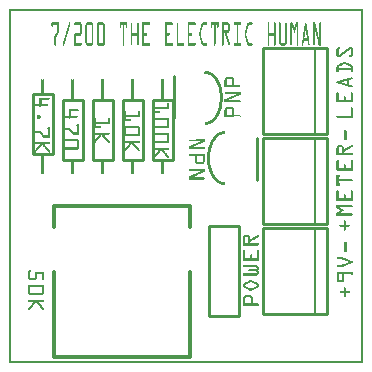
<source format=gto>
G04 MADE WITH FRITZING*
G04 WWW.FRITZING.ORG*
G04 DOUBLE SIDED*
G04 HOLES PLATED*
G04 CONTOUR ON CENTER OF CONTOUR VECTOR*
%ASAXBY*%
%FSLAX23Y23*%
%MOIN*%
%OFA0B0*%
%SFA1.0B1.0*%
%ADD10C,0.010000*%
%ADD11C,0.005000*%
%ADD12C,0.012500*%
%ADD13R,0.001000X0.001000*%
%LNSILK1*%
G90*
G70*
G54D10*
X245Y878D02*
X245Y678D01*
D02*
X245Y678D02*
X179Y678D01*
D02*
X179Y678D02*
X179Y878D01*
D02*
X179Y878D02*
X245Y878D01*
D02*
X345Y879D02*
X345Y679D01*
D02*
X345Y679D02*
X279Y679D01*
D02*
X279Y679D02*
X279Y879D01*
D02*
X279Y879D02*
X345Y879D01*
D02*
X80Y697D02*
X80Y897D01*
D02*
X80Y897D02*
X146Y897D01*
D02*
X146Y897D02*
X146Y697D01*
D02*
X146Y697D02*
X80Y697D01*
D02*
X445Y879D02*
X445Y679D01*
D02*
X445Y679D02*
X379Y679D01*
D02*
X379Y679D02*
X379Y879D01*
D02*
X379Y879D02*
X445Y879D01*
D02*
X545Y879D02*
X545Y679D01*
D02*
X545Y679D02*
X479Y679D01*
D02*
X479Y679D02*
X479Y879D01*
D02*
X479Y879D02*
X545Y879D01*
D02*
X845Y451D02*
X845Y165D01*
D02*
X845Y165D02*
X1061Y165D01*
D02*
X1061Y165D02*
X1061Y451D01*
D02*
X1061Y451D02*
X845Y451D01*
G54D11*
D02*
X1021Y165D02*
X1021Y451D01*
G54D10*
D02*
X825Y751D02*
X825Y611D01*
D02*
X550Y816D02*
X550Y956D01*
D02*
X665Y458D02*
X665Y158D01*
D02*
X665Y158D02*
X765Y158D01*
D02*
X765Y158D02*
X765Y458D01*
D02*
X765Y458D02*
X665Y458D01*
D02*
X845Y751D02*
X845Y465D01*
D02*
X845Y465D02*
X1061Y465D01*
D02*
X1061Y465D02*
X1061Y751D01*
D02*
X1061Y751D02*
X845Y751D01*
G54D11*
D02*
X1021Y465D02*
X1021Y751D01*
G54D10*
D02*
X845Y1051D02*
X845Y765D01*
D02*
X845Y765D02*
X1061Y765D01*
D02*
X1061Y765D02*
X1061Y1051D01*
D02*
X1061Y1051D02*
X845Y1051D01*
G54D11*
D02*
X1021Y765D02*
X1021Y1051D01*
G54D12*
X149Y453D02*
X149Y525D01*
X602Y525D01*
X602Y453D01*
D02*
X602Y305D02*
X602Y22D01*
X149Y22D01*
X149Y305D01*
D02*
G54D13*
X0Y1181D02*
X1180Y1181D01*
X0Y1180D02*
X1180Y1180D01*
X0Y1179D02*
X1180Y1179D01*
X0Y1178D02*
X1180Y1178D01*
X0Y1177D02*
X1180Y1177D01*
X0Y1176D02*
X1180Y1176D01*
X0Y1175D02*
X1180Y1175D01*
X0Y1174D02*
X1180Y1174D01*
X0Y1173D02*
X7Y1173D01*
X1173Y1173D02*
X1180Y1173D01*
X0Y1172D02*
X7Y1172D01*
X1173Y1172D02*
X1180Y1172D01*
X0Y1171D02*
X7Y1171D01*
X1173Y1171D02*
X1180Y1171D01*
X0Y1170D02*
X7Y1170D01*
X1173Y1170D02*
X1180Y1170D01*
X0Y1169D02*
X7Y1169D01*
X1173Y1169D02*
X1180Y1169D01*
X0Y1168D02*
X7Y1168D01*
X1173Y1168D02*
X1180Y1168D01*
X0Y1167D02*
X7Y1167D01*
X1173Y1167D02*
X1180Y1167D01*
X0Y1166D02*
X7Y1166D01*
X1173Y1166D02*
X1180Y1166D01*
X0Y1165D02*
X7Y1165D01*
X1173Y1165D02*
X1180Y1165D01*
X0Y1164D02*
X7Y1164D01*
X1173Y1164D02*
X1180Y1164D01*
X0Y1163D02*
X7Y1163D01*
X1173Y1163D02*
X1180Y1163D01*
X0Y1162D02*
X7Y1162D01*
X1173Y1162D02*
X1180Y1162D01*
X0Y1161D02*
X7Y1161D01*
X1173Y1161D02*
X1180Y1161D01*
X0Y1160D02*
X7Y1160D01*
X1173Y1160D02*
X1180Y1160D01*
X0Y1159D02*
X7Y1159D01*
X1173Y1159D02*
X1180Y1159D01*
X0Y1158D02*
X7Y1158D01*
X1173Y1158D02*
X1180Y1158D01*
X0Y1157D02*
X7Y1157D01*
X1173Y1157D02*
X1180Y1157D01*
X0Y1156D02*
X7Y1156D01*
X1173Y1156D02*
X1180Y1156D01*
X0Y1155D02*
X7Y1155D01*
X1173Y1155D02*
X1180Y1155D01*
X0Y1154D02*
X7Y1154D01*
X1173Y1154D02*
X1180Y1154D01*
X0Y1153D02*
X7Y1153D01*
X1173Y1153D02*
X1180Y1153D01*
X0Y1152D02*
X7Y1152D01*
X1173Y1152D02*
X1180Y1152D01*
X0Y1151D02*
X7Y1151D01*
X1173Y1151D02*
X1180Y1151D01*
X0Y1150D02*
X7Y1150D01*
X1173Y1150D02*
X1180Y1150D01*
X0Y1149D02*
X7Y1149D01*
X1173Y1149D02*
X1180Y1149D01*
X0Y1148D02*
X7Y1148D01*
X1173Y1148D02*
X1180Y1148D01*
X0Y1147D02*
X7Y1147D01*
X1173Y1147D02*
X1180Y1147D01*
X0Y1146D02*
X7Y1146D01*
X1173Y1146D02*
X1180Y1146D01*
X0Y1145D02*
X7Y1145D01*
X1173Y1145D02*
X1180Y1145D01*
X0Y1144D02*
X7Y1144D01*
X1173Y1144D02*
X1180Y1144D01*
X0Y1143D02*
X7Y1143D01*
X1173Y1143D02*
X1180Y1143D01*
X0Y1142D02*
X7Y1142D01*
X1173Y1142D02*
X1180Y1142D01*
X0Y1141D02*
X7Y1141D01*
X1173Y1141D02*
X1180Y1141D01*
X0Y1140D02*
X7Y1140D01*
X1173Y1140D02*
X1180Y1140D01*
X0Y1139D02*
X7Y1139D01*
X1173Y1139D02*
X1180Y1139D01*
X0Y1138D02*
X7Y1138D01*
X1173Y1138D02*
X1180Y1138D01*
X0Y1137D02*
X7Y1137D01*
X1173Y1137D02*
X1180Y1137D01*
X0Y1136D02*
X7Y1136D01*
X143Y1136D02*
X167Y1136D01*
X202Y1136D02*
X203Y1136D01*
X219Y1136D02*
X239Y1136D01*
X259Y1136D02*
X277Y1136D01*
X297Y1136D02*
X314Y1136D01*
X369Y1136D02*
X394Y1136D01*
X409Y1136D02*
X410Y1136D01*
X430Y1136D02*
X430Y1136D01*
X445Y1136D02*
X468Y1136D01*
X521Y1136D02*
X544Y1136D01*
X561Y1136D02*
X561Y1136D01*
X597Y1136D02*
X620Y1136D01*
X647Y1136D02*
X658Y1136D01*
X673Y1136D02*
X698Y1136D01*
X711Y1136D02*
X730Y1136D01*
X750Y1136D02*
X772Y1136D01*
X799Y1136D02*
X810Y1136D01*
X864Y1136D02*
X865Y1136D01*
X885Y1136D02*
X886Y1136D01*
X902Y1136D02*
X903Y1136D01*
X923Y1136D02*
X924Y1136D01*
X939Y1136D02*
X944Y1136D01*
X958Y1136D02*
X964Y1136D01*
X989Y1136D02*
X989Y1136D01*
X1014Y1136D02*
X1020Y1136D01*
X1037Y1136D02*
X1038Y1136D01*
X1173Y1136D02*
X1180Y1136D01*
X0Y1135D02*
X7Y1135D01*
X142Y1135D02*
X167Y1135D01*
X201Y1135D02*
X204Y1135D01*
X218Y1135D02*
X240Y1135D01*
X258Y1135D02*
X278Y1135D01*
X296Y1135D02*
X316Y1135D01*
X369Y1135D02*
X394Y1135D01*
X408Y1135D02*
X411Y1135D01*
X429Y1135D02*
X431Y1135D01*
X445Y1135D02*
X469Y1135D01*
X521Y1135D02*
X545Y1135D01*
X560Y1135D02*
X562Y1135D01*
X597Y1135D02*
X621Y1135D01*
X645Y1135D02*
X659Y1135D01*
X673Y1135D02*
X698Y1135D01*
X711Y1135D02*
X731Y1135D01*
X750Y1135D02*
X773Y1135D01*
X797Y1135D02*
X811Y1135D01*
X863Y1135D02*
X866Y1135D01*
X884Y1135D02*
X887Y1135D01*
X901Y1135D02*
X904Y1135D01*
X922Y1135D02*
X925Y1135D01*
X938Y1135D02*
X945Y1135D01*
X957Y1135D02*
X964Y1135D01*
X988Y1135D02*
X990Y1135D01*
X1014Y1135D02*
X1021Y1135D01*
X1036Y1135D02*
X1039Y1135D01*
X1173Y1135D02*
X1180Y1135D01*
X0Y1134D02*
X7Y1134D01*
X142Y1134D02*
X167Y1134D01*
X201Y1134D02*
X204Y1134D01*
X218Y1134D02*
X241Y1134D01*
X257Y1134D02*
X279Y1134D01*
X295Y1134D02*
X316Y1134D01*
X369Y1134D02*
X394Y1134D01*
X408Y1134D02*
X411Y1134D01*
X428Y1134D02*
X432Y1134D01*
X445Y1134D02*
X470Y1134D01*
X521Y1134D02*
X546Y1134D01*
X559Y1134D02*
X563Y1134D01*
X597Y1134D02*
X622Y1134D01*
X644Y1134D02*
X660Y1134D01*
X673Y1134D02*
X698Y1134D01*
X711Y1134D02*
X732Y1134D01*
X749Y1134D02*
X773Y1134D01*
X796Y1134D02*
X811Y1134D01*
X863Y1134D02*
X866Y1134D01*
X884Y1134D02*
X887Y1134D01*
X901Y1134D02*
X904Y1134D01*
X922Y1134D02*
X925Y1134D01*
X938Y1134D02*
X945Y1134D01*
X957Y1134D02*
X964Y1134D01*
X987Y1134D02*
X991Y1134D01*
X1014Y1134D02*
X1021Y1134D01*
X1036Y1134D02*
X1039Y1134D01*
X1173Y1134D02*
X1180Y1134D01*
X0Y1133D02*
X7Y1133D01*
X142Y1133D02*
X167Y1133D01*
X200Y1133D02*
X204Y1133D01*
X218Y1133D02*
X241Y1133D01*
X257Y1133D02*
X279Y1133D01*
X295Y1133D02*
X317Y1133D01*
X369Y1133D02*
X394Y1133D01*
X407Y1133D02*
X411Y1133D01*
X428Y1133D02*
X432Y1133D01*
X445Y1133D02*
X470Y1133D01*
X521Y1133D02*
X546Y1133D01*
X559Y1133D02*
X563Y1133D01*
X597Y1133D02*
X622Y1133D01*
X643Y1133D02*
X660Y1133D01*
X673Y1133D02*
X698Y1133D01*
X711Y1133D02*
X733Y1133D01*
X749Y1133D02*
X774Y1133D01*
X795Y1133D02*
X812Y1133D01*
X863Y1133D02*
X867Y1133D01*
X884Y1133D02*
X888Y1133D01*
X901Y1133D02*
X905Y1133D01*
X921Y1133D02*
X925Y1133D01*
X938Y1133D02*
X945Y1133D01*
X957Y1133D02*
X964Y1133D01*
X987Y1133D02*
X991Y1133D01*
X1014Y1133D02*
X1021Y1133D01*
X1035Y1133D02*
X1039Y1133D01*
X1173Y1133D02*
X1180Y1133D01*
X0Y1132D02*
X7Y1132D01*
X142Y1132D02*
X167Y1132D01*
X200Y1132D02*
X205Y1132D01*
X217Y1132D02*
X242Y1132D01*
X256Y1132D02*
X280Y1132D01*
X294Y1132D02*
X317Y1132D01*
X369Y1132D02*
X394Y1132D01*
X407Y1132D02*
X411Y1132D01*
X428Y1132D02*
X432Y1132D01*
X445Y1132D02*
X470Y1132D01*
X521Y1132D02*
X546Y1132D01*
X559Y1132D02*
X563Y1132D01*
X597Y1132D02*
X622Y1132D01*
X643Y1132D02*
X660Y1132D01*
X673Y1132D02*
X698Y1132D01*
X711Y1132D02*
X733Y1132D01*
X749Y1132D02*
X774Y1132D01*
X795Y1132D02*
X812Y1132D01*
X863Y1132D02*
X867Y1132D01*
X883Y1132D02*
X888Y1132D01*
X901Y1132D02*
X905Y1132D01*
X921Y1132D02*
X926Y1132D01*
X938Y1132D02*
X946Y1132D01*
X956Y1132D02*
X964Y1132D01*
X987Y1132D02*
X991Y1132D01*
X1014Y1132D02*
X1021Y1132D01*
X1035Y1132D02*
X1039Y1132D01*
X1173Y1132D02*
X1180Y1132D01*
X0Y1131D02*
X7Y1131D01*
X142Y1131D02*
X167Y1131D01*
X200Y1131D02*
X205Y1131D01*
X217Y1131D02*
X242Y1131D01*
X256Y1131D02*
X280Y1131D01*
X294Y1131D02*
X318Y1131D01*
X369Y1131D02*
X394Y1131D01*
X407Y1131D02*
X411Y1131D01*
X428Y1131D02*
X432Y1131D01*
X445Y1131D02*
X470Y1131D01*
X521Y1131D02*
X546Y1131D01*
X559Y1131D02*
X563Y1131D01*
X597Y1131D02*
X622Y1131D01*
X642Y1131D02*
X660Y1131D01*
X673Y1131D02*
X698Y1131D01*
X711Y1131D02*
X734Y1131D01*
X749Y1131D02*
X774Y1131D01*
X794Y1131D02*
X812Y1131D01*
X863Y1131D02*
X867Y1131D01*
X883Y1131D02*
X888Y1131D01*
X900Y1131D02*
X905Y1131D01*
X921Y1131D02*
X926Y1131D01*
X938Y1131D02*
X946Y1131D01*
X956Y1131D02*
X964Y1131D01*
X987Y1131D02*
X991Y1131D01*
X1014Y1131D02*
X1022Y1131D01*
X1035Y1131D02*
X1039Y1131D01*
X1173Y1131D02*
X1180Y1131D01*
X0Y1130D02*
X7Y1130D01*
X142Y1130D02*
X167Y1130D01*
X199Y1130D02*
X205Y1130D01*
X218Y1130D02*
X242Y1130D01*
X256Y1130D02*
X280Y1130D01*
X294Y1130D02*
X318Y1130D01*
X369Y1130D02*
X394Y1130D01*
X407Y1130D02*
X411Y1130D01*
X428Y1130D02*
X432Y1130D01*
X445Y1130D02*
X470Y1130D01*
X521Y1130D02*
X546Y1130D01*
X559Y1130D02*
X563Y1130D01*
X597Y1130D02*
X622Y1130D01*
X642Y1130D02*
X660Y1130D01*
X673Y1130D02*
X698Y1130D01*
X711Y1130D02*
X734Y1130D01*
X749Y1130D02*
X774Y1130D01*
X794Y1130D02*
X812Y1130D01*
X863Y1130D02*
X867Y1130D01*
X883Y1130D02*
X888Y1130D01*
X900Y1130D02*
X905Y1130D01*
X921Y1130D02*
X926Y1130D01*
X938Y1130D02*
X946Y1130D01*
X956Y1130D02*
X964Y1130D01*
X986Y1130D02*
X991Y1130D01*
X1014Y1130D02*
X1022Y1130D01*
X1035Y1130D02*
X1039Y1130D01*
X1173Y1130D02*
X1180Y1130D01*
X0Y1129D02*
X7Y1129D01*
X142Y1129D02*
X167Y1129D01*
X199Y1129D02*
X204Y1129D01*
X218Y1129D02*
X242Y1129D01*
X256Y1129D02*
X280Y1129D01*
X294Y1129D02*
X318Y1129D01*
X369Y1129D02*
X394Y1129D01*
X407Y1129D02*
X411Y1129D01*
X428Y1129D02*
X432Y1129D01*
X445Y1129D02*
X470Y1129D01*
X521Y1129D02*
X546Y1129D01*
X559Y1129D02*
X563Y1129D01*
X597Y1129D02*
X622Y1129D01*
X642Y1129D02*
X660Y1129D01*
X673Y1129D02*
X698Y1129D01*
X711Y1129D02*
X735Y1129D01*
X749Y1129D02*
X774Y1129D01*
X793Y1129D02*
X811Y1129D01*
X863Y1129D02*
X867Y1129D01*
X883Y1129D02*
X888Y1129D01*
X900Y1129D02*
X905Y1129D01*
X921Y1129D02*
X926Y1129D01*
X938Y1129D02*
X947Y1129D01*
X955Y1129D02*
X964Y1129D01*
X986Y1129D02*
X992Y1129D01*
X1014Y1129D02*
X1022Y1129D01*
X1035Y1129D02*
X1039Y1129D01*
X1173Y1129D02*
X1180Y1129D01*
X0Y1128D02*
X7Y1128D01*
X142Y1128D02*
X167Y1128D01*
X199Y1128D02*
X204Y1128D01*
X218Y1128D02*
X242Y1128D01*
X255Y1128D02*
X280Y1128D01*
X293Y1128D02*
X318Y1128D01*
X369Y1128D02*
X394Y1128D01*
X407Y1128D02*
X411Y1128D01*
X428Y1128D02*
X432Y1128D01*
X445Y1128D02*
X470Y1128D01*
X521Y1128D02*
X545Y1128D01*
X559Y1128D02*
X563Y1128D01*
X597Y1128D02*
X621Y1128D01*
X641Y1128D02*
X659Y1128D01*
X673Y1128D02*
X698Y1128D01*
X711Y1128D02*
X735Y1128D01*
X749Y1128D02*
X773Y1128D01*
X793Y1128D02*
X811Y1128D01*
X863Y1128D02*
X867Y1128D01*
X883Y1128D02*
X888Y1128D01*
X900Y1128D02*
X905Y1128D01*
X921Y1128D02*
X926Y1128D01*
X938Y1128D02*
X947Y1128D01*
X955Y1128D02*
X964Y1128D01*
X986Y1128D02*
X992Y1128D01*
X1014Y1128D02*
X1022Y1128D01*
X1035Y1128D02*
X1039Y1128D01*
X1173Y1128D02*
X1180Y1128D01*
X0Y1127D02*
X7Y1127D01*
X142Y1127D02*
X167Y1127D01*
X199Y1127D02*
X204Y1127D01*
X219Y1127D02*
X243Y1127D01*
X255Y1127D02*
X280Y1127D01*
X293Y1127D02*
X318Y1127D01*
X369Y1127D02*
X394Y1127D01*
X407Y1127D02*
X411Y1127D01*
X428Y1127D02*
X432Y1127D01*
X445Y1127D02*
X469Y1127D01*
X521Y1127D02*
X545Y1127D01*
X559Y1127D02*
X563Y1127D01*
X597Y1127D02*
X621Y1127D01*
X641Y1127D02*
X659Y1127D01*
X673Y1127D02*
X698Y1127D01*
X711Y1127D02*
X735Y1127D01*
X750Y1127D02*
X772Y1127D01*
X793Y1127D02*
X810Y1127D01*
X863Y1127D02*
X867Y1127D01*
X883Y1127D02*
X888Y1127D01*
X900Y1127D02*
X905Y1127D01*
X921Y1127D02*
X926Y1127D01*
X938Y1127D02*
X948Y1127D01*
X954Y1127D02*
X964Y1127D01*
X986Y1127D02*
X992Y1127D01*
X1014Y1127D02*
X1022Y1127D01*
X1035Y1127D02*
X1039Y1127D01*
X1173Y1127D02*
X1180Y1127D01*
X0Y1126D02*
X7Y1126D01*
X142Y1126D02*
X146Y1126D01*
X162Y1126D02*
X167Y1126D01*
X198Y1126D02*
X203Y1126D01*
X238Y1126D02*
X243Y1126D01*
X255Y1126D02*
X260Y1126D01*
X276Y1126D02*
X281Y1126D01*
X293Y1126D02*
X298Y1126D01*
X314Y1126D02*
X318Y1126D01*
X369Y1126D02*
X374Y1126D01*
X379Y1126D02*
X384Y1126D01*
X390Y1126D02*
X394Y1126D01*
X407Y1126D02*
X411Y1126D01*
X428Y1126D02*
X432Y1126D01*
X445Y1126D02*
X450Y1126D01*
X521Y1126D02*
X525Y1126D01*
X559Y1126D02*
X563Y1126D01*
X597Y1126D02*
X601Y1126D01*
X641Y1126D02*
X647Y1126D01*
X673Y1126D02*
X677Y1126D01*
X683Y1126D02*
X688Y1126D01*
X693Y1126D02*
X698Y1126D01*
X711Y1126D02*
X715Y1126D01*
X730Y1126D02*
X735Y1126D01*
X759Y1126D02*
X764Y1126D01*
X793Y1126D02*
X799Y1126D01*
X863Y1126D02*
X867Y1126D01*
X883Y1126D02*
X888Y1126D01*
X900Y1126D02*
X905Y1126D01*
X921Y1126D02*
X926Y1126D01*
X938Y1126D02*
X948Y1126D01*
X954Y1126D02*
X964Y1126D01*
X986Y1126D02*
X992Y1126D01*
X1014Y1126D02*
X1023Y1126D01*
X1035Y1126D02*
X1039Y1126D01*
X1173Y1126D02*
X1180Y1126D01*
X0Y1125D02*
X7Y1125D01*
X142Y1125D02*
X146Y1125D01*
X162Y1125D02*
X167Y1125D01*
X198Y1125D02*
X203Y1125D01*
X238Y1125D02*
X243Y1125D01*
X255Y1125D02*
X260Y1125D01*
X276Y1125D02*
X281Y1125D01*
X293Y1125D02*
X298Y1125D01*
X314Y1125D02*
X318Y1125D01*
X369Y1125D02*
X374Y1125D01*
X380Y1125D02*
X384Y1125D01*
X390Y1125D02*
X394Y1125D01*
X407Y1125D02*
X411Y1125D01*
X428Y1125D02*
X432Y1125D01*
X445Y1125D02*
X449Y1125D01*
X521Y1125D02*
X525Y1125D01*
X559Y1125D02*
X563Y1125D01*
X597Y1125D02*
X601Y1125D01*
X641Y1125D02*
X646Y1125D01*
X673Y1125D02*
X677Y1125D01*
X683Y1125D02*
X688Y1125D01*
X694Y1125D02*
X698Y1125D01*
X711Y1125D02*
X715Y1125D01*
X731Y1125D02*
X736Y1125D01*
X759Y1125D02*
X763Y1125D01*
X792Y1125D02*
X798Y1125D01*
X863Y1125D02*
X867Y1125D01*
X883Y1125D02*
X888Y1125D01*
X900Y1125D02*
X905Y1125D01*
X921Y1125D02*
X926Y1125D01*
X938Y1125D02*
X948Y1125D01*
X954Y1125D02*
X964Y1125D01*
X986Y1125D02*
X992Y1125D01*
X1014Y1125D02*
X1023Y1125D01*
X1035Y1125D02*
X1039Y1125D01*
X1173Y1125D02*
X1180Y1125D01*
X0Y1124D02*
X7Y1124D01*
X142Y1124D02*
X145Y1124D01*
X162Y1124D02*
X167Y1124D01*
X198Y1124D02*
X203Y1124D01*
X238Y1124D02*
X243Y1124D01*
X255Y1124D02*
X260Y1124D01*
X276Y1124D02*
X281Y1124D01*
X293Y1124D02*
X298Y1124D01*
X314Y1124D02*
X318Y1124D01*
X369Y1124D02*
X374Y1124D01*
X380Y1124D02*
X384Y1124D01*
X390Y1124D02*
X394Y1124D01*
X407Y1124D02*
X411Y1124D01*
X428Y1124D02*
X432Y1124D01*
X445Y1124D02*
X449Y1124D01*
X521Y1124D02*
X525Y1124D01*
X559Y1124D02*
X563Y1124D01*
X597Y1124D02*
X601Y1124D01*
X640Y1124D02*
X645Y1124D01*
X673Y1124D02*
X677Y1124D01*
X683Y1124D02*
X688Y1124D01*
X694Y1124D02*
X698Y1124D01*
X711Y1124D02*
X715Y1124D01*
X731Y1124D02*
X736Y1124D01*
X759Y1124D02*
X763Y1124D01*
X792Y1124D02*
X797Y1124D01*
X863Y1124D02*
X867Y1124D01*
X883Y1124D02*
X888Y1124D01*
X900Y1124D02*
X905Y1124D01*
X921Y1124D02*
X926Y1124D01*
X938Y1124D02*
X949Y1124D01*
X953Y1124D02*
X964Y1124D01*
X986Y1124D02*
X992Y1124D01*
X1014Y1124D02*
X1023Y1124D01*
X1035Y1124D02*
X1039Y1124D01*
X1173Y1124D02*
X1180Y1124D01*
X0Y1123D02*
X7Y1123D01*
X143Y1123D02*
X145Y1123D01*
X162Y1123D02*
X167Y1123D01*
X197Y1123D02*
X202Y1123D01*
X238Y1123D02*
X243Y1123D01*
X255Y1123D02*
X260Y1123D01*
X276Y1123D02*
X281Y1123D01*
X293Y1123D02*
X298Y1123D01*
X314Y1123D02*
X318Y1123D01*
X369Y1123D02*
X374Y1123D01*
X380Y1123D02*
X384Y1123D01*
X390Y1123D02*
X394Y1123D01*
X407Y1123D02*
X411Y1123D01*
X428Y1123D02*
X432Y1123D01*
X445Y1123D02*
X449Y1123D01*
X521Y1123D02*
X525Y1123D01*
X559Y1123D02*
X563Y1123D01*
X597Y1123D02*
X601Y1123D01*
X640Y1123D02*
X645Y1123D01*
X673Y1123D02*
X677Y1123D01*
X683Y1123D02*
X688Y1123D01*
X694Y1123D02*
X698Y1123D01*
X711Y1123D02*
X715Y1123D01*
X731Y1123D02*
X736Y1123D01*
X759Y1123D02*
X763Y1123D01*
X792Y1123D02*
X797Y1123D01*
X863Y1123D02*
X867Y1123D01*
X883Y1123D02*
X888Y1123D01*
X900Y1123D02*
X905Y1123D01*
X921Y1123D02*
X926Y1123D01*
X938Y1123D02*
X949Y1123D01*
X953Y1123D02*
X964Y1123D01*
X985Y1123D02*
X992Y1123D01*
X1014Y1123D02*
X1023Y1123D01*
X1035Y1123D02*
X1039Y1123D01*
X1173Y1123D02*
X1180Y1123D01*
X0Y1122D02*
X7Y1122D01*
X162Y1122D02*
X167Y1122D01*
X197Y1122D02*
X202Y1122D01*
X238Y1122D02*
X243Y1122D01*
X255Y1122D02*
X260Y1122D01*
X276Y1122D02*
X281Y1122D01*
X293Y1122D02*
X298Y1122D01*
X314Y1122D02*
X318Y1122D01*
X369Y1122D02*
X373Y1122D01*
X380Y1122D02*
X384Y1122D01*
X390Y1122D02*
X394Y1122D01*
X407Y1122D02*
X411Y1122D01*
X428Y1122D02*
X432Y1122D01*
X445Y1122D02*
X449Y1122D01*
X521Y1122D02*
X525Y1122D01*
X559Y1122D02*
X563Y1122D01*
X597Y1122D02*
X601Y1122D01*
X640Y1122D02*
X645Y1122D01*
X673Y1122D02*
X677Y1122D01*
X683Y1122D02*
X688Y1122D01*
X694Y1122D02*
X698Y1122D01*
X711Y1122D02*
X715Y1122D01*
X732Y1122D02*
X736Y1122D01*
X759Y1122D02*
X763Y1122D01*
X792Y1122D02*
X797Y1122D01*
X863Y1122D02*
X867Y1122D01*
X883Y1122D02*
X888Y1122D01*
X900Y1122D02*
X905Y1122D01*
X921Y1122D02*
X926Y1122D01*
X938Y1122D02*
X949Y1122D01*
X953Y1122D02*
X964Y1122D01*
X985Y1122D02*
X993Y1122D01*
X1014Y1122D02*
X1024Y1122D01*
X1035Y1122D02*
X1039Y1122D01*
X1173Y1122D02*
X1180Y1122D01*
X0Y1121D02*
X7Y1121D01*
X162Y1121D02*
X167Y1121D01*
X197Y1121D02*
X202Y1121D01*
X238Y1121D02*
X243Y1121D01*
X255Y1121D02*
X260Y1121D01*
X276Y1121D02*
X281Y1121D01*
X293Y1121D02*
X298Y1121D01*
X314Y1121D02*
X318Y1121D01*
X369Y1121D02*
X373Y1121D01*
X380Y1121D02*
X384Y1121D01*
X390Y1121D02*
X394Y1121D01*
X407Y1121D02*
X411Y1121D01*
X428Y1121D02*
X432Y1121D01*
X445Y1121D02*
X449Y1121D01*
X521Y1121D02*
X525Y1121D01*
X559Y1121D02*
X563Y1121D01*
X597Y1121D02*
X601Y1121D01*
X640Y1121D02*
X645Y1121D01*
X673Y1121D02*
X677Y1121D01*
X683Y1121D02*
X688Y1121D01*
X694Y1121D02*
X698Y1121D01*
X711Y1121D02*
X715Y1121D01*
X732Y1121D02*
X736Y1121D01*
X759Y1121D02*
X763Y1121D01*
X791Y1121D02*
X796Y1121D01*
X863Y1121D02*
X867Y1121D01*
X883Y1121D02*
X888Y1121D01*
X900Y1121D02*
X905Y1121D01*
X921Y1121D02*
X926Y1121D01*
X938Y1121D02*
X950Y1121D01*
X952Y1121D02*
X964Y1121D01*
X985Y1121D02*
X993Y1121D01*
X1014Y1121D02*
X1024Y1121D01*
X1035Y1121D02*
X1039Y1121D01*
X1173Y1121D02*
X1180Y1121D01*
X0Y1120D02*
X7Y1120D01*
X162Y1120D02*
X167Y1120D01*
X196Y1120D02*
X202Y1120D01*
X238Y1120D02*
X243Y1120D01*
X255Y1120D02*
X260Y1120D01*
X276Y1120D02*
X281Y1120D01*
X293Y1120D02*
X298Y1120D01*
X314Y1120D02*
X318Y1120D01*
X370Y1120D02*
X373Y1120D01*
X380Y1120D02*
X384Y1120D01*
X391Y1120D02*
X394Y1120D01*
X407Y1120D02*
X411Y1120D01*
X428Y1120D02*
X432Y1120D01*
X445Y1120D02*
X449Y1120D01*
X521Y1120D02*
X525Y1120D01*
X559Y1120D02*
X563Y1120D01*
X597Y1120D02*
X601Y1120D01*
X639Y1120D02*
X644Y1120D01*
X673Y1120D02*
X677Y1120D01*
X683Y1120D02*
X688Y1120D01*
X694Y1120D02*
X697Y1120D01*
X711Y1120D02*
X715Y1120D01*
X732Y1120D02*
X736Y1120D01*
X759Y1120D02*
X763Y1120D01*
X791Y1120D02*
X796Y1120D01*
X863Y1120D02*
X867Y1120D01*
X883Y1120D02*
X888Y1120D01*
X900Y1120D02*
X905Y1120D01*
X921Y1120D02*
X926Y1120D01*
X938Y1120D02*
X943Y1120D01*
X945Y1120D02*
X950Y1120D01*
X952Y1120D02*
X957Y1120D01*
X959Y1120D02*
X964Y1120D01*
X985Y1120D02*
X993Y1120D01*
X1014Y1120D02*
X1024Y1120D01*
X1035Y1120D02*
X1039Y1120D01*
X1173Y1120D02*
X1180Y1120D01*
X0Y1119D02*
X7Y1119D01*
X162Y1119D02*
X167Y1119D01*
X196Y1119D02*
X201Y1119D01*
X238Y1119D02*
X243Y1119D01*
X255Y1119D02*
X260Y1119D01*
X276Y1119D02*
X281Y1119D01*
X293Y1119D02*
X298Y1119D01*
X314Y1119D02*
X318Y1119D01*
X370Y1119D02*
X373Y1119D01*
X380Y1119D02*
X384Y1119D01*
X391Y1119D02*
X393Y1119D01*
X407Y1119D02*
X411Y1119D01*
X428Y1119D02*
X432Y1119D01*
X445Y1119D02*
X449Y1119D01*
X521Y1119D02*
X525Y1119D01*
X559Y1119D02*
X563Y1119D01*
X597Y1119D02*
X601Y1119D01*
X639Y1119D02*
X644Y1119D01*
X674Y1119D02*
X676Y1119D01*
X683Y1119D02*
X688Y1119D01*
X695Y1119D02*
X697Y1119D01*
X711Y1119D02*
X715Y1119D01*
X732Y1119D02*
X736Y1119D01*
X759Y1119D02*
X763Y1119D01*
X791Y1119D02*
X796Y1119D01*
X863Y1119D02*
X867Y1119D01*
X883Y1119D02*
X888Y1119D01*
X900Y1119D02*
X905Y1119D01*
X921Y1119D02*
X926Y1119D01*
X938Y1119D02*
X943Y1119D01*
X945Y1119D02*
X957Y1119D01*
X959Y1119D02*
X964Y1119D01*
X985Y1119D02*
X993Y1119D01*
X1014Y1119D02*
X1024Y1119D01*
X1035Y1119D02*
X1039Y1119D01*
X1173Y1119D02*
X1180Y1119D01*
X0Y1118D02*
X7Y1118D01*
X162Y1118D02*
X167Y1118D01*
X196Y1118D02*
X201Y1118D01*
X238Y1118D02*
X243Y1118D01*
X255Y1118D02*
X260Y1118D01*
X276Y1118D02*
X281Y1118D01*
X293Y1118D02*
X298Y1118D01*
X314Y1118D02*
X318Y1118D01*
X371Y1118D02*
X371Y1118D01*
X380Y1118D02*
X384Y1118D01*
X392Y1118D02*
X392Y1118D01*
X407Y1118D02*
X411Y1118D01*
X428Y1118D02*
X432Y1118D01*
X445Y1118D02*
X449Y1118D01*
X521Y1118D02*
X525Y1118D01*
X559Y1118D02*
X563Y1118D01*
X597Y1118D02*
X601Y1118D01*
X639Y1118D02*
X644Y1118D01*
X675Y1118D02*
X675Y1118D01*
X683Y1118D02*
X688Y1118D01*
X696Y1118D02*
X696Y1118D01*
X711Y1118D02*
X715Y1118D01*
X732Y1118D02*
X736Y1118D01*
X759Y1118D02*
X763Y1118D01*
X791Y1118D02*
X796Y1118D01*
X863Y1118D02*
X867Y1118D01*
X883Y1118D02*
X888Y1118D01*
X900Y1118D02*
X905Y1118D01*
X921Y1118D02*
X926Y1118D01*
X938Y1118D02*
X943Y1118D01*
X945Y1118D02*
X957Y1118D01*
X959Y1118D02*
X964Y1118D01*
X985Y1118D02*
X993Y1118D01*
X1014Y1118D02*
X1025Y1118D01*
X1035Y1118D02*
X1039Y1118D01*
X1173Y1118D02*
X1180Y1118D01*
X0Y1117D02*
X7Y1117D01*
X162Y1117D02*
X167Y1117D01*
X195Y1117D02*
X201Y1117D01*
X238Y1117D02*
X243Y1117D01*
X255Y1117D02*
X260Y1117D01*
X276Y1117D02*
X281Y1117D01*
X293Y1117D02*
X298Y1117D01*
X314Y1117D02*
X318Y1117D01*
X380Y1117D02*
X384Y1117D01*
X407Y1117D02*
X411Y1117D01*
X428Y1117D02*
X432Y1117D01*
X445Y1117D02*
X449Y1117D01*
X521Y1117D02*
X525Y1117D01*
X559Y1117D02*
X563Y1117D01*
X597Y1117D02*
X601Y1117D01*
X639Y1117D02*
X644Y1117D01*
X683Y1117D02*
X688Y1117D01*
X711Y1117D02*
X715Y1117D01*
X732Y1117D02*
X736Y1117D01*
X759Y1117D02*
X763Y1117D01*
X790Y1117D02*
X795Y1117D01*
X863Y1117D02*
X867Y1117D01*
X883Y1117D02*
X888Y1117D01*
X900Y1117D02*
X905Y1117D01*
X921Y1117D02*
X926Y1117D01*
X938Y1117D02*
X943Y1117D01*
X946Y1117D02*
X956Y1117D01*
X959Y1117D02*
X964Y1117D01*
X984Y1117D02*
X993Y1117D01*
X1014Y1117D02*
X1025Y1117D01*
X1035Y1117D02*
X1039Y1117D01*
X1173Y1117D02*
X1180Y1117D01*
X0Y1116D02*
X7Y1116D01*
X162Y1116D02*
X167Y1116D01*
X195Y1116D02*
X200Y1116D01*
X238Y1116D02*
X243Y1116D01*
X255Y1116D02*
X260Y1116D01*
X276Y1116D02*
X281Y1116D01*
X293Y1116D02*
X298Y1116D01*
X314Y1116D02*
X318Y1116D01*
X380Y1116D02*
X384Y1116D01*
X407Y1116D02*
X411Y1116D01*
X428Y1116D02*
X432Y1116D01*
X445Y1116D02*
X449Y1116D01*
X521Y1116D02*
X525Y1116D01*
X559Y1116D02*
X563Y1116D01*
X597Y1116D02*
X601Y1116D01*
X638Y1116D02*
X643Y1116D01*
X683Y1116D02*
X688Y1116D01*
X711Y1116D02*
X715Y1116D01*
X732Y1116D02*
X736Y1116D01*
X759Y1116D02*
X763Y1116D01*
X790Y1116D02*
X795Y1116D01*
X863Y1116D02*
X867Y1116D01*
X883Y1116D02*
X888Y1116D01*
X900Y1116D02*
X905Y1116D01*
X921Y1116D02*
X926Y1116D01*
X938Y1116D02*
X943Y1116D01*
X946Y1116D02*
X956Y1116D01*
X959Y1116D02*
X964Y1116D01*
X984Y1116D02*
X994Y1116D01*
X1014Y1116D02*
X1025Y1116D01*
X1035Y1116D02*
X1039Y1116D01*
X1173Y1116D02*
X1180Y1116D01*
X0Y1115D02*
X7Y1115D01*
X162Y1115D02*
X167Y1115D01*
X195Y1115D02*
X200Y1115D01*
X238Y1115D02*
X243Y1115D01*
X255Y1115D02*
X260Y1115D01*
X276Y1115D02*
X281Y1115D01*
X293Y1115D02*
X298Y1115D01*
X314Y1115D02*
X318Y1115D01*
X380Y1115D02*
X384Y1115D01*
X407Y1115D02*
X411Y1115D01*
X428Y1115D02*
X432Y1115D01*
X445Y1115D02*
X449Y1115D01*
X521Y1115D02*
X525Y1115D01*
X559Y1115D02*
X563Y1115D01*
X597Y1115D02*
X601Y1115D01*
X638Y1115D02*
X643Y1115D01*
X683Y1115D02*
X688Y1115D01*
X711Y1115D02*
X715Y1115D01*
X731Y1115D02*
X736Y1115D01*
X759Y1115D02*
X763Y1115D01*
X790Y1115D02*
X795Y1115D01*
X863Y1115D02*
X867Y1115D01*
X883Y1115D02*
X888Y1115D01*
X900Y1115D02*
X905Y1115D01*
X921Y1115D02*
X926Y1115D01*
X938Y1115D02*
X943Y1115D01*
X946Y1115D02*
X956Y1115D01*
X959Y1115D02*
X964Y1115D01*
X984Y1115D02*
X994Y1115D01*
X1014Y1115D02*
X1025Y1115D01*
X1035Y1115D02*
X1039Y1115D01*
X1173Y1115D02*
X1180Y1115D01*
X0Y1114D02*
X7Y1114D01*
X162Y1114D02*
X167Y1114D01*
X195Y1114D02*
X200Y1114D01*
X238Y1114D02*
X243Y1114D01*
X255Y1114D02*
X260Y1114D01*
X276Y1114D02*
X281Y1114D01*
X293Y1114D02*
X298Y1114D01*
X314Y1114D02*
X318Y1114D01*
X380Y1114D02*
X384Y1114D01*
X407Y1114D02*
X411Y1114D01*
X428Y1114D02*
X432Y1114D01*
X445Y1114D02*
X449Y1114D01*
X521Y1114D02*
X525Y1114D01*
X559Y1114D02*
X563Y1114D01*
X597Y1114D02*
X601Y1114D01*
X638Y1114D02*
X643Y1114D01*
X683Y1114D02*
X688Y1114D01*
X711Y1114D02*
X715Y1114D01*
X731Y1114D02*
X736Y1114D01*
X759Y1114D02*
X763Y1114D01*
X790Y1114D02*
X795Y1114D01*
X863Y1114D02*
X867Y1114D01*
X883Y1114D02*
X888Y1114D01*
X900Y1114D02*
X905Y1114D01*
X921Y1114D02*
X926Y1114D01*
X938Y1114D02*
X943Y1114D01*
X947Y1114D02*
X955Y1114D01*
X959Y1114D02*
X964Y1114D01*
X984Y1114D02*
X994Y1114D01*
X1014Y1114D02*
X1019Y1114D01*
X1021Y1114D02*
X1025Y1114D01*
X1035Y1114D02*
X1039Y1114D01*
X1173Y1114D02*
X1180Y1114D01*
X0Y1113D02*
X7Y1113D01*
X162Y1113D02*
X167Y1113D01*
X194Y1113D02*
X199Y1113D01*
X238Y1113D02*
X243Y1113D01*
X255Y1113D02*
X260Y1113D01*
X276Y1113D02*
X281Y1113D01*
X293Y1113D02*
X298Y1113D01*
X314Y1113D02*
X318Y1113D01*
X380Y1113D02*
X384Y1113D01*
X407Y1113D02*
X411Y1113D01*
X428Y1113D02*
X432Y1113D01*
X445Y1113D02*
X449Y1113D01*
X521Y1113D02*
X525Y1113D01*
X559Y1113D02*
X563Y1113D01*
X597Y1113D02*
X601Y1113D01*
X638Y1113D02*
X642Y1113D01*
X683Y1113D02*
X688Y1113D01*
X711Y1113D02*
X715Y1113D01*
X731Y1113D02*
X736Y1113D01*
X759Y1113D02*
X763Y1113D01*
X789Y1113D02*
X794Y1113D01*
X863Y1113D02*
X867Y1113D01*
X883Y1113D02*
X888Y1113D01*
X900Y1113D02*
X905Y1113D01*
X921Y1113D02*
X926Y1113D01*
X938Y1113D02*
X943Y1113D01*
X947Y1113D02*
X955Y1113D01*
X959Y1113D02*
X964Y1113D01*
X984Y1113D02*
X994Y1113D01*
X1014Y1113D02*
X1019Y1113D01*
X1021Y1113D02*
X1026Y1113D01*
X1035Y1113D02*
X1039Y1113D01*
X1173Y1113D02*
X1180Y1113D01*
X0Y1112D02*
X7Y1112D01*
X162Y1112D02*
X167Y1112D01*
X194Y1112D02*
X199Y1112D01*
X238Y1112D02*
X243Y1112D01*
X255Y1112D02*
X260Y1112D01*
X276Y1112D02*
X281Y1112D01*
X293Y1112D02*
X298Y1112D01*
X314Y1112D02*
X318Y1112D01*
X380Y1112D02*
X384Y1112D01*
X407Y1112D02*
X411Y1112D01*
X428Y1112D02*
X432Y1112D01*
X445Y1112D02*
X449Y1112D01*
X521Y1112D02*
X525Y1112D01*
X559Y1112D02*
X563Y1112D01*
X597Y1112D02*
X601Y1112D01*
X637Y1112D02*
X642Y1112D01*
X683Y1112D02*
X688Y1112D01*
X711Y1112D02*
X715Y1112D01*
X730Y1112D02*
X736Y1112D01*
X759Y1112D02*
X763Y1112D01*
X789Y1112D02*
X794Y1112D01*
X863Y1112D02*
X867Y1112D01*
X883Y1112D02*
X888Y1112D01*
X900Y1112D02*
X905Y1112D01*
X921Y1112D02*
X926Y1112D01*
X938Y1112D02*
X943Y1112D01*
X948Y1112D02*
X954Y1112D01*
X959Y1112D02*
X964Y1112D01*
X984Y1112D02*
X994Y1112D01*
X1014Y1112D02*
X1019Y1112D01*
X1021Y1112D02*
X1026Y1112D01*
X1035Y1112D02*
X1039Y1112D01*
X1173Y1112D02*
X1180Y1112D01*
X0Y1111D02*
X7Y1111D01*
X162Y1111D02*
X167Y1111D01*
X194Y1111D02*
X199Y1111D01*
X238Y1111D02*
X243Y1111D01*
X255Y1111D02*
X260Y1111D01*
X276Y1111D02*
X281Y1111D01*
X293Y1111D02*
X298Y1111D01*
X314Y1111D02*
X318Y1111D01*
X380Y1111D02*
X384Y1111D01*
X407Y1111D02*
X411Y1111D01*
X428Y1111D02*
X432Y1111D01*
X445Y1111D02*
X449Y1111D01*
X521Y1111D02*
X525Y1111D01*
X559Y1111D02*
X563Y1111D01*
X597Y1111D02*
X601Y1111D01*
X637Y1111D02*
X642Y1111D01*
X683Y1111D02*
X688Y1111D01*
X711Y1111D02*
X715Y1111D01*
X729Y1111D02*
X735Y1111D01*
X759Y1111D02*
X763Y1111D01*
X789Y1111D02*
X794Y1111D01*
X863Y1111D02*
X867Y1111D01*
X883Y1111D02*
X888Y1111D01*
X900Y1111D02*
X905Y1111D01*
X921Y1111D02*
X926Y1111D01*
X938Y1111D02*
X943Y1111D01*
X948Y1111D02*
X954Y1111D01*
X959Y1111D02*
X964Y1111D01*
X984Y1111D02*
X988Y1111D01*
X990Y1111D02*
X994Y1111D01*
X1014Y1111D02*
X1019Y1111D01*
X1021Y1111D02*
X1026Y1111D01*
X1035Y1111D02*
X1039Y1111D01*
X1173Y1111D02*
X1180Y1111D01*
X0Y1110D02*
X7Y1110D01*
X162Y1110D02*
X167Y1110D01*
X193Y1110D02*
X199Y1110D01*
X238Y1110D02*
X243Y1110D01*
X255Y1110D02*
X260Y1110D01*
X276Y1110D02*
X281Y1110D01*
X293Y1110D02*
X298Y1110D01*
X314Y1110D02*
X318Y1110D01*
X380Y1110D02*
X384Y1110D01*
X407Y1110D02*
X411Y1110D01*
X428Y1110D02*
X432Y1110D01*
X445Y1110D02*
X449Y1110D01*
X521Y1110D02*
X525Y1110D01*
X559Y1110D02*
X563Y1110D01*
X597Y1110D02*
X601Y1110D01*
X637Y1110D02*
X642Y1110D01*
X683Y1110D02*
X688Y1110D01*
X711Y1110D02*
X735Y1110D01*
X759Y1110D02*
X763Y1110D01*
X789Y1110D02*
X793Y1110D01*
X863Y1110D02*
X867Y1110D01*
X883Y1110D02*
X888Y1110D01*
X900Y1110D02*
X905Y1110D01*
X921Y1110D02*
X926Y1110D01*
X938Y1110D02*
X943Y1110D01*
X948Y1110D02*
X954Y1110D01*
X959Y1110D02*
X964Y1110D01*
X983Y1110D02*
X988Y1110D01*
X990Y1110D02*
X994Y1110D01*
X1014Y1110D02*
X1019Y1110D01*
X1022Y1110D02*
X1026Y1110D01*
X1035Y1110D02*
X1039Y1110D01*
X1173Y1110D02*
X1180Y1110D01*
X0Y1109D02*
X7Y1109D01*
X162Y1109D02*
X167Y1109D01*
X193Y1109D02*
X198Y1109D01*
X238Y1109D02*
X243Y1109D01*
X255Y1109D02*
X260Y1109D01*
X276Y1109D02*
X281Y1109D01*
X293Y1109D02*
X298Y1109D01*
X314Y1109D02*
X318Y1109D01*
X380Y1109D02*
X384Y1109D01*
X407Y1109D02*
X411Y1109D01*
X428Y1109D02*
X432Y1109D01*
X445Y1109D02*
X449Y1109D01*
X521Y1109D02*
X525Y1109D01*
X559Y1109D02*
X563Y1109D01*
X597Y1109D02*
X601Y1109D01*
X636Y1109D02*
X641Y1109D01*
X683Y1109D02*
X688Y1109D01*
X711Y1109D02*
X735Y1109D01*
X759Y1109D02*
X763Y1109D01*
X788Y1109D02*
X793Y1109D01*
X863Y1109D02*
X867Y1109D01*
X883Y1109D02*
X888Y1109D01*
X900Y1109D02*
X905Y1109D01*
X921Y1109D02*
X926Y1109D01*
X938Y1109D02*
X943Y1109D01*
X949Y1109D02*
X953Y1109D01*
X959Y1109D02*
X964Y1109D01*
X983Y1109D02*
X988Y1109D01*
X990Y1109D02*
X995Y1109D01*
X1014Y1109D02*
X1019Y1109D01*
X1022Y1109D02*
X1027Y1109D01*
X1035Y1109D02*
X1039Y1109D01*
X1173Y1109D02*
X1180Y1109D01*
X0Y1108D02*
X7Y1108D01*
X162Y1108D02*
X167Y1108D01*
X193Y1108D02*
X198Y1108D01*
X238Y1108D02*
X243Y1108D01*
X255Y1108D02*
X260Y1108D01*
X276Y1108D02*
X281Y1108D01*
X293Y1108D02*
X298Y1108D01*
X314Y1108D02*
X318Y1108D01*
X380Y1108D02*
X384Y1108D01*
X407Y1108D02*
X411Y1108D01*
X428Y1108D02*
X432Y1108D01*
X445Y1108D02*
X449Y1108D01*
X521Y1108D02*
X525Y1108D01*
X559Y1108D02*
X563Y1108D01*
X597Y1108D02*
X601Y1108D01*
X636Y1108D02*
X641Y1108D01*
X683Y1108D02*
X688Y1108D01*
X711Y1108D02*
X735Y1108D01*
X759Y1108D02*
X763Y1108D01*
X788Y1108D02*
X793Y1108D01*
X863Y1108D02*
X867Y1108D01*
X883Y1108D02*
X888Y1108D01*
X900Y1108D02*
X905Y1108D01*
X921Y1108D02*
X926Y1108D01*
X938Y1108D02*
X943Y1108D01*
X949Y1108D02*
X953Y1108D01*
X959Y1108D02*
X964Y1108D01*
X983Y1108D02*
X988Y1108D01*
X990Y1108D02*
X995Y1108D01*
X1014Y1108D02*
X1019Y1108D01*
X1022Y1108D02*
X1027Y1108D01*
X1035Y1108D02*
X1039Y1108D01*
X1173Y1108D02*
X1180Y1108D01*
X0Y1107D02*
X7Y1107D01*
X162Y1107D02*
X167Y1107D01*
X192Y1107D02*
X198Y1107D01*
X238Y1107D02*
X243Y1107D01*
X255Y1107D02*
X260Y1107D01*
X276Y1107D02*
X281Y1107D01*
X293Y1107D02*
X298Y1107D01*
X314Y1107D02*
X318Y1107D01*
X380Y1107D02*
X384Y1107D01*
X407Y1107D02*
X411Y1107D01*
X428Y1107D02*
X432Y1107D01*
X445Y1107D02*
X449Y1107D01*
X521Y1107D02*
X525Y1107D01*
X559Y1107D02*
X563Y1107D01*
X597Y1107D02*
X601Y1107D01*
X636Y1107D02*
X641Y1107D01*
X683Y1107D02*
X688Y1107D01*
X711Y1107D02*
X734Y1107D01*
X759Y1107D02*
X763Y1107D01*
X788Y1107D02*
X793Y1107D01*
X863Y1107D02*
X867Y1107D01*
X883Y1107D02*
X888Y1107D01*
X900Y1107D02*
X905Y1107D01*
X921Y1107D02*
X926Y1107D01*
X938Y1107D02*
X943Y1107D01*
X949Y1107D02*
X953Y1107D01*
X959Y1107D02*
X964Y1107D01*
X983Y1107D02*
X987Y1107D01*
X990Y1107D02*
X995Y1107D01*
X1014Y1107D02*
X1019Y1107D01*
X1022Y1107D02*
X1027Y1107D01*
X1035Y1107D02*
X1039Y1107D01*
X1173Y1107D02*
X1180Y1107D01*
X0Y1106D02*
X7Y1106D01*
X161Y1106D02*
X167Y1106D01*
X192Y1106D02*
X197Y1106D01*
X238Y1106D02*
X243Y1106D01*
X255Y1106D02*
X260Y1106D01*
X276Y1106D02*
X281Y1106D01*
X293Y1106D02*
X298Y1106D01*
X314Y1106D02*
X318Y1106D01*
X380Y1106D02*
X384Y1106D01*
X407Y1106D02*
X411Y1106D01*
X428Y1106D02*
X432Y1106D01*
X445Y1106D02*
X449Y1106D01*
X521Y1106D02*
X525Y1106D01*
X559Y1106D02*
X563Y1106D01*
X597Y1106D02*
X601Y1106D01*
X636Y1106D02*
X641Y1106D01*
X683Y1106D02*
X688Y1106D01*
X711Y1106D02*
X734Y1106D01*
X759Y1106D02*
X763Y1106D01*
X788Y1106D02*
X792Y1106D01*
X863Y1106D02*
X867Y1106D01*
X883Y1106D02*
X888Y1106D01*
X900Y1106D02*
X905Y1106D01*
X921Y1106D02*
X926Y1106D01*
X938Y1106D02*
X943Y1106D01*
X949Y1106D02*
X953Y1106D01*
X959Y1106D02*
X964Y1106D01*
X983Y1106D02*
X987Y1106D01*
X991Y1106D02*
X995Y1106D01*
X1014Y1106D02*
X1019Y1106D01*
X1022Y1106D02*
X1027Y1106D01*
X1035Y1106D02*
X1039Y1106D01*
X1173Y1106D02*
X1180Y1106D01*
X0Y1105D02*
X7Y1105D01*
X160Y1105D02*
X167Y1105D01*
X192Y1105D02*
X197Y1105D01*
X238Y1105D02*
X243Y1105D01*
X255Y1105D02*
X260Y1105D01*
X276Y1105D02*
X281Y1105D01*
X293Y1105D02*
X298Y1105D01*
X314Y1105D02*
X318Y1105D01*
X380Y1105D02*
X384Y1105D01*
X407Y1105D02*
X411Y1105D01*
X428Y1105D02*
X432Y1105D01*
X445Y1105D02*
X449Y1105D01*
X521Y1105D02*
X525Y1105D01*
X559Y1105D02*
X563Y1105D01*
X597Y1105D02*
X601Y1105D01*
X636Y1105D02*
X640Y1105D01*
X683Y1105D02*
X688Y1105D01*
X711Y1105D02*
X733Y1105D01*
X759Y1105D02*
X763Y1105D01*
X787Y1105D02*
X792Y1105D01*
X863Y1105D02*
X867Y1105D01*
X883Y1105D02*
X888Y1105D01*
X900Y1105D02*
X905Y1105D01*
X921Y1105D02*
X926Y1105D01*
X938Y1105D02*
X943Y1105D01*
X949Y1105D02*
X953Y1105D01*
X959Y1105D02*
X964Y1105D01*
X983Y1105D02*
X987Y1105D01*
X991Y1105D02*
X995Y1105D01*
X1014Y1105D02*
X1019Y1105D01*
X1023Y1105D02*
X1028Y1105D01*
X1035Y1105D02*
X1039Y1105D01*
X1173Y1105D02*
X1180Y1105D01*
X0Y1104D02*
X7Y1104D01*
X160Y1104D02*
X166Y1104D01*
X191Y1104D02*
X197Y1104D01*
X238Y1104D02*
X243Y1104D01*
X255Y1104D02*
X260Y1104D01*
X276Y1104D02*
X281Y1104D01*
X293Y1104D02*
X298Y1104D01*
X314Y1104D02*
X318Y1104D01*
X380Y1104D02*
X384Y1104D01*
X407Y1104D02*
X411Y1104D01*
X428Y1104D02*
X432Y1104D01*
X445Y1104D02*
X449Y1104D01*
X521Y1104D02*
X525Y1104D01*
X559Y1104D02*
X563Y1104D01*
X597Y1104D02*
X601Y1104D01*
X635Y1104D02*
X640Y1104D01*
X683Y1104D02*
X688Y1104D01*
X711Y1104D02*
X733Y1104D01*
X759Y1104D02*
X763Y1104D01*
X787Y1104D02*
X792Y1104D01*
X863Y1104D02*
X867Y1104D01*
X883Y1104D02*
X888Y1104D01*
X900Y1104D02*
X905Y1104D01*
X921Y1104D02*
X926Y1104D01*
X938Y1104D02*
X943Y1104D01*
X949Y1104D02*
X953Y1104D01*
X959Y1104D02*
X964Y1104D01*
X982Y1104D02*
X987Y1104D01*
X991Y1104D02*
X995Y1104D01*
X1014Y1104D02*
X1019Y1104D01*
X1023Y1104D02*
X1028Y1104D01*
X1035Y1104D02*
X1039Y1104D01*
X1173Y1104D02*
X1180Y1104D01*
X0Y1103D02*
X7Y1103D01*
X159Y1103D02*
X166Y1103D01*
X191Y1103D02*
X196Y1103D01*
X238Y1103D02*
X243Y1103D01*
X255Y1103D02*
X260Y1103D01*
X276Y1103D02*
X281Y1103D01*
X293Y1103D02*
X298Y1103D01*
X314Y1103D02*
X318Y1103D01*
X380Y1103D02*
X384Y1103D01*
X407Y1103D02*
X411Y1103D01*
X428Y1103D02*
X432Y1103D01*
X445Y1103D02*
X449Y1103D01*
X521Y1103D02*
X525Y1103D01*
X559Y1103D02*
X563Y1103D01*
X597Y1103D02*
X601Y1103D01*
X635Y1103D02*
X640Y1103D01*
X683Y1103D02*
X688Y1103D01*
X711Y1103D02*
X732Y1103D01*
X759Y1103D02*
X763Y1103D01*
X787Y1103D02*
X792Y1103D01*
X863Y1103D02*
X867Y1103D01*
X883Y1103D02*
X888Y1103D01*
X900Y1103D02*
X905Y1103D01*
X921Y1103D02*
X926Y1103D01*
X938Y1103D02*
X943Y1103D01*
X949Y1103D02*
X953Y1103D01*
X959Y1103D02*
X964Y1103D01*
X982Y1103D02*
X987Y1103D01*
X991Y1103D02*
X996Y1103D01*
X1014Y1103D02*
X1019Y1103D01*
X1023Y1103D02*
X1028Y1103D01*
X1035Y1103D02*
X1039Y1103D01*
X1173Y1103D02*
X1180Y1103D01*
X0Y1102D02*
X7Y1102D01*
X159Y1102D02*
X166Y1102D01*
X191Y1102D02*
X196Y1102D01*
X221Y1102D02*
X243Y1102D01*
X255Y1102D02*
X260Y1102D01*
X276Y1102D02*
X281Y1102D01*
X293Y1102D02*
X298Y1102D01*
X314Y1102D02*
X318Y1102D01*
X380Y1102D02*
X384Y1102D01*
X407Y1102D02*
X432Y1102D01*
X445Y1102D02*
X458Y1102D01*
X521Y1102D02*
X534Y1102D01*
X559Y1102D02*
X563Y1102D01*
X597Y1102D02*
X610Y1102D01*
X635Y1102D02*
X640Y1102D01*
X683Y1102D02*
X688Y1102D01*
X711Y1102D02*
X731Y1102D01*
X759Y1102D02*
X763Y1102D01*
X787Y1102D02*
X791Y1102D01*
X863Y1102D02*
X888Y1102D01*
X900Y1102D02*
X905Y1102D01*
X921Y1102D02*
X926Y1102D01*
X938Y1102D02*
X943Y1102D01*
X950Y1102D02*
X952Y1102D01*
X959Y1102D02*
X964Y1102D01*
X982Y1102D02*
X987Y1102D01*
X991Y1102D02*
X996Y1102D01*
X1014Y1102D02*
X1019Y1102D01*
X1023Y1102D02*
X1028Y1102D01*
X1035Y1102D02*
X1039Y1102D01*
X1173Y1102D02*
X1180Y1102D01*
X0Y1101D02*
X7Y1101D01*
X158Y1101D02*
X165Y1101D01*
X191Y1101D02*
X196Y1101D01*
X220Y1101D02*
X243Y1101D01*
X255Y1101D02*
X260Y1101D01*
X276Y1101D02*
X281Y1101D01*
X293Y1101D02*
X298Y1101D01*
X314Y1101D02*
X318Y1101D01*
X380Y1101D02*
X384Y1101D01*
X407Y1101D02*
X432Y1101D01*
X445Y1101D02*
X459Y1101D01*
X521Y1101D02*
X535Y1101D01*
X559Y1101D02*
X563Y1101D01*
X597Y1101D02*
X611Y1101D01*
X635Y1101D02*
X639Y1101D01*
X683Y1101D02*
X688Y1101D01*
X711Y1101D02*
X729Y1101D01*
X759Y1101D02*
X763Y1101D01*
X787Y1101D02*
X791Y1101D01*
X863Y1101D02*
X888Y1101D01*
X900Y1101D02*
X905Y1101D01*
X921Y1101D02*
X926Y1101D01*
X938Y1101D02*
X943Y1101D01*
X951Y1101D02*
X951Y1101D01*
X959Y1101D02*
X964Y1101D01*
X982Y1101D02*
X987Y1101D01*
X991Y1101D02*
X996Y1101D01*
X1014Y1101D02*
X1019Y1101D01*
X1024Y1101D02*
X1028Y1101D01*
X1035Y1101D02*
X1039Y1101D01*
X1173Y1101D02*
X1180Y1101D01*
X0Y1100D02*
X7Y1100D01*
X157Y1100D02*
X165Y1100D01*
X190Y1100D02*
X195Y1100D01*
X219Y1100D02*
X242Y1100D01*
X255Y1100D02*
X260Y1100D01*
X276Y1100D02*
X281Y1100D01*
X293Y1100D02*
X298Y1100D01*
X314Y1100D02*
X318Y1100D01*
X380Y1100D02*
X384Y1100D01*
X407Y1100D02*
X432Y1100D01*
X445Y1100D02*
X459Y1100D01*
X521Y1100D02*
X535Y1100D01*
X559Y1100D02*
X563Y1100D01*
X597Y1100D02*
X611Y1100D01*
X635Y1100D02*
X639Y1100D01*
X683Y1100D02*
X688Y1100D01*
X711Y1100D02*
X715Y1100D01*
X720Y1100D02*
X725Y1100D01*
X759Y1100D02*
X763Y1100D01*
X787Y1100D02*
X791Y1100D01*
X863Y1100D02*
X888Y1100D01*
X900Y1100D02*
X905Y1100D01*
X921Y1100D02*
X926Y1100D01*
X938Y1100D02*
X943Y1100D01*
X959Y1100D02*
X964Y1100D01*
X982Y1100D02*
X986Y1100D01*
X991Y1100D02*
X996Y1100D01*
X1014Y1100D02*
X1019Y1100D01*
X1024Y1100D02*
X1029Y1100D01*
X1035Y1100D02*
X1039Y1100D01*
X1173Y1100D02*
X1180Y1100D01*
X0Y1099D02*
X7Y1099D01*
X157Y1099D02*
X164Y1099D01*
X190Y1099D02*
X195Y1099D01*
X219Y1099D02*
X242Y1099D01*
X255Y1099D02*
X260Y1099D01*
X276Y1099D02*
X281Y1099D01*
X293Y1099D02*
X298Y1099D01*
X314Y1099D02*
X318Y1099D01*
X380Y1099D02*
X384Y1099D01*
X407Y1099D02*
X432Y1099D01*
X445Y1099D02*
X460Y1099D01*
X521Y1099D02*
X536Y1099D01*
X559Y1099D02*
X563Y1099D01*
X597Y1099D02*
X611Y1099D01*
X635Y1099D02*
X639Y1099D01*
X683Y1099D02*
X688Y1099D01*
X711Y1099D02*
X715Y1099D01*
X720Y1099D02*
X725Y1099D01*
X759Y1099D02*
X763Y1099D01*
X787Y1099D02*
X791Y1099D01*
X863Y1099D02*
X888Y1099D01*
X900Y1099D02*
X905Y1099D01*
X921Y1099D02*
X926Y1099D01*
X938Y1099D02*
X943Y1099D01*
X959Y1099D02*
X964Y1099D01*
X982Y1099D02*
X986Y1099D01*
X992Y1099D02*
X996Y1099D01*
X1014Y1099D02*
X1019Y1099D01*
X1024Y1099D02*
X1029Y1099D01*
X1035Y1099D02*
X1039Y1099D01*
X1173Y1099D02*
X1180Y1099D01*
X0Y1098D02*
X7Y1098D01*
X156Y1098D02*
X163Y1098D01*
X190Y1098D02*
X195Y1098D01*
X218Y1098D02*
X242Y1098D01*
X255Y1098D02*
X260Y1098D01*
X276Y1098D02*
X281Y1098D01*
X293Y1098D02*
X298Y1098D01*
X314Y1098D02*
X318Y1098D01*
X380Y1098D02*
X384Y1098D01*
X407Y1098D02*
X432Y1098D01*
X445Y1098D02*
X460Y1098D01*
X521Y1098D02*
X536Y1098D01*
X559Y1098D02*
X563Y1098D01*
X597Y1098D02*
X612Y1098D01*
X635Y1098D02*
X639Y1098D01*
X683Y1098D02*
X688Y1098D01*
X711Y1098D02*
X715Y1098D01*
X721Y1098D02*
X726Y1098D01*
X759Y1098D02*
X763Y1098D01*
X787Y1098D02*
X791Y1098D01*
X863Y1098D02*
X888Y1098D01*
X900Y1098D02*
X905Y1098D01*
X921Y1098D02*
X926Y1098D01*
X938Y1098D02*
X943Y1098D01*
X959Y1098D02*
X964Y1098D01*
X982Y1098D02*
X986Y1098D01*
X992Y1098D02*
X996Y1098D01*
X1014Y1098D02*
X1019Y1098D01*
X1024Y1098D02*
X1029Y1098D01*
X1035Y1098D02*
X1039Y1098D01*
X1173Y1098D02*
X1180Y1098D01*
X0Y1097D02*
X7Y1097D01*
X155Y1097D02*
X163Y1097D01*
X189Y1097D02*
X195Y1097D01*
X218Y1097D02*
X242Y1097D01*
X255Y1097D02*
X260Y1097D01*
X276Y1097D02*
X281Y1097D01*
X293Y1097D02*
X298Y1097D01*
X314Y1097D02*
X318Y1097D01*
X380Y1097D02*
X384Y1097D01*
X407Y1097D02*
X432Y1097D01*
X445Y1097D02*
X460Y1097D01*
X521Y1097D02*
X536Y1097D01*
X559Y1097D02*
X563Y1097D01*
X597Y1097D02*
X612Y1097D01*
X635Y1097D02*
X639Y1097D01*
X683Y1097D02*
X688Y1097D01*
X711Y1097D02*
X715Y1097D01*
X721Y1097D02*
X726Y1097D01*
X759Y1097D02*
X763Y1097D01*
X787Y1097D02*
X791Y1097D01*
X863Y1097D02*
X888Y1097D01*
X900Y1097D02*
X905Y1097D01*
X921Y1097D02*
X926Y1097D01*
X938Y1097D02*
X943Y1097D01*
X959Y1097D02*
X964Y1097D01*
X981Y1097D02*
X986Y1097D01*
X992Y1097D02*
X996Y1097D01*
X1014Y1097D02*
X1019Y1097D01*
X1025Y1097D02*
X1029Y1097D01*
X1035Y1097D02*
X1039Y1097D01*
X1173Y1097D02*
X1180Y1097D01*
X0Y1096D02*
X7Y1096D01*
X155Y1096D02*
X162Y1096D01*
X189Y1096D02*
X194Y1096D01*
X218Y1096D02*
X241Y1096D01*
X255Y1096D02*
X260Y1096D01*
X276Y1096D02*
X281Y1096D01*
X293Y1096D02*
X298Y1096D01*
X314Y1096D02*
X318Y1096D01*
X380Y1096D02*
X384Y1096D01*
X407Y1096D02*
X432Y1096D01*
X445Y1096D02*
X460Y1096D01*
X521Y1096D02*
X536Y1096D01*
X559Y1096D02*
X563Y1096D01*
X597Y1096D02*
X611Y1096D01*
X635Y1096D02*
X639Y1096D01*
X683Y1096D02*
X688Y1096D01*
X711Y1096D02*
X715Y1096D01*
X721Y1096D02*
X726Y1096D01*
X759Y1096D02*
X763Y1096D01*
X787Y1096D02*
X791Y1096D01*
X863Y1096D02*
X888Y1096D01*
X900Y1096D02*
X905Y1096D01*
X921Y1096D02*
X926Y1096D01*
X938Y1096D02*
X943Y1096D01*
X959Y1096D02*
X964Y1096D01*
X981Y1096D02*
X986Y1096D01*
X992Y1096D02*
X997Y1096D01*
X1014Y1096D02*
X1019Y1096D01*
X1025Y1096D02*
X1030Y1096D01*
X1035Y1096D02*
X1039Y1096D01*
X1173Y1096D02*
X1180Y1096D01*
X0Y1095D02*
X7Y1095D01*
X154Y1095D02*
X161Y1095D01*
X189Y1095D02*
X194Y1095D01*
X218Y1095D02*
X241Y1095D01*
X255Y1095D02*
X260Y1095D01*
X276Y1095D02*
X281Y1095D01*
X293Y1095D02*
X298Y1095D01*
X314Y1095D02*
X318Y1095D01*
X380Y1095D02*
X384Y1095D01*
X407Y1095D02*
X432Y1095D01*
X445Y1095D02*
X459Y1095D01*
X521Y1095D02*
X535Y1095D01*
X559Y1095D02*
X563Y1095D01*
X597Y1095D02*
X611Y1095D01*
X635Y1095D02*
X639Y1095D01*
X683Y1095D02*
X688Y1095D01*
X711Y1095D02*
X715Y1095D01*
X721Y1095D02*
X727Y1095D01*
X759Y1095D02*
X763Y1095D01*
X787Y1095D02*
X791Y1095D01*
X863Y1095D02*
X888Y1095D01*
X900Y1095D02*
X905Y1095D01*
X921Y1095D02*
X926Y1095D01*
X938Y1095D02*
X943Y1095D01*
X959Y1095D02*
X964Y1095D01*
X981Y1095D02*
X986Y1095D01*
X992Y1095D02*
X997Y1095D01*
X1014Y1095D02*
X1019Y1095D01*
X1025Y1095D02*
X1030Y1095D01*
X1035Y1095D02*
X1039Y1095D01*
X1173Y1095D02*
X1180Y1095D01*
X0Y1094D02*
X7Y1094D01*
X154Y1094D02*
X161Y1094D01*
X188Y1094D02*
X194Y1094D01*
X218Y1094D02*
X240Y1094D01*
X255Y1094D02*
X260Y1094D01*
X276Y1094D02*
X281Y1094D01*
X293Y1094D02*
X298Y1094D01*
X314Y1094D02*
X318Y1094D01*
X380Y1094D02*
X384Y1094D01*
X407Y1094D02*
X432Y1094D01*
X445Y1094D02*
X459Y1094D01*
X521Y1094D02*
X535Y1094D01*
X559Y1094D02*
X563Y1094D01*
X597Y1094D02*
X611Y1094D01*
X635Y1094D02*
X639Y1094D01*
X683Y1094D02*
X688Y1094D01*
X711Y1094D02*
X715Y1094D01*
X722Y1094D02*
X727Y1094D01*
X759Y1094D02*
X763Y1094D01*
X787Y1094D02*
X791Y1094D01*
X863Y1094D02*
X888Y1094D01*
X900Y1094D02*
X905Y1094D01*
X921Y1094D02*
X926Y1094D01*
X938Y1094D02*
X943Y1094D01*
X959Y1094D02*
X964Y1094D01*
X981Y1094D02*
X985Y1094D01*
X992Y1094D02*
X997Y1094D01*
X1014Y1094D02*
X1019Y1094D01*
X1025Y1094D02*
X1030Y1094D01*
X1035Y1094D02*
X1039Y1094D01*
X1173Y1094D02*
X1180Y1094D01*
X0Y1093D02*
X7Y1093D01*
X153Y1093D02*
X160Y1093D01*
X188Y1093D02*
X193Y1093D01*
X217Y1093D02*
X239Y1093D01*
X255Y1093D02*
X260Y1093D01*
X276Y1093D02*
X281Y1093D01*
X293Y1093D02*
X298Y1093D01*
X314Y1093D02*
X318Y1093D01*
X380Y1093D02*
X384Y1093D01*
X407Y1093D02*
X432Y1093D01*
X445Y1093D02*
X458Y1093D01*
X521Y1093D02*
X534Y1093D01*
X559Y1093D02*
X563Y1093D01*
X597Y1093D02*
X610Y1093D01*
X635Y1093D02*
X640Y1093D01*
X683Y1093D02*
X688Y1093D01*
X711Y1093D02*
X715Y1093D01*
X722Y1093D02*
X727Y1093D01*
X759Y1093D02*
X763Y1093D01*
X787Y1093D02*
X791Y1093D01*
X863Y1093D02*
X888Y1093D01*
X900Y1093D02*
X905Y1093D01*
X921Y1093D02*
X926Y1093D01*
X938Y1093D02*
X943Y1093D01*
X959Y1093D02*
X964Y1093D01*
X981Y1093D02*
X985Y1093D01*
X993Y1093D02*
X997Y1093D01*
X1014Y1093D02*
X1019Y1093D01*
X1025Y1093D02*
X1030Y1093D01*
X1035Y1093D02*
X1039Y1093D01*
X1173Y1093D02*
X1180Y1093D01*
X0Y1092D02*
X7Y1092D01*
X153Y1092D02*
X160Y1092D01*
X188Y1092D02*
X193Y1092D01*
X217Y1092D02*
X222Y1092D01*
X255Y1092D02*
X260Y1092D01*
X276Y1092D02*
X281Y1092D01*
X293Y1092D02*
X298Y1092D01*
X314Y1092D02*
X318Y1092D01*
X380Y1092D02*
X384Y1092D01*
X407Y1092D02*
X412Y1092D01*
X428Y1092D02*
X432Y1092D01*
X445Y1092D02*
X449Y1092D01*
X521Y1092D02*
X525Y1092D01*
X559Y1092D02*
X563Y1092D01*
X597Y1092D02*
X601Y1092D01*
X635Y1092D02*
X640Y1092D01*
X683Y1092D02*
X688Y1092D01*
X711Y1092D02*
X715Y1092D01*
X722Y1092D02*
X728Y1092D01*
X759Y1092D02*
X763Y1092D01*
X787Y1092D02*
X792Y1092D01*
X863Y1092D02*
X867Y1092D01*
X883Y1092D02*
X888Y1092D01*
X900Y1092D02*
X905Y1092D01*
X921Y1092D02*
X926Y1092D01*
X938Y1092D02*
X943Y1092D01*
X959Y1092D02*
X964Y1092D01*
X981Y1092D02*
X985Y1092D01*
X993Y1092D02*
X997Y1092D01*
X1014Y1092D02*
X1019Y1092D01*
X1026Y1092D02*
X1031Y1092D01*
X1035Y1092D02*
X1039Y1092D01*
X1173Y1092D02*
X1180Y1092D01*
X0Y1091D02*
X7Y1091D01*
X152Y1091D02*
X159Y1091D01*
X187Y1091D02*
X193Y1091D01*
X217Y1091D02*
X222Y1091D01*
X255Y1091D02*
X260Y1091D01*
X276Y1091D02*
X281Y1091D01*
X293Y1091D02*
X298Y1091D01*
X314Y1091D02*
X318Y1091D01*
X380Y1091D02*
X384Y1091D01*
X407Y1091D02*
X411Y1091D01*
X428Y1091D02*
X432Y1091D01*
X445Y1091D02*
X449Y1091D01*
X521Y1091D02*
X525Y1091D01*
X559Y1091D02*
X563Y1091D01*
X597Y1091D02*
X601Y1091D01*
X635Y1091D02*
X640Y1091D01*
X683Y1091D02*
X688Y1091D01*
X711Y1091D02*
X715Y1091D01*
X723Y1091D02*
X728Y1091D01*
X759Y1091D02*
X763Y1091D01*
X787Y1091D02*
X792Y1091D01*
X863Y1091D02*
X867Y1091D01*
X883Y1091D02*
X888Y1091D01*
X900Y1091D02*
X905Y1091D01*
X921Y1091D02*
X926Y1091D01*
X938Y1091D02*
X943Y1091D01*
X959Y1091D02*
X964Y1091D01*
X980Y1091D02*
X985Y1091D01*
X993Y1091D02*
X997Y1091D01*
X1014Y1091D02*
X1019Y1091D01*
X1026Y1091D02*
X1031Y1091D01*
X1035Y1091D02*
X1039Y1091D01*
X1173Y1091D02*
X1180Y1091D01*
X0Y1090D02*
X7Y1090D01*
X152Y1090D02*
X158Y1090D01*
X187Y1090D02*
X192Y1090D01*
X217Y1090D02*
X222Y1090D01*
X255Y1090D02*
X260Y1090D01*
X276Y1090D02*
X281Y1090D01*
X293Y1090D02*
X298Y1090D01*
X314Y1090D02*
X318Y1090D01*
X380Y1090D02*
X384Y1090D01*
X407Y1090D02*
X411Y1090D01*
X428Y1090D02*
X432Y1090D01*
X445Y1090D02*
X449Y1090D01*
X521Y1090D02*
X525Y1090D01*
X559Y1090D02*
X563Y1090D01*
X597Y1090D02*
X601Y1090D01*
X636Y1090D02*
X640Y1090D01*
X683Y1090D02*
X688Y1090D01*
X711Y1090D02*
X715Y1090D01*
X723Y1090D02*
X728Y1090D01*
X759Y1090D02*
X763Y1090D01*
X787Y1090D02*
X792Y1090D01*
X863Y1090D02*
X867Y1090D01*
X883Y1090D02*
X888Y1090D01*
X900Y1090D02*
X905Y1090D01*
X921Y1090D02*
X926Y1090D01*
X938Y1090D02*
X943Y1090D01*
X959Y1090D02*
X964Y1090D01*
X980Y1090D02*
X985Y1090D01*
X993Y1090D02*
X998Y1090D01*
X1014Y1090D02*
X1019Y1090D01*
X1026Y1090D02*
X1031Y1090D01*
X1035Y1090D02*
X1039Y1090D01*
X1173Y1090D02*
X1180Y1090D01*
X0Y1089D02*
X7Y1089D01*
X152Y1089D02*
X158Y1089D01*
X187Y1089D02*
X192Y1089D01*
X217Y1089D02*
X222Y1089D01*
X255Y1089D02*
X260Y1089D01*
X276Y1089D02*
X281Y1089D01*
X293Y1089D02*
X298Y1089D01*
X314Y1089D02*
X318Y1089D01*
X380Y1089D02*
X384Y1089D01*
X407Y1089D02*
X411Y1089D01*
X428Y1089D02*
X432Y1089D01*
X445Y1089D02*
X449Y1089D01*
X521Y1089D02*
X525Y1089D01*
X559Y1089D02*
X563Y1089D01*
X597Y1089D02*
X601Y1089D01*
X636Y1089D02*
X641Y1089D01*
X683Y1089D02*
X688Y1089D01*
X711Y1089D02*
X715Y1089D01*
X723Y1089D02*
X728Y1089D01*
X759Y1089D02*
X763Y1089D01*
X787Y1089D02*
X792Y1089D01*
X863Y1089D02*
X867Y1089D01*
X883Y1089D02*
X888Y1089D01*
X900Y1089D02*
X905Y1089D01*
X921Y1089D02*
X926Y1089D01*
X938Y1089D02*
X943Y1089D01*
X959Y1089D02*
X964Y1089D01*
X980Y1089D02*
X985Y1089D01*
X993Y1089D02*
X998Y1089D01*
X1014Y1089D02*
X1019Y1089D01*
X1026Y1089D02*
X1031Y1089D01*
X1035Y1089D02*
X1039Y1089D01*
X1173Y1089D02*
X1180Y1089D01*
X0Y1088D02*
X7Y1088D01*
X152Y1088D02*
X157Y1088D01*
X187Y1088D02*
X192Y1088D01*
X217Y1088D02*
X222Y1088D01*
X255Y1088D02*
X260Y1088D01*
X276Y1088D02*
X281Y1088D01*
X293Y1088D02*
X298Y1088D01*
X314Y1088D02*
X318Y1088D01*
X380Y1088D02*
X384Y1088D01*
X407Y1088D02*
X411Y1088D01*
X428Y1088D02*
X432Y1088D01*
X445Y1088D02*
X449Y1088D01*
X521Y1088D02*
X525Y1088D01*
X559Y1088D02*
X563Y1088D01*
X597Y1088D02*
X601Y1088D01*
X636Y1088D02*
X641Y1088D01*
X683Y1088D02*
X688Y1088D01*
X711Y1088D02*
X715Y1088D01*
X724Y1088D02*
X729Y1088D01*
X759Y1088D02*
X763Y1088D01*
X788Y1088D02*
X793Y1088D01*
X863Y1088D02*
X867Y1088D01*
X883Y1088D02*
X888Y1088D01*
X900Y1088D02*
X905Y1088D01*
X921Y1088D02*
X926Y1088D01*
X938Y1088D02*
X943Y1088D01*
X959Y1088D02*
X964Y1088D01*
X980Y1088D02*
X985Y1088D01*
X993Y1088D02*
X998Y1088D01*
X1014Y1088D02*
X1019Y1088D01*
X1027Y1088D02*
X1031Y1088D01*
X1035Y1088D02*
X1039Y1088D01*
X1173Y1088D02*
X1180Y1088D01*
X0Y1087D02*
X7Y1087D01*
X152Y1087D02*
X156Y1087D01*
X186Y1087D02*
X191Y1087D01*
X217Y1087D02*
X222Y1087D01*
X255Y1087D02*
X260Y1087D01*
X276Y1087D02*
X281Y1087D01*
X293Y1087D02*
X298Y1087D01*
X314Y1087D02*
X318Y1087D01*
X380Y1087D02*
X384Y1087D01*
X407Y1087D02*
X411Y1087D01*
X428Y1087D02*
X432Y1087D01*
X445Y1087D02*
X449Y1087D01*
X521Y1087D02*
X525Y1087D01*
X559Y1087D02*
X563Y1087D01*
X597Y1087D02*
X601Y1087D01*
X636Y1087D02*
X641Y1087D01*
X683Y1087D02*
X688Y1087D01*
X711Y1087D02*
X715Y1087D01*
X724Y1087D02*
X729Y1087D01*
X759Y1087D02*
X763Y1087D01*
X788Y1087D02*
X793Y1087D01*
X863Y1087D02*
X867Y1087D01*
X883Y1087D02*
X888Y1087D01*
X900Y1087D02*
X905Y1087D01*
X921Y1087D02*
X926Y1087D01*
X938Y1087D02*
X943Y1087D01*
X959Y1087D02*
X964Y1087D01*
X980Y1087D02*
X984Y1087D01*
X993Y1087D02*
X998Y1087D01*
X1014Y1087D02*
X1019Y1087D01*
X1027Y1087D02*
X1032Y1087D01*
X1035Y1087D02*
X1039Y1087D01*
X1173Y1087D02*
X1180Y1087D01*
X0Y1086D02*
X7Y1086D01*
X152Y1086D02*
X156Y1086D01*
X186Y1086D02*
X191Y1086D01*
X217Y1086D02*
X222Y1086D01*
X255Y1086D02*
X260Y1086D01*
X276Y1086D02*
X281Y1086D01*
X293Y1086D02*
X298Y1086D01*
X314Y1086D02*
X318Y1086D01*
X380Y1086D02*
X384Y1086D01*
X407Y1086D02*
X411Y1086D01*
X428Y1086D02*
X432Y1086D01*
X445Y1086D02*
X449Y1086D01*
X521Y1086D02*
X525Y1086D01*
X559Y1086D02*
X563Y1086D01*
X597Y1086D02*
X601Y1086D01*
X636Y1086D02*
X641Y1086D01*
X683Y1086D02*
X688Y1086D01*
X711Y1086D02*
X715Y1086D01*
X724Y1086D02*
X729Y1086D01*
X759Y1086D02*
X763Y1086D01*
X788Y1086D02*
X793Y1086D01*
X863Y1086D02*
X867Y1086D01*
X883Y1086D02*
X888Y1086D01*
X900Y1086D02*
X905Y1086D01*
X921Y1086D02*
X926Y1086D01*
X938Y1086D02*
X943Y1086D01*
X959Y1086D02*
X964Y1086D01*
X980Y1086D02*
X984Y1086D01*
X994Y1086D02*
X998Y1086D01*
X1014Y1086D02*
X1019Y1086D01*
X1027Y1086D02*
X1032Y1086D01*
X1035Y1086D02*
X1039Y1086D01*
X1173Y1086D02*
X1180Y1086D01*
X0Y1085D02*
X7Y1085D01*
X152Y1085D02*
X156Y1085D01*
X186Y1085D02*
X191Y1085D01*
X217Y1085D02*
X222Y1085D01*
X255Y1085D02*
X260Y1085D01*
X276Y1085D02*
X281Y1085D01*
X293Y1085D02*
X298Y1085D01*
X314Y1085D02*
X318Y1085D01*
X380Y1085D02*
X384Y1085D01*
X407Y1085D02*
X411Y1085D01*
X428Y1085D02*
X432Y1085D01*
X445Y1085D02*
X449Y1085D01*
X521Y1085D02*
X525Y1085D01*
X559Y1085D02*
X563Y1085D01*
X597Y1085D02*
X601Y1085D01*
X637Y1085D02*
X642Y1085D01*
X683Y1085D02*
X688Y1085D01*
X711Y1085D02*
X715Y1085D01*
X725Y1085D02*
X730Y1085D01*
X759Y1085D02*
X763Y1085D01*
X788Y1085D02*
X793Y1085D01*
X863Y1085D02*
X867Y1085D01*
X883Y1085D02*
X888Y1085D01*
X900Y1085D02*
X905Y1085D01*
X921Y1085D02*
X926Y1085D01*
X938Y1085D02*
X943Y1085D01*
X959Y1085D02*
X964Y1085D01*
X980Y1085D02*
X998Y1085D01*
X1014Y1085D02*
X1019Y1085D01*
X1027Y1085D02*
X1032Y1085D01*
X1035Y1085D02*
X1039Y1085D01*
X1173Y1085D02*
X1180Y1085D01*
X0Y1084D02*
X7Y1084D01*
X152Y1084D02*
X156Y1084D01*
X185Y1084D02*
X191Y1084D01*
X217Y1084D02*
X222Y1084D01*
X255Y1084D02*
X260Y1084D01*
X276Y1084D02*
X281Y1084D01*
X293Y1084D02*
X298Y1084D01*
X314Y1084D02*
X318Y1084D01*
X380Y1084D02*
X384Y1084D01*
X407Y1084D02*
X411Y1084D01*
X428Y1084D02*
X432Y1084D01*
X445Y1084D02*
X449Y1084D01*
X521Y1084D02*
X525Y1084D01*
X559Y1084D02*
X563Y1084D01*
X597Y1084D02*
X601Y1084D01*
X637Y1084D02*
X642Y1084D01*
X683Y1084D02*
X688Y1084D01*
X711Y1084D02*
X715Y1084D01*
X725Y1084D02*
X730Y1084D01*
X759Y1084D02*
X763Y1084D01*
X789Y1084D02*
X794Y1084D01*
X863Y1084D02*
X867Y1084D01*
X883Y1084D02*
X888Y1084D01*
X900Y1084D02*
X905Y1084D01*
X921Y1084D02*
X926Y1084D01*
X938Y1084D02*
X943Y1084D01*
X959Y1084D02*
X964Y1084D01*
X979Y1084D02*
X998Y1084D01*
X1014Y1084D02*
X1019Y1084D01*
X1028Y1084D02*
X1032Y1084D01*
X1035Y1084D02*
X1039Y1084D01*
X1173Y1084D02*
X1180Y1084D01*
X0Y1083D02*
X7Y1083D01*
X152Y1083D02*
X156Y1083D01*
X185Y1083D02*
X190Y1083D01*
X217Y1083D02*
X222Y1083D01*
X255Y1083D02*
X260Y1083D01*
X276Y1083D02*
X281Y1083D01*
X293Y1083D02*
X298Y1083D01*
X314Y1083D02*
X318Y1083D01*
X380Y1083D02*
X384Y1083D01*
X407Y1083D02*
X411Y1083D01*
X428Y1083D02*
X432Y1083D01*
X445Y1083D02*
X449Y1083D01*
X521Y1083D02*
X525Y1083D01*
X559Y1083D02*
X563Y1083D01*
X597Y1083D02*
X601Y1083D01*
X637Y1083D02*
X642Y1083D01*
X683Y1083D02*
X688Y1083D01*
X711Y1083D02*
X715Y1083D01*
X725Y1083D02*
X730Y1083D01*
X759Y1083D02*
X763Y1083D01*
X789Y1083D02*
X794Y1083D01*
X863Y1083D02*
X867Y1083D01*
X883Y1083D02*
X888Y1083D01*
X900Y1083D02*
X905Y1083D01*
X921Y1083D02*
X926Y1083D01*
X938Y1083D02*
X943Y1083D01*
X959Y1083D02*
X964Y1083D01*
X979Y1083D02*
X999Y1083D01*
X1014Y1083D02*
X1019Y1083D01*
X1028Y1083D02*
X1033Y1083D01*
X1035Y1083D02*
X1039Y1083D01*
X1173Y1083D02*
X1180Y1083D01*
X0Y1082D02*
X7Y1082D01*
X152Y1082D02*
X156Y1082D01*
X185Y1082D02*
X190Y1082D01*
X217Y1082D02*
X222Y1082D01*
X255Y1082D02*
X260Y1082D01*
X276Y1082D02*
X281Y1082D01*
X293Y1082D02*
X298Y1082D01*
X314Y1082D02*
X318Y1082D01*
X380Y1082D02*
X384Y1082D01*
X407Y1082D02*
X411Y1082D01*
X428Y1082D02*
X432Y1082D01*
X445Y1082D02*
X449Y1082D01*
X521Y1082D02*
X525Y1082D01*
X559Y1082D02*
X563Y1082D01*
X597Y1082D02*
X601Y1082D01*
X637Y1082D02*
X642Y1082D01*
X683Y1082D02*
X688Y1082D01*
X711Y1082D02*
X715Y1082D01*
X725Y1082D02*
X731Y1082D01*
X759Y1082D02*
X763Y1082D01*
X789Y1082D02*
X794Y1082D01*
X863Y1082D02*
X867Y1082D01*
X883Y1082D02*
X888Y1082D01*
X900Y1082D02*
X905Y1082D01*
X921Y1082D02*
X926Y1082D01*
X938Y1082D02*
X943Y1082D01*
X959Y1082D02*
X964Y1082D01*
X979Y1082D02*
X999Y1082D01*
X1014Y1082D02*
X1019Y1082D01*
X1028Y1082D02*
X1033Y1082D01*
X1035Y1082D02*
X1039Y1082D01*
X1173Y1082D02*
X1180Y1082D01*
X0Y1081D02*
X7Y1081D01*
X152Y1081D02*
X156Y1081D01*
X184Y1081D02*
X190Y1081D01*
X217Y1081D02*
X222Y1081D01*
X255Y1081D02*
X260Y1081D01*
X276Y1081D02*
X281Y1081D01*
X293Y1081D02*
X298Y1081D01*
X314Y1081D02*
X318Y1081D01*
X380Y1081D02*
X384Y1081D01*
X407Y1081D02*
X411Y1081D01*
X428Y1081D02*
X432Y1081D01*
X445Y1081D02*
X449Y1081D01*
X521Y1081D02*
X525Y1081D01*
X559Y1081D02*
X563Y1081D01*
X597Y1081D02*
X601Y1081D01*
X638Y1081D02*
X643Y1081D01*
X683Y1081D02*
X688Y1081D01*
X711Y1081D02*
X715Y1081D01*
X726Y1081D02*
X731Y1081D01*
X759Y1081D02*
X763Y1081D01*
X789Y1081D02*
X794Y1081D01*
X863Y1081D02*
X867Y1081D01*
X883Y1081D02*
X888Y1081D01*
X900Y1081D02*
X905Y1081D01*
X921Y1081D02*
X926Y1081D01*
X938Y1081D02*
X943Y1081D01*
X959Y1081D02*
X964Y1081D01*
X979Y1081D02*
X999Y1081D01*
X1014Y1081D02*
X1019Y1081D01*
X1028Y1081D02*
X1033Y1081D01*
X1035Y1081D02*
X1039Y1081D01*
X1173Y1081D02*
X1180Y1081D01*
X0Y1080D02*
X7Y1080D01*
X152Y1080D02*
X156Y1080D01*
X184Y1080D02*
X189Y1080D01*
X217Y1080D02*
X222Y1080D01*
X255Y1080D02*
X260Y1080D01*
X276Y1080D02*
X281Y1080D01*
X293Y1080D02*
X298Y1080D01*
X314Y1080D02*
X318Y1080D01*
X380Y1080D02*
X384Y1080D01*
X407Y1080D02*
X411Y1080D01*
X428Y1080D02*
X432Y1080D01*
X445Y1080D02*
X449Y1080D01*
X521Y1080D02*
X525Y1080D01*
X559Y1080D02*
X563Y1080D01*
X597Y1080D02*
X601Y1080D01*
X638Y1080D02*
X643Y1080D01*
X683Y1080D02*
X688Y1080D01*
X711Y1080D02*
X715Y1080D01*
X726Y1080D02*
X731Y1080D01*
X759Y1080D02*
X763Y1080D01*
X790Y1080D02*
X795Y1080D01*
X863Y1080D02*
X867Y1080D01*
X883Y1080D02*
X888Y1080D01*
X900Y1080D02*
X905Y1080D01*
X921Y1080D02*
X926Y1080D01*
X938Y1080D02*
X943Y1080D01*
X959Y1080D02*
X964Y1080D01*
X979Y1080D02*
X999Y1080D01*
X1014Y1080D02*
X1019Y1080D01*
X1028Y1080D02*
X1033Y1080D01*
X1035Y1080D02*
X1039Y1080D01*
X1173Y1080D02*
X1180Y1080D01*
X0Y1079D02*
X7Y1079D01*
X152Y1079D02*
X156Y1079D01*
X184Y1079D02*
X189Y1079D01*
X217Y1079D02*
X222Y1079D01*
X255Y1079D02*
X260Y1079D01*
X276Y1079D02*
X281Y1079D01*
X293Y1079D02*
X298Y1079D01*
X314Y1079D02*
X318Y1079D01*
X380Y1079D02*
X384Y1079D01*
X407Y1079D02*
X411Y1079D01*
X428Y1079D02*
X432Y1079D01*
X445Y1079D02*
X449Y1079D01*
X521Y1079D02*
X525Y1079D01*
X559Y1079D02*
X563Y1079D01*
X597Y1079D02*
X601Y1079D01*
X638Y1079D02*
X643Y1079D01*
X683Y1079D02*
X688Y1079D01*
X711Y1079D02*
X715Y1079D01*
X726Y1079D02*
X732Y1079D01*
X759Y1079D02*
X763Y1079D01*
X790Y1079D02*
X795Y1079D01*
X863Y1079D02*
X867Y1079D01*
X883Y1079D02*
X888Y1079D01*
X900Y1079D02*
X905Y1079D01*
X921Y1079D02*
X926Y1079D01*
X938Y1079D02*
X943Y1079D01*
X959Y1079D02*
X964Y1079D01*
X979Y1079D02*
X999Y1079D01*
X1014Y1079D02*
X1019Y1079D01*
X1029Y1079D02*
X1039Y1079D01*
X1173Y1079D02*
X1180Y1079D01*
X0Y1078D02*
X7Y1078D01*
X152Y1078D02*
X156Y1078D01*
X183Y1078D02*
X189Y1078D01*
X217Y1078D02*
X222Y1078D01*
X255Y1078D02*
X260Y1078D01*
X276Y1078D02*
X281Y1078D01*
X293Y1078D02*
X298Y1078D01*
X314Y1078D02*
X318Y1078D01*
X380Y1078D02*
X384Y1078D01*
X407Y1078D02*
X411Y1078D01*
X428Y1078D02*
X432Y1078D01*
X445Y1078D02*
X449Y1078D01*
X521Y1078D02*
X525Y1078D01*
X559Y1078D02*
X563Y1078D01*
X597Y1078D02*
X601Y1078D01*
X638Y1078D02*
X643Y1078D01*
X683Y1078D02*
X688Y1078D01*
X711Y1078D02*
X715Y1078D01*
X727Y1078D02*
X732Y1078D01*
X759Y1078D02*
X763Y1078D01*
X790Y1078D02*
X795Y1078D01*
X863Y1078D02*
X867Y1078D01*
X883Y1078D02*
X888Y1078D01*
X900Y1078D02*
X905Y1078D01*
X921Y1078D02*
X926Y1078D01*
X938Y1078D02*
X943Y1078D01*
X959Y1078D02*
X964Y1078D01*
X978Y1078D02*
X999Y1078D01*
X1014Y1078D02*
X1019Y1078D01*
X1029Y1078D02*
X1039Y1078D01*
X1173Y1078D02*
X1180Y1078D01*
X0Y1077D02*
X7Y1077D01*
X152Y1077D02*
X156Y1077D01*
X183Y1077D02*
X188Y1077D01*
X217Y1077D02*
X222Y1077D01*
X255Y1077D02*
X260Y1077D01*
X276Y1077D02*
X281Y1077D01*
X293Y1077D02*
X298Y1077D01*
X314Y1077D02*
X318Y1077D01*
X380Y1077D02*
X384Y1077D01*
X407Y1077D02*
X411Y1077D01*
X428Y1077D02*
X432Y1077D01*
X445Y1077D02*
X449Y1077D01*
X521Y1077D02*
X525Y1077D01*
X559Y1077D02*
X563Y1077D01*
X597Y1077D02*
X601Y1077D01*
X639Y1077D02*
X644Y1077D01*
X683Y1077D02*
X688Y1077D01*
X711Y1077D02*
X715Y1077D01*
X727Y1077D02*
X732Y1077D01*
X759Y1077D02*
X763Y1077D01*
X790Y1077D02*
X796Y1077D01*
X863Y1077D02*
X867Y1077D01*
X883Y1077D02*
X888Y1077D01*
X900Y1077D02*
X905Y1077D01*
X921Y1077D02*
X926Y1077D01*
X938Y1077D02*
X943Y1077D01*
X959Y1077D02*
X964Y1077D01*
X978Y1077D02*
X1000Y1077D01*
X1014Y1077D02*
X1019Y1077D01*
X1029Y1077D02*
X1039Y1077D01*
X1173Y1077D02*
X1180Y1077D01*
X0Y1076D02*
X7Y1076D01*
X152Y1076D02*
X156Y1076D01*
X183Y1076D02*
X188Y1076D01*
X217Y1076D02*
X222Y1076D01*
X255Y1076D02*
X260Y1076D01*
X276Y1076D02*
X281Y1076D01*
X293Y1076D02*
X298Y1076D01*
X314Y1076D02*
X318Y1076D01*
X380Y1076D02*
X384Y1076D01*
X407Y1076D02*
X411Y1076D01*
X428Y1076D02*
X432Y1076D01*
X445Y1076D02*
X449Y1076D01*
X521Y1076D02*
X525Y1076D01*
X559Y1076D02*
X563Y1076D01*
X597Y1076D02*
X601Y1076D01*
X639Y1076D02*
X644Y1076D01*
X683Y1076D02*
X688Y1076D01*
X711Y1076D02*
X715Y1076D01*
X727Y1076D02*
X732Y1076D01*
X759Y1076D02*
X763Y1076D01*
X791Y1076D02*
X796Y1076D01*
X863Y1076D02*
X867Y1076D01*
X883Y1076D02*
X888Y1076D01*
X900Y1076D02*
X905Y1076D01*
X921Y1076D02*
X926Y1076D01*
X938Y1076D02*
X943Y1076D01*
X959Y1076D02*
X964Y1076D01*
X978Y1076D02*
X1000Y1076D01*
X1014Y1076D02*
X1019Y1076D01*
X1029Y1076D02*
X1039Y1076D01*
X1173Y1076D02*
X1180Y1076D01*
X0Y1075D02*
X7Y1075D01*
X152Y1075D02*
X156Y1075D01*
X183Y1075D02*
X188Y1075D01*
X217Y1075D02*
X222Y1075D01*
X255Y1075D02*
X260Y1075D01*
X276Y1075D02*
X281Y1075D01*
X293Y1075D02*
X298Y1075D01*
X314Y1075D02*
X318Y1075D01*
X380Y1075D02*
X384Y1075D01*
X407Y1075D02*
X411Y1075D01*
X428Y1075D02*
X432Y1075D01*
X445Y1075D02*
X449Y1075D01*
X521Y1075D02*
X525Y1075D01*
X559Y1075D02*
X563Y1075D01*
X597Y1075D02*
X601Y1075D01*
X639Y1075D02*
X644Y1075D01*
X683Y1075D02*
X688Y1075D01*
X711Y1075D02*
X715Y1075D01*
X728Y1075D02*
X733Y1075D01*
X759Y1075D02*
X763Y1075D01*
X791Y1075D02*
X796Y1075D01*
X863Y1075D02*
X867Y1075D01*
X883Y1075D02*
X888Y1075D01*
X900Y1075D02*
X905Y1075D01*
X921Y1075D02*
X926Y1075D01*
X938Y1075D02*
X943Y1075D01*
X959Y1075D02*
X964Y1075D01*
X978Y1075D02*
X983Y1075D01*
X995Y1075D02*
X1000Y1075D01*
X1014Y1075D02*
X1019Y1075D01*
X1030Y1075D02*
X1039Y1075D01*
X1173Y1075D02*
X1180Y1075D01*
X0Y1074D02*
X7Y1074D01*
X152Y1074D02*
X156Y1074D01*
X182Y1074D02*
X187Y1074D01*
X217Y1074D02*
X222Y1074D01*
X255Y1074D02*
X260Y1074D01*
X276Y1074D02*
X281Y1074D01*
X293Y1074D02*
X298Y1074D01*
X314Y1074D02*
X318Y1074D01*
X380Y1074D02*
X384Y1074D01*
X407Y1074D02*
X411Y1074D01*
X428Y1074D02*
X432Y1074D01*
X445Y1074D02*
X449Y1074D01*
X521Y1074D02*
X525Y1074D01*
X559Y1074D02*
X563Y1074D01*
X597Y1074D02*
X601Y1074D01*
X640Y1074D02*
X645Y1074D01*
X683Y1074D02*
X688Y1074D01*
X711Y1074D02*
X715Y1074D01*
X728Y1074D02*
X733Y1074D01*
X759Y1074D02*
X763Y1074D01*
X791Y1074D02*
X796Y1074D01*
X863Y1074D02*
X867Y1074D01*
X883Y1074D02*
X888Y1074D01*
X900Y1074D02*
X905Y1074D01*
X921Y1074D02*
X926Y1074D01*
X938Y1074D02*
X943Y1074D01*
X959Y1074D02*
X964Y1074D01*
X978Y1074D02*
X982Y1074D01*
X995Y1074D02*
X1000Y1074D01*
X1014Y1074D02*
X1019Y1074D01*
X1030Y1074D02*
X1039Y1074D01*
X1173Y1074D02*
X1180Y1074D01*
X0Y1073D02*
X7Y1073D01*
X152Y1073D02*
X156Y1073D01*
X182Y1073D02*
X187Y1073D01*
X217Y1073D02*
X222Y1073D01*
X255Y1073D02*
X260Y1073D01*
X276Y1073D02*
X281Y1073D01*
X293Y1073D02*
X298Y1073D01*
X314Y1073D02*
X318Y1073D01*
X380Y1073D02*
X384Y1073D01*
X407Y1073D02*
X411Y1073D01*
X428Y1073D02*
X432Y1073D01*
X445Y1073D02*
X449Y1073D01*
X521Y1073D02*
X525Y1073D01*
X559Y1073D02*
X563Y1073D01*
X597Y1073D02*
X601Y1073D01*
X640Y1073D02*
X645Y1073D01*
X683Y1073D02*
X688Y1073D01*
X711Y1073D02*
X715Y1073D01*
X728Y1073D02*
X733Y1073D01*
X759Y1073D02*
X763Y1073D01*
X792Y1073D02*
X797Y1073D01*
X863Y1073D02*
X867Y1073D01*
X883Y1073D02*
X888Y1073D01*
X901Y1073D02*
X905Y1073D01*
X921Y1073D02*
X926Y1073D01*
X938Y1073D02*
X943Y1073D01*
X959Y1073D02*
X964Y1073D01*
X978Y1073D02*
X982Y1073D01*
X996Y1073D02*
X1000Y1073D01*
X1014Y1073D02*
X1019Y1073D01*
X1030Y1073D02*
X1039Y1073D01*
X1173Y1073D02*
X1180Y1073D01*
X0Y1072D02*
X7Y1072D01*
X152Y1072D02*
X156Y1072D01*
X182Y1072D02*
X187Y1072D01*
X217Y1072D02*
X222Y1072D01*
X255Y1072D02*
X260Y1072D01*
X276Y1072D02*
X281Y1072D01*
X293Y1072D02*
X298Y1072D01*
X314Y1072D02*
X318Y1072D01*
X380Y1072D02*
X384Y1072D01*
X407Y1072D02*
X411Y1072D01*
X428Y1072D02*
X432Y1072D01*
X445Y1072D02*
X449Y1072D01*
X521Y1072D02*
X525Y1072D01*
X559Y1072D02*
X563Y1072D01*
X597Y1072D02*
X601Y1072D01*
X640Y1072D02*
X645Y1072D01*
X683Y1072D02*
X688Y1072D01*
X711Y1072D02*
X715Y1072D01*
X728Y1072D02*
X734Y1072D01*
X759Y1072D02*
X763Y1072D01*
X792Y1072D02*
X797Y1072D01*
X863Y1072D02*
X867Y1072D01*
X883Y1072D02*
X888Y1072D01*
X901Y1072D02*
X905Y1072D01*
X921Y1072D02*
X926Y1072D01*
X938Y1072D02*
X943Y1072D01*
X959Y1072D02*
X964Y1072D01*
X978Y1072D02*
X982Y1072D01*
X996Y1072D02*
X1000Y1072D01*
X1014Y1072D02*
X1019Y1072D01*
X1030Y1072D02*
X1039Y1072D01*
X1173Y1072D02*
X1180Y1072D01*
X0Y1071D02*
X7Y1071D01*
X152Y1071D02*
X156Y1071D01*
X181Y1071D02*
X187Y1071D01*
X217Y1071D02*
X222Y1071D01*
X255Y1071D02*
X260Y1071D01*
X276Y1071D02*
X281Y1071D01*
X293Y1071D02*
X298Y1071D01*
X314Y1071D02*
X318Y1071D01*
X380Y1071D02*
X384Y1071D01*
X407Y1071D02*
X411Y1071D01*
X428Y1071D02*
X432Y1071D01*
X445Y1071D02*
X449Y1071D01*
X521Y1071D02*
X525Y1071D01*
X559Y1071D02*
X563Y1071D01*
X597Y1071D02*
X601Y1071D01*
X640Y1071D02*
X645Y1071D01*
X683Y1071D02*
X688Y1071D01*
X711Y1071D02*
X715Y1071D01*
X729Y1071D02*
X734Y1071D01*
X759Y1071D02*
X763Y1071D01*
X792Y1071D02*
X797Y1071D01*
X863Y1071D02*
X867Y1071D01*
X883Y1071D02*
X888Y1071D01*
X901Y1071D02*
X905Y1071D01*
X921Y1071D02*
X926Y1071D01*
X938Y1071D02*
X943Y1071D01*
X959Y1071D02*
X964Y1071D01*
X977Y1071D02*
X982Y1071D01*
X996Y1071D02*
X1000Y1071D01*
X1014Y1071D02*
X1019Y1071D01*
X1031Y1071D02*
X1039Y1071D01*
X1173Y1071D02*
X1180Y1071D01*
X0Y1070D02*
X7Y1070D01*
X152Y1070D02*
X156Y1070D01*
X181Y1070D02*
X186Y1070D01*
X217Y1070D02*
X222Y1070D01*
X255Y1070D02*
X260Y1070D01*
X276Y1070D02*
X281Y1070D01*
X293Y1070D02*
X298Y1070D01*
X314Y1070D02*
X318Y1070D01*
X380Y1070D02*
X384Y1070D01*
X407Y1070D02*
X411Y1070D01*
X428Y1070D02*
X432Y1070D01*
X445Y1070D02*
X449Y1070D01*
X521Y1070D02*
X525Y1070D01*
X559Y1070D02*
X563Y1070D01*
X597Y1070D02*
X601Y1070D01*
X641Y1070D02*
X646Y1070D01*
X683Y1070D02*
X688Y1070D01*
X711Y1070D02*
X715Y1070D01*
X729Y1070D02*
X734Y1070D01*
X759Y1070D02*
X763Y1070D01*
X792Y1070D02*
X798Y1070D01*
X863Y1070D02*
X867Y1070D01*
X883Y1070D02*
X888Y1070D01*
X901Y1070D02*
X906Y1070D01*
X920Y1070D02*
X925Y1070D01*
X938Y1070D02*
X943Y1070D01*
X959Y1070D02*
X964Y1070D01*
X977Y1070D02*
X982Y1070D01*
X996Y1070D02*
X1001Y1070D01*
X1014Y1070D02*
X1019Y1070D01*
X1031Y1070D02*
X1039Y1070D01*
X1173Y1070D02*
X1180Y1070D01*
X0Y1069D02*
X7Y1069D01*
X152Y1069D02*
X156Y1069D01*
X181Y1069D02*
X186Y1069D01*
X217Y1069D02*
X222Y1069D01*
X255Y1069D02*
X260Y1069D01*
X276Y1069D02*
X281Y1069D01*
X293Y1069D02*
X298Y1069D01*
X314Y1069D02*
X318Y1069D01*
X380Y1069D02*
X384Y1069D01*
X407Y1069D02*
X411Y1069D01*
X428Y1069D02*
X432Y1069D01*
X445Y1069D02*
X449Y1069D01*
X521Y1069D02*
X525Y1069D01*
X559Y1069D02*
X563Y1069D01*
X597Y1069D02*
X601Y1069D01*
X641Y1069D02*
X646Y1069D01*
X683Y1069D02*
X688Y1069D01*
X711Y1069D02*
X715Y1069D01*
X729Y1069D02*
X735Y1069D01*
X759Y1069D02*
X763Y1069D01*
X793Y1069D02*
X798Y1069D01*
X863Y1069D02*
X867Y1069D01*
X883Y1069D02*
X888Y1069D01*
X901Y1069D02*
X906Y1069D01*
X920Y1069D02*
X925Y1069D01*
X938Y1069D02*
X943Y1069D01*
X959Y1069D02*
X964Y1069D01*
X977Y1069D02*
X982Y1069D01*
X996Y1069D02*
X1001Y1069D01*
X1014Y1069D02*
X1019Y1069D01*
X1031Y1069D02*
X1039Y1069D01*
X1173Y1069D02*
X1180Y1069D01*
X0Y1068D02*
X7Y1068D01*
X152Y1068D02*
X156Y1068D01*
X180Y1068D02*
X186Y1068D01*
X217Y1068D02*
X241Y1068D01*
X255Y1068D02*
X281Y1068D01*
X293Y1068D02*
X318Y1068D01*
X380Y1068D02*
X384Y1068D01*
X407Y1068D02*
X411Y1068D01*
X428Y1068D02*
X432Y1068D01*
X445Y1068D02*
X469Y1068D01*
X521Y1068D02*
X544Y1068D01*
X559Y1068D02*
X582Y1068D01*
X597Y1068D02*
X620Y1068D01*
X641Y1068D02*
X658Y1068D01*
X683Y1068D02*
X688Y1068D01*
X711Y1068D02*
X715Y1068D01*
X730Y1068D02*
X735Y1068D01*
X750Y1068D02*
X772Y1068D01*
X793Y1068D02*
X810Y1068D01*
X863Y1068D02*
X867Y1068D01*
X883Y1068D02*
X888Y1068D01*
X901Y1068D02*
X925Y1068D01*
X938Y1068D02*
X943Y1068D01*
X959Y1068D02*
X964Y1068D01*
X977Y1068D02*
X981Y1068D01*
X996Y1068D02*
X1001Y1068D01*
X1014Y1068D02*
X1019Y1068D01*
X1031Y1068D02*
X1039Y1068D01*
X1173Y1068D02*
X1180Y1068D01*
X0Y1067D02*
X7Y1067D01*
X152Y1067D02*
X156Y1067D01*
X180Y1067D02*
X185Y1067D01*
X217Y1067D02*
X242Y1067D01*
X255Y1067D02*
X280Y1067D01*
X293Y1067D02*
X318Y1067D01*
X380Y1067D02*
X384Y1067D01*
X407Y1067D02*
X411Y1067D01*
X428Y1067D02*
X432Y1067D01*
X445Y1067D02*
X469Y1067D01*
X521Y1067D02*
X545Y1067D01*
X559Y1067D02*
X583Y1067D01*
X597Y1067D02*
X621Y1067D01*
X641Y1067D02*
X659Y1067D01*
X683Y1067D02*
X688Y1067D01*
X711Y1067D02*
X715Y1067D01*
X730Y1067D02*
X735Y1067D01*
X750Y1067D02*
X773Y1067D01*
X793Y1067D02*
X811Y1067D01*
X863Y1067D02*
X867Y1067D01*
X883Y1067D02*
X888Y1067D01*
X901Y1067D02*
X925Y1067D01*
X938Y1067D02*
X943Y1067D01*
X959Y1067D02*
X964Y1067D01*
X977Y1067D02*
X981Y1067D01*
X997Y1067D02*
X1001Y1067D01*
X1014Y1067D02*
X1019Y1067D01*
X1031Y1067D02*
X1039Y1067D01*
X1173Y1067D02*
X1180Y1067D01*
X0Y1066D02*
X7Y1066D01*
X152Y1066D02*
X156Y1066D01*
X180Y1066D02*
X185Y1066D01*
X217Y1066D02*
X242Y1066D01*
X256Y1066D02*
X280Y1066D01*
X293Y1066D02*
X318Y1066D01*
X380Y1066D02*
X384Y1066D01*
X407Y1066D02*
X411Y1066D01*
X428Y1066D02*
X432Y1066D01*
X445Y1066D02*
X470Y1066D01*
X521Y1066D02*
X546Y1066D01*
X559Y1066D02*
X584Y1066D01*
X597Y1066D02*
X622Y1066D01*
X642Y1066D02*
X660Y1066D01*
X683Y1066D02*
X688Y1066D01*
X711Y1066D02*
X715Y1066D01*
X730Y1066D02*
X736Y1066D01*
X749Y1066D02*
X773Y1066D01*
X794Y1066D02*
X811Y1066D01*
X863Y1066D02*
X867Y1066D01*
X883Y1066D02*
X888Y1066D01*
X902Y1066D02*
X925Y1066D01*
X938Y1066D02*
X943Y1066D01*
X959Y1066D02*
X964Y1066D01*
X977Y1066D02*
X981Y1066D01*
X997Y1066D02*
X1001Y1066D01*
X1014Y1066D02*
X1019Y1066D01*
X1032Y1066D02*
X1039Y1066D01*
X1173Y1066D02*
X1180Y1066D01*
X0Y1065D02*
X7Y1065D01*
X152Y1065D02*
X156Y1065D01*
X180Y1065D02*
X185Y1065D01*
X217Y1065D02*
X242Y1065D01*
X256Y1065D02*
X280Y1065D01*
X294Y1065D02*
X318Y1065D01*
X380Y1065D02*
X384Y1065D01*
X407Y1065D02*
X411Y1065D01*
X428Y1065D02*
X432Y1065D01*
X445Y1065D02*
X470Y1065D01*
X521Y1065D02*
X546Y1065D01*
X559Y1065D02*
X584Y1065D01*
X597Y1065D02*
X622Y1065D01*
X642Y1065D02*
X660Y1065D01*
X683Y1065D02*
X688Y1065D01*
X711Y1065D02*
X715Y1065D01*
X731Y1065D02*
X736Y1065D01*
X749Y1065D02*
X774Y1065D01*
X794Y1065D02*
X812Y1065D01*
X863Y1065D02*
X867Y1065D01*
X883Y1065D02*
X888Y1065D01*
X902Y1065D02*
X924Y1065D01*
X938Y1065D02*
X943Y1065D01*
X959Y1065D02*
X964Y1065D01*
X976Y1065D02*
X981Y1065D01*
X997Y1065D02*
X1001Y1065D01*
X1014Y1065D02*
X1019Y1065D01*
X1032Y1065D02*
X1039Y1065D01*
X1173Y1065D02*
X1180Y1065D01*
X0Y1064D02*
X7Y1064D01*
X152Y1064D02*
X156Y1064D01*
X180Y1064D02*
X184Y1064D01*
X217Y1064D02*
X243Y1064D01*
X256Y1064D02*
X280Y1064D01*
X294Y1064D02*
X318Y1064D01*
X380Y1064D02*
X384Y1064D01*
X407Y1064D02*
X411Y1064D01*
X428Y1064D02*
X432Y1064D01*
X445Y1064D02*
X470Y1064D01*
X521Y1064D02*
X546Y1064D01*
X559Y1064D02*
X584Y1064D01*
X597Y1064D02*
X622Y1064D01*
X642Y1064D02*
X660Y1064D01*
X683Y1064D02*
X688Y1064D01*
X711Y1064D02*
X715Y1064D01*
X731Y1064D02*
X736Y1064D01*
X749Y1064D02*
X774Y1064D01*
X794Y1064D02*
X812Y1064D01*
X863Y1064D02*
X867Y1064D01*
X883Y1064D02*
X888Y1064D01*
X902Y1064D02*
X924Y1064D01*
X938Y1064D02*
X943Y1064D01*
X959Y1064D02*
X964Y1064D01*
X976Y1064D02*
X981Y1064D01*
X997Y1064D02*
X1002Y1064D01*
X1014Y1064D02*
X1019Y1064D01*
X1032Y1064D02*
X1039Y1064D01*
X1173Y1064D02*
X1180Y1064D01*
X0Y1063D02*
X7Y1063D01*
X152Y1063D02*
X156Y1063D01*
X180Y1063D02*
X184Y1063D01*
X217Y1063D02*
X243Y1063D01*
X256Y1063D02*
X280Y1063D01*
X294Y1063D02*
X318Y1063D01*
X380Y1063D02*
X384Y1063D01*
X407Y1063D02*
X411Y1063D01*
X428Y1063D02*
X432Y1063D01*
X445Y1063D02*
X470Y1063D01*
X521Y1063D02*
X546Y1063D01*
X559Y1063D02*
X584Y1063D01*
X597Y1063D02*
X622Y1063D01*
X643Y1063D02*
X660Y1063D01*
X683Y1063D02*
X687Y1063D01*
X711Y1063D02*
X715Y1063D01*
X731Y1063D02*
X736Y1063D01*
X749Y1063D02*
X774Y1063D01*
X795Y1063D02*
X812Y1063D01*
X863Y1063D02*
X867Y1063D01*
X883Y1063D02*
X888Y1063D01*
X903Y1063D02*
X923Y1063D01*
X938Y1063D02*
X943Y1063D01*
X959Y1063D02*
X964Y1063D01*
X976Y1063D02*
X981Y1063D01*
X997Y1063D02*
X1002Y1063D01*
X1014Y1063D02*
X1019Y1063D01*
X1032Y1063D02*
X1039Y1063D01*
X1173Y1063D02*
X1180Y1063D01*
X0Y1062D02*
X7Y1062D01*
X152Y1062D02*
X156Y1062D01*
X180Y1062D02*
X184Y1062D01*
X217Y1062D02*
X242Y1062D01*
X257Y1062D02*
X279Y1062D01*
X295Y1062D02*
X317Y1062D01*
X380Y1062D02*
X384Y1062D01*
X407Y1062D02*
X411Y1062D01*
X428Y1062D02*
X432Y1062D01*
X445Y1062D02*
X470Y1062D01*
X521Y1062D02*
X546Y1062D01*
X559Y1062D02*
X584Y1062D01*
X597Y1062D02*
X622Y1062D01*
X643Y1062D02*
X660Y1062D01*
X683Y1062D02*
X687Y1062D01*
X711Y1062D02*
X715Y1062D01*
X732Y1062D02*
X736Y1062D01*
X749Y1062D02*
X774Y1062D01*
X795Y1062D02*
X812Y1062D01*
X863Y1062D02*
X867Y1062D01*
X884Y1062D02*
X888Y1062D01*
X903Y1062D02*
X923Y1062D01*
X939Y1062D02*
X943Y1062D01*
X959Y1062D02*
X963Y1062D01*
X976Y1062D02*
X981Y1062D01*
X997Y1062D02*
X1001Y1062D01*
X1014Y1062D02*
X1018Y1062D01*
X1033Y1062D02*
X1039Y1062D01*
X1173Y1062D02*
X1180Y1062D01*
X0Y1061D02*
X7Y1061D01*
X152Y1061D02*
X156Y1061D01*
X180Y1061D02*
X183Y1061D01*
X217Y1061D02*
X242Y1061D01*
X257Y1061D02*
X279Y1061D01*
X295Y1061D02*
X317Y1061D01*
X380Y1061D02*
X384Y1061D01*
X408Y1061D02*
X411Y1061D01*
X428Y1061D02*
X432Y1061D01*
X445Y1061D02*
X470Y1061D01*
X521Y1061D02*
X546Y1061D01*
X559Y1061D02*
X584Y1061D01*
X597Y1061D02*
X622Y1061D01*
X644Y1061D02*
X660Y1061D01*
X684Y1061D02*
X687Y1061D01*
X711Y1061D02*
X715Y1061D01*
X732Y1061D02*
X736Y1061D01*
X749Y1061D02*
X773Y1061D01*
X796Y1061D02*
X811Y1061D01*
X863Y1061D02*
X866Y1061D01*
X884Y1061D02*
X887Y1061D01*
X904Y1061D02*
X922Y1061D01*
X939Y1061D02*
X942Y1061D01*
X960Y1061D02*
X963Y1061D01*
X977Y1061D02*
X980Y1061D01*
X998Y1061D02*
X1001Y1061D01*
X1015Y1061D02*
X1018Y1061D01*
X1033Y1061D02*
X1039Y1061D01*
X1173Y1061D02*
X1180Y1061D01*
X0Y1060D02*
X7Y1060D01*
X153Y1060D02*
X155Y1060D01*
X180Y1060D02*
X183Y1060D01*
X217Y1060D02*
X242Y1060D01*
X258Y1060D02*
X278Y1060D01*
X296Y1060D02*
X316Y1060D01*
X380Y1060D02*
X383Y1060D01*
X408Y1060D02*
X411Y1060D01*
X429Y1060D02*
X432Y1060D01*
X445Y1060D02*
X469Y1060D01*
X521Y1060D02*
X545Y1060D01*
X559Y1060D02*
X583Y1060D01*
X597Y1060D02*
X621Y1060D01*
X645Y1060D02*
X659Y1060D01*
X684Y1060D02*
X687Y1060D01*
X712Y1060D02*
X714Y1060D01*
X732Y1060D02*
X735Y1060D01*
X749Y1060D02*
X773Y1060D01*
X797Y1060D02*
X811Y1060D01*
X863Y1060D02*
X866Y1060D01*
X884Y1060D02*
X887Y1060D01*
X905Y1060D02*
X921Y1060D01*
X939Y1060D02*
X942Y1060D01*
X960Y1060D02*
X963Y1060D01*
X977Y1060D02*
X980Y1060D01*
X998Y1060D02*
X1001Y1060D01*
X1015Y1060D02*
X1018Y1060D01*
X1033Y1060D02*
X1039Y1060D01*
X1173Y1060D02*
X1180Y1060D01*
X0Y1059D02*
X7Y1059D01*
X153Y1059D02*
X155Y1059D01*
X181Y1059D02*
X182Y1059D01*
X217Y1059D02*
X241Y1059D01*
X259Y1059D02*
X277Y1059D01*
X297Y1059D02*
X315Y1059D01*
X381Y1059D02*
X382Y1059D01*
X409Y1059D02*
X410Y1059D01*
X429Y1059D02*
X431Y1059D01*
X445Y1059D02*
X469Y1059D01*
X521Y1059D02*
X545Y1059D01*
X559Y1059D02*
X583Y1059D01*
X597Y1059D02*
X621Y1059D01*
X646Y1059D02*
X658Y1059D01*
X685Y1059D02*
X686Y1059D01*
X712Y1059D02*
X714Y1059D01*
X733Y1059D02*
X734Y1059D01*
X750Y1059D02*
X772Y1059D01*
X798Y1059D02*
X810Y1059D01*
X864Y1059D02*
X865Y1059D01*
X885Y1059D02*
X886Y1059D01*
X906Y1059D02*
X920Y1059D01*
X940Y1059D02*
X941Y1059D01*
X961Y1059D02*
X962Y1059D01*
X978Y1059D02*
X979Y1059D01*
X999Y1059D02*
X1000Y1059D01*
X1016Y1059D02*
X1017Y1059D01*
X1033Y1059D02*
X1039Y1059D01*
X1173Y1059D02*
X1180Y1059D01*
X0Y1058D02*
X7Y1058D01*
X1173Y1058D02*
X1180Y1058D01*
X0Y1057D02*
X7Y1057D01*
X1173Y1057D02*
X1180Y1057D01*
X0Y1056D02*
X7Y1056D01*
X1173Y1056D02*
X1180Y1056D01*
X0Y1055D02*
X7Y1055D01*
X1173Y1055D02*
X1180Y1055D01*
X0Y1054D02*
X7Y1054D01*
X1099Y1054D02*
X1102Y1054D01*
X1136Y1054D02*
X1139Y1054D01*
X1173Y1054D02*
X1180Y1054D01*
X0Y1053D02*
X7Y1053D01*
X1097Y1053D02*
X1103Y1053D01*
X1134Y1053D02*
X1142Y1053D01*
X1173Y1053D02*
X1180Y1053D01*
X0Y1052D02*
X7Y1052D01*
X1096Y1052D02*
X1104Y1052D01*
X1133Y1052D02*
X1143Y1052D01*
X1173Y1052D02*
X1180Y1052D01*
X0Y1051D02*
X7Y1051D01*
X1095Y1051D02*
X1104Y1051D01*
X1132Y1051D02*
X1144Y1051D01*
X1173Y1051D02*
X1180Y1051D01*
X0Y1050D02*
X7Y1050D01*
X1094Y1050D02*
X1104Y1050D01*
X1130Y1050D02*
X1144Y1050D01*
X1173Y1050D02*
X1180Y1050D01*
X0Y1049D02*
X7Y1049D01*
X1093Y1049D02*
X1104Y1049D01*
X1129Y1049D02*
X1145Y1049D01*
X1173Y1049D02*
X1180Y1049D01*
X0Y1048D02*
X7Y1048D01*
X1093Y1048D02*
X1103Y1048D01*
X1128Y1048D02*
X1145Y1048D01*
X1173Y1048D02*
X1180Y1048D01*
X0Y1047D02*
X7Y1047D01*
X1092Y1047D02*
X1100Y1047D01*
X1126Y1047D02*
X1137Y1047D01*
X1139Y1047D02*
X1145Y1047D01*
X1173Y1047D02*
X1180Y1047D01*
X0Y1046D02*
X7Y1046D01*
X1092Y1046D02*
X1099Y1046D01*
X1125Y1046D02*
X1136Y1046D01*
X1139Y1046D02*
X1145Y1046D01*
X1173Y1046D02*
X1180Y1046D01*
X0Y1045D02*
X7Y1045D01*
X1092Y1045D02*
X1098Y1045D01*
X1124Y1045D02*
X1134Y1045D01*
X1139Y1045D02*
X1145Y1045D01*
X1173Y1045D02*
X1180Y1045D01*
X0Y1044D02*
X7Y1044D01*
X1092Y1044D02*
X1098Y1044D01*
X1123Y1044D02*
X1133Y1044D01*
X1139Y1044D02*
X1145Y1044D01*
X1173Y1044D02*
X1180Y1044D01*
X0Y1043D02*
X7Y1043D01*
X1092Y1043D02*
X1098Y1043D01*
X1121Y1043D02*
X1132Y1043D01*
X1139Y1043D02*
X1145Y1043D01*
X1173Y1043D02*
X1180Y1043D01*
X0Y1042D02*
X7Y1042D01*
X1092Y1042D02*
X1098Y1042D01*
X1120Y1042D02*
X1131Y1042D01*
X1139Y1042D02*
X1145Y1042D01*
X1173Y1042D02*
X1180Y1042D01*
X0Y1041D02*
X7Y1041D01*
X1092Y1041D02*
X1098Y1041D01*
X1119Y1041D02*
X1129Y1041D01*
X1139Y1041D02*
X1145Y1041D01*
X1173Y1041D02*
X1180Y1041D01*
X0Y1040D02*
X7Y1040D01*
X1092Y1040D02*
X1098Y1040D01*
X1117Y1040D02*
X1128Y1040D01*
X1139Y1040D02*
X1145Y1040D01*
X1173Y1040D02*
X1180Y1040D01*
X0Y1039D02*
X7Y1039D01*
X1092Y1039D02*
X1098Y1039D01*
X1116Y1039D02*
X1127Y1039D01*
X1139Y1039D02*
X1145Y1039D01*
X1173Y1039D02*
X1180Y1039D01*
X0Y1038D02*
X7Y1038D01*
X1092Y1038D02*
X1098Y1038D01*
X1115Y1038D02*
X1125Y1038D01*
X1139Y1038D02*
X1145Y1038D01*
X1173Y1038D02*
X1180Y1038D01*
X0Y1037D02*
X7Y1037D01*
X1092Y1037D02*
X1098Y1037D01*
X1114Y1037D02*
X1124Y1037D01*
X1139Y1037D02*
X1145Y1037D01*
X1173Y1037D02*
X1180Y1037D01*
X0Y1036D02*
X7Y1036D01*
X1092Y1036D02*
X1098Y1036D01*
X1112Y1036D02*
X1123Y1036D01*
X1139Y1036D02*
X1145Y1036D01*
X1173Y1036D02*
X1180Y1036D01*
X0Y1035D02*
X7Y1035D01*
X1092Y1035D02*
X1098Y1035D01*
X1111Y1035D02*
X1122Y1035D01*
X1139Y1035D02*
X1145Y1035D01*
X1173Y1035D02*
X1180Y1035D01*
X0Y1034D02*
X7Y1034D01*
X1092Y1034D02*
X1098Y1034D01*
X1110Y1034D02*
X1120Y1034D01*
X1139Y1034D02*
X1145Y1034D01*
X1173Y1034D02*
X1180Y1034D01*
X0Y1033D02*
X7Y1033D01*
X1092Y1033D02*
X1098Y1033D01*
X1108Y1033D02*
X1119Y1033D01*
X1139Y1033D02*
X1145Y1033D01*
X1173Y1033D02*
X1180Y1033D01*
X0Y1032D02*
X7Y1032D01*
X1092Y1032D02*
X1098Y1032D01*
X1107Y1032D02*
X1118Y1032D01*
X1139Y1032D02*
X1145Y1032D01*
X1173Y1032D02*
X1180Y1032D01*
X0Y1031D02*
X7Y1031D01*
X1092Y1031D02*
X1098Y1031D01*
X1106Y1031D02*
X1116Y1031D01*
X1139Y1031D02*
X1145Y1031D01*
X1173Y1031D02*
X1180Y1031D01*
X0Y1030D02*
X7Y1030D01*
X1092Y1030D02*
X1098Y1030D01*
X1105Y1030D02*
X1115Y1030D01*
X1139Y1030D02*
X1145Y1030D01*
X1173Y1030D02*
X1180Y1030D01*
X0Y1029D02*
X7Y1029D01*
X1092Y1029D02*
X1098Y1029D01*
X1103Y1029D02*
X1114Y1029D01*
X1139Y1029D02*
X1145Y1029D01*
X1173Y1029D02*
X1180Y1029D01*
X0Y1028D02*
X7Y1028D01*
X1092Y1028D02*
X1098Y1028D01*
X1102Y1028D02*
X1113Y1028D01*
X1139Y1028D02*
X1145Y1028D01*
X1173Y1028D02*
X1180Y1028D01*
X0Y1027D02*
X7Y1027D01*
X1092Y1027D02*
X1099Y1027D01*
X1101Y1027D02*
X1111Y1027D01*
X1138Y1027D02*
X1145Y1027D01*
X1173Y1027D02*
X1180Y1027D01*
X0Y1026D02*
X7Y1026D01*
X1092Y1026D02*
X1110Y1026D01*
X1135Y1026D02*
X1145Y1026D01*
X1173Y1026D02*
X1180Y1026D01*
X0Y1025D02*
X7Y1025D01*
X1093Y1025D02*
X1109Y1025D01*
X1134Y1025D02*
X1144Y1025D01*
X1173Y1025D02*
X1180Y1025D01*
X0Y1024D02*
X7Y1024D01*
X1093Y1024D02*
X1107Y1024D01*
X1134Y1024D02*
X1144Y1024D01*
X1173Y1024D02*
X1180Y1024D01*
X0Y1023D02*
X7Y1023D01*
X1094Y1023D02*
X1106Y1023D01*
X1133Y1023D02*
X1143Y1023D01*
X1173Y1023D02*
X1180Y1023D01*
X0Y1022D02*
X7Y1022D01*
X1095Y1022D02*
X1105Y1022D01*
X1134Y1022D02*
X1142Y1022D01*
X1173Y1022D02*
X1180Y1022D01*
X0Y1021D02*
X7Y1021D01*
X1096Y1021D02*
X1103Y1021D01*
X1134Y1021D02*
X1141Y1021D01*
X1173Y1021D02*
X1180Y1021D01*
X0Y1020D02*
X7Y1020D01*
X1098Y1020D02*
X1101Y1020D01*
X1136Y1020D02*
X1138Y1020D01*
X1173Y1020D02*
X1180Y1020D01*
X0Y1019D02*
X7Y1019D01*
X1173Y1019D02*
X1180Y1019D01*
X0Y1018D02*
X7Y1018D01*
X1173Y1018D02*
X1180Y1018D01*
X0Y1017D02*
X7Y1017D01*
X1173Y1017D02*
X1180Y1017D01*
X0Y1016D02*
X7Y1016D01*
X1173Y1016D02*
X1180Y1016D01*
X0Y1015D02*
X7Y1015D01*
X1173Y1015D02*
X1180Y1015D01*
X0Y1014D02*
X7Y1014D01*
X1173Y1014D02*
X1180Y1014D01*
X0Y1013D02*
X7Y1013D01*
X1173Y1013D02*
X1180Y1013D01*
X0Y1012D02*
X7Y1012D01*
X1173Y1012D02*
X1180Y1012D01*
X0Y1011D02*
X7Y1011D01*
X1173Y1011D02*
X1180Y1011D01*
X0Y1010D02*
X7Y1010D01*
X1173Y1010D02*
X1180Y1010D01*
X0Y1009D02*
X7Y1009D01*
X1173Y1009D02*
X1180Y1009D01*
X0Y1008D02*
X7Y1008D01*
X1173Y1008D02*
X1180Y1008D01*
X0Y1007D02*
X7Y1007D01*
X1173Y1007D02*
X1180Y1007D01*
X0Y1006D02*
X7Y1006D01*
X1173Y1006D02*
X1180Y1006D01*
X0Y1005D02*
X7Y1005D01*
X1173Y1005D02*
X1180Y1005D01*
X0Y1004D02*
X7Y1004D01*
X1117Y1004D02*
X1120Y1004D01*
X1173Y1004D02*
X1180Y1004D01*
X0Y1003D02*
X7Y1003D01*
X1114Y1003D02*
X1124Y1003D01*
X1173Y1003D02*
X1180Y1003D01*
X0Y1002D02*
X7Y1002D01*
X1111Y1002D02*
X1126Y1002D01*
X1173Y1002D02*
X1180Y1002D01*
X0Y1001D02*
X7Y1001D01*
X1109Y1001D02*
X1128Y1001D01*
X1173Y1001D02*
X1180Y1001D01*
X0Y1000D02*
X7Y1000D01*
X1107Y1000D02*
X1130Y1000D01*
X1173Y1000D02*
X1180Y1000D01*
X0Y999D02*
X7Y999D01*
X1105Y999D02*
X1132Y999D01*
X1173Y999D02*
X1180Y999D01*
X0Y998D02*
X7Y998D01*
X1103Y998D02*
X1134Y998D01*
X1173Y998D02*
X1180Y998D01*
X0Y997D02*
X7Y997D01*
X1101Y997D02*
X1117Y997D01*
X1120Y997D02*
X1136Y997D01*
X1173Y997D02*
X1180Y997D01*
X0Y996D02*
X7Y996D01*
X1099Y996D02*
X1114Y996D01*
X1124Y996D02*
X1138Y996D01*
X1173Y996D02*
X1180Y996D01*
X0Y995D02*
X7Y995D01*
X1098Y995D02*
X1112Y995D01*
X1126Y995D02*
X1140Y995D01*
X1173Y995D02*
X1180Y995D01*
X0Y994D02*
X7Y994D01*
X1096Y994D02*
X1110Y994D01*
X1128Y994D02*
X1142Y994D01*
X1173Y994D02*
X1180Y994D01*
X0Y993D02*
X7Y993D01*
X1095Y993D02*
X1108Y993D01*
X1130Y993D02*
X1143Y993D01*
X1173Y993D02*
X1180Y993D01*
X0Y992D02*
X7Y992D01*
X1094Y992D02*
X1106Y992D01*
X1131Y992D02*
X1143Y992D01*
X1173Y992D02*
X1180Y992D01*
X0Y991D02*
X7Y991D01*
X1094Y991D02*
X1104Y991D01*
X1133Y991D02*
X1144Y991D01*
X1173Y991D02*
X1180Y991D01*
X0Y990D02*
X7Y990D01*
X1093Y990D02*
X1102Y990D01*
X1135Y990D02*
X1144Y990D01*
X1173Y990D02*
X1180Y990D01*
X0Y989D02*
X7Y989D01*
X1093Y989D02*
X1100Y989D01*
X1137Y989D02*
X1145Y989D01*
X1173Y989D02*
X1180Y989D01*
X0Y988D02*
X7Y988D01*
X1092Y988D02*
X1099Y988D01*
X1139Y988D02*
X1145Y988D01*
X1173Y988D02*
X1180Y988D01*
X0Y987D02*
X7Y987D01*
X1092Y987D02*
X1098Y987D01*
X1139Y987D02*
X1145Y987D01*
X1173Y987D02*
X1180Y987D01*
X0Y986D02*
X7Y986D01*
X1092Y986D02*
X1098Y986D01*
X1139Y986D02*
X1145Y986D01*
X1173Y986D02*
X1180Y986D01*
X0Y985D02*
X7Y985D01*
X1092Y985D02*
X1098Y985D01*
X1139Y985D02*
X1145Y985D01*
X1173Y985D02*
X1180Y985D01*
X0Y984D02*
X7Y984D01*
X1092Y984D02*
X1098Y984D01*
X1139Y984D02*
X1145Y984D01*
X1173Y984D02*
X1180Y984D01*
X0Y983D02*
X7Y983D01*
X1092Y983D02*
X1145Y983D01*
X1173Y983D02*
X1180Y983D01*
X0Y982D02*
X7Y982D01*
X1092Y982D02*
X1145Y982D01*
X1173Y982D02*
X1180Y982D01*
X0Y981D02*
X7Y981D01*
X1092Y981D02*
X1145Y981D01*
X1173Y981D02*
X1180Y981D01*
X0Y980D02*
X7Y980D01*
X1092Y980D02*
X1145Y980D01*
X1173Y980D02*
X1180Y980D01*
X0Y979D02*
X7Y979D01*
X1092Y979D02*
X1145Y979D01*
X1173Y979D02*
X1180Y979D01*
X0Y978D02*
X7Y978D01*
X1092Y978D02*
X1145Y978D01*
X1173Y978D02*
X1180Y978D01*
X0Y977D02*
X7Y977D01*
X1092Y977D02*
X1145Y977D01*
X1173Y977D02*
X1180Y977D01*
X0Y976D02*
X7Y976D01*
X1092Y976D02*
X1098Y976D01*
X1139Y976D02*
X1145Y976D01*
X1173Y976D02*
X1180Y976D01*
X0Y975D02*
X7Y975D01*
X1092Y975D02*
X1098Y975D01*
X1139Y975D02*
X1145Y975D01*
X1173Y975D02*
X1180Y975D01*
X0Y974D02*
X7Y974D01*
X654Y974D02*
X660Y974D01*
X1092Y974D02*
X1098Y974D01*
X1139Y974D02*
X1145Y974D01*
X1173Y974D02*
X1180Y974D01*
X0Y973D02*
X7Y973D01*
X654Y973D02*
X665Y973D01*
X1092Y973D02*
X1098Y973D01*
X1139Y973D02*
X1145Y973D01*
X1173Y973D02*
X1180Y973D01*
X0Y972D02*
X7Y972D01*
X653Y972D02*
X668Y972D01*
X1092Y972D02*
X1098Y972D01*
X1140Y972D02*
X1145Y972D01*
X1173Y972D02*
X1180Y972D01*
X0Y971D02*
X7Y971D01*
X653Y971D02*
X670Y971D01*
X1093Y971D02*
X1097Y971D01*
X1140Y971D02*
X1145Y971D01*
X1173Y971D02*
X1180Y971D01*
X0Y970D02*
X7Y970D01*
X653Y970D02*
X672Y970D01*
X1094Y970D02*
X1096Y970D01*
X1141Y970D02*
X1143Y970D01*
X1173Y970D02*
X1180Y970D01*
X0Y969D02*
X7Y969D01*
X652Y969D02*
X674Y969D01*
X1173Y969D02*
X1180Y969D01*
X0Y968D02*
X7Y968D01*
X652Y968D02*
X676Y968D01*
X1173Y968D02*
X1180Y968D01*
X0Y967D02*
X7Y967D01*
X651Y967D02*
X678Y967D01*
X1173Y967D02*
X1180Y967D01*
X0Y966D02*
X7Y966D01*
X652Y966D02*
X679Y966D01*
X1173Y966D02*
X1180Y966D01*
X0Y965D02*
X7Y965D01*
X654Y965D02*
X680Y965D01*
X1173Y965D02*
X1180Y965D01*
X0Y964D02*
X7Y964D01*
X661Y964D02*
X682Y964D01*
X1173Y964D02*
X1180Y964D01*
X0Y963D02*
X7Y963D01*
X665Y963D02*
X683Y963D01*
X1173Y963D02*
X1180Y963D01*
X0Y962D02*
X7Y962D01*
X667Y962D02*
X684Y962D01*
X1173Y962D02*
X1180Y962D01*
X0Y961D02*
X7Y961D01*
X670Y961D02*
X685Y961D01*
X1173Y961D02*
X1180Y961D01*
X0Y960D02*
X7Y960D01*
X671Y960D02*
X686Y960D01*
X1173Y960D02*
X1180Y960D01*
X0Y959D02*
X7Y959D01*
X673Y959D02*
X687Y959D01*
X1173Y959D02*
X1180Y959D01*
X0Y958D02*
X7Y958D01*
X674Y958D02*
X688Y958D01*
X1173Y958D02*
X1180Y958D01*
X0Y957D02*
X7Y957D01*
X676Y957D02*
X689Y957D01*
X1173Y957D02*
X1180Y957D01*
X0Y956D02*
X7Y956D01*
X677Y956D02*
X690Y956D01*
X1173Y956D02*
X1180Y956D01*
X0Y955D02*
X7Y955D01*
X678Y955D02*
X691Y955D01*
X728Y955D02*
X741Y955D01*
X1173Y955D02*
X1180Y955D01*
X0Y954D02*
X7Y954D01*
X679Y954D02*
X691Y954D01*
X724Y954D02*
X745Y954D01*
X1173Y954D02*
X1180Y954D01*
X0Y953D02*
X7Y953D01*
X680Y953D02*
X692Y953D01*
X723Y953D02*
X747Y953D01*
X1139Y953D02*
X1144Y953D01*
X1173Y953D02*
X1180Y953D01*
X0Y952D02*
X7Y952D01*
X681Y952D02*
X693Y952D01*
X722Y952D02*
X748Y952D01*
X1136Y952D02*
X1145Y952D01*
X1173Y952D02*
X1180Y952D01*
X0Y951D02*
X7Y951D01*
X682Y951D02*
X694Y951D01*
X721Y951D02*
X749Y951D01*
X1132Y951D02*
X1145Y951D01*
X1173Y951D02*
X1180Y951D01*
X0Y950D02*
X7Y950D01*
X683Y950D02*
X694Y950D01*
X720Y950D02*
X749Y950D01*
X1129Y950D02*
X1145Y950D01*
X1173Y950D02*
X1180Y950D01*
X0Y949D02*
X7Y949D01*
X684Y949D02*
X695Y949D01*
X720Y949D02*
X750Y949D01*
X1126Y949D02*
X1145Y949D01*
X1173Y949D02*
X1180Y949D01*
X0Y948D02*
X7Y948D01*
X684Y948D02*
X696Y948D01*
X719Y948D02*
X728Y948D01*
X742Y948D02*
X750Y948D01*
X1122Y948D02*
X1144Y948D01*
X1173Y948D02*
X1180Y948D01*
X0Y947D02*
X7Y947D01*
X685Y947D02*
X696Y947D01*
X719Y947D02*
X726Y947D01*
X744Y947D02*
X751Y947D01*
X1119Y947D02*
X1143Y947D01*
X1173Y947D02*
X1180Y947D01*
X0Y946D02*
X7Y946D01*
X108Y946D02*
X110Y946D01*
X114Y946D02*
X117Y946D01*
X207Y946D02*
X209Y946D01*
X214Y946D02*
X216Y946D01*
X307Y946D02*
X316Y946D01*
X407Y946D02*
X416Y946D01*
X507Y946D02*
X516Y946D01*
X686Y946D02*
X697Y946D01*
X719Y946D02*
X725Y946D01*
X745Y946D02*
X751Y946D01*
X1115Y946D02*
X1139Y946D01*
X1173Y946D02*
X1180Y946D01*
X0Y945D02*
X7Y945D01*
X108Y945D02*
X117Y945D01*
X207Y945D02*
X216Y945D01*
X307Y945D02*
X316Y945D01*
X407Y945D02*
X416Y945D01*
X507Y945D02*
X516Y945D01*
X687Y945D02*
X697Y945D01*
X719Y945D02*
X725Y945D01*
X745Y945D02*
X751Y945D01*
X1112Y945D02*
X1136Y945D01*
X1173Y945D02*
X1180Y945D01*
X0Y944D02*
X7Y944D01*
X108Y944D02*
X117Y944D01*
X207Y944D02*
X216Y944D01*
X307Y944D02*
X316Y944D01*
X407Y944D02*
X416Y944D01*
X507Y944D02*
X516Y944D01*
X687Y944D02*
X698Y944D01*
X718Y944D02*
X725Y944D01*
X745Y944D02*
X751Y944D01*
X1108Y944D02*
X1134Y944D01*
X1173Y944D02*
X1180Y944D01*
X0Y943D02*
X7Y943D01*
X108Y943D02*
X117Y943D01*
X207Y943D02*
X216Y943D01*
X307Y943D02*
X316Y943D01*
X407Y943D02*
X416Y943D01*
X507Y943D02*
X516Y943D01*
X688Y943D02*
X699Y943D01*
X718Y943D02*
X725Y943D01*
X745Y943D02*
X751Y943D01*
X1105Y943D02*
X1134Y943D01*
X1173Y943D02*
X1180Y943D01*
X0Y942D02*
X7Y942D01*
X108Y942D02*
X117Y942D01*
X207Y942D02*
X216Y942D01*
X307Y942D02*
X316Y942D01*
X407Y942D02*
X416Y942D01*
X507Y942D02*
X516Y942D01*
X689Y942D02*
X699Y942D01*
X718Y942D02*
X725Y942D01*
X745Y942D02*
X751Y942D01*
X1102Y942D02*
X1134Y942D01*
X1173Y942D02*
X1180Y942D01*
X0Y941D02*
X7Y941D01*
X108Y941D02*
X117Y941D01*
X207Y941D02*
X216Y941D01*
X307Y941D02*
X316Y941D01*
X407Y941D02*
X416Y941D01*
X507Y941D02*
X516Y941D01*
X689Y941D02*
X700Y941D01*
X718Y941D02*
X725Y941D01*
X745Y941D02*
X751Y941D01*
X1098Y941D02*
X1122Y941D01*
X1128Y941D02*
X1134Y941D01*
X1173Y941D02*
X1180Y941D01*
X0Y940D02*
X7Y940D01*
X108Y940D02*
X117Y940D01*
X207Y940D02*
X216Y940D01*
X307Y940D02*
X316Y940D01*
X407Y940D02*
X416Y940D01*
X507Y940D02*
X516Y940D01*
X690Y940D02*
X700Y940D01*
X718Y940D02*
X725Y940D01*
X745Y940D02*
X751Y940D01*
X1095Y940D02*
X1119Y940D01*
X1128Y940D02*
X1134Y940D01*
X1173Y940D02*
X1180Y940D01*
X0Y939D02*
X7Y939D01*
X108Y939D02*
X117Y939D01*
X207Y939D02*
X216Y939D01*
X307Y939D02*
X316Y939D01*
X407Y939D02*
X416Y939D01*
X507Y939D02*
X516Y939D01*
X690Y939D02*
X701Y939D01*
X718Y939D02*
X725Y939D01*
X745Y939D02*
X751Y939D01*
X1093Y939D02*
X1115Y939D01*
X1128Y939D02*
X1134Y939D01*
X1173Y939D02*
X1180Y939D01*
X0Y938D02*
X7Y938D01*
X108Y938D02*
X117Y938D01*
X207Y938D02*
X216Y938D01*
X307Y938D02*
X316Y938D01*
X407Y938D02*
X416Y938D01*
X507Y938D02*
X516Y938D01*
X691Y938D02*
X701Y938D01*
X718Y938D02*
X725Y938D01*
X745Y938D02*
X751Y938D01*
X1093Y938D02*
X1112Y938D01*
X1128Y938D02*
X1134Y938D01*
X1173Y938D02*
X1180Y938D01*
X0Y937D02*
X7Y937D01*
X108Y937D02*
X117Y937D01*
X207Y937D02*
X216Y937D01*
X307Y937D02*
X316Y937D01*
X407Y937D02*
X416Y937D01*
X507Y937D02*
X516Y937D01*
X691Y937D02*
X702Y937D01*
X718Y937D02*
X725Y937D01*
X745Y937D02*
X751Y937D01*
X1092Y937D02*
X1109Y937D01*
X1128Y937D02*
X1134Y937D01*
X1173Y937D02*
X1180Y937D01*
X0Y936D02*
X7Y936D01*
X108Y936D02*
X117Y936D01*
X207Y936D02*
X216Y936D01*
X307Y936D02*
X316Y936D01*
X407Y936D02*
X416Y936D01*
X507Y936D02*
X516Y936D01*
X692Y936D02*
X702Y936D01*
X718Y936D02*
X725Y936D01*
X745Y936D02*
X751Y936D01*
X1092Y936D02*
X1109Y936D01*
X1128Y936D02*
X1134Y936D01*
X1173Y936D02*
X1180Y936D01*
X0Y935D02*
X7Y935D01*
X108Y935D02*
X117Y935D01*
X207Y935D02*
X216Y935D01*
X307Y935D02*
X316Y935D01*
X407Y935D02*
X416Y935D01*
X507Y935D02*
X516Y935D01*
X692Y935D02*
X702Y935D01*
X718Y935D02*
X725Y935D01*
X745Y935D02*
X751Y935D01*
X1093Y935D02*
X1113Y935D01*
X1128Y935D02*
X1134Y935D01*
X1173Y935D02*
X1180Y935D01*
X0Y934D02*
X7Y934D01*
X108Y934D02*
X117Y934D01*
X207Y934D02*
X216Y934D01*
X307Y934D02*
X316Y934D01*
X407Y934D02*
X416Y934D01*
X507Y934D02*
X516Y934D01*
X693Y934D02*
X703Y934D01*
X718Y934D02*
X725Y934D01*
X745Y934D02*
X751Y934D01*
X1093Y934D02*
X1116Y934D01*
X1128Y934D02*
X1134Y934D01*
X1173Y934D02*
X1180Y934D01*
X0Y933D02*
X7Y933D01*
X108Y933D02*
X117Y933D01*
X207Y933D02*
X216Y933D01*
X307Y933D02*
X316Y933D01*
X407Y933D02*
X416Y933D01*
X507Y933D02*
X516Y933D01*
X693Y933D02*
X703Y933D01*
X718Y933D02*
X725Y933D01*
X745Y933D02*
X751Y933D01*
X1096Y933D02*
X1120Y933D01*
X1128Y933D02*
X1134Y933D01*
X1173Y933D02*
X1180Y933D01*
X0Y932D02*
X7Y932D01*
X108Y932D02*
X117Y932D01*
X207Y932D02*
X216Y932D01*
X307Y932D02*
X316Y932D01*
X407Y932D02*
X416Y932D01*
X507Y932D02*
X516Y932D01*
X694Y932D02*
X704Y932D01*
X718Y932D02*
X725Y932D01*
X745Y932D02*
X751Y932D01*
X1099Y932D02*
X1123Y932D01*
X1128Y932D02*
X1134Y932D01*
X1173Y932D02*
X1180Y932D01*
X0Y931D02*
X7Y931D01*
X108Y931D02*
X117Y931D01*
X207Y931D02*
X216Y931D01*
X307Y931D02*
X316Y931D01*
X407Y931D02*
X416Y931D01*
X507Y931D02*
X516Y931D01*
X694Y931D02*
X704Y931D01*
X718Y931D02*
X725Y931D01*
X745Y931D02*
X751Y931D01*
X1102Y931D02*
X1134Y931D01*
X1173Y931D02*
X1180Y931D01*
X0Y930D02*
X7Y930D01*
X108Y930D02*
X117Y930D01*
X207Y930D02*
X216Y930D01*
X307Y930D02*
X316Y930D01*
X407Y930D02*
X416Y930D01*
X507Y930D02*
X516Y930D01*
X695Y930D02*
X704Y930D01*
X718Y930D02*
X725Y930D01*
X745Y930D02*
X751Y930D01*
X1106Y930D02*
X1134Y930D01*
X1173Y930D02*
X1180Y930D01*
X0Y929D02*
X7Y929D01*
X108Y929D02*
X117Y929D01*
X207Y929D02*
X216Y929D01*
X307Y929D02*
X316Y929D01*
X407Y929D02*
X416Y929D01*
X507Y929D02*
X516Y929D01*
X695Y929D02*
X705Y929D01*
X718Y929D02*
X725Y929D01*
X745Y929D02*
X751Y929D01*
X1109Y929D02*
X1134Y929D01*
X1173Y929D02*
X1180Y929D01*
X0Y928D02*
X7Y928D01*
X108Y928D02*
X117Y928D01*
X207Y928D02*
X216Y928D01*
X307Y928D02*
X316Y928D01*
X407Y928D02*
X416Y928D01*
X507Y928D02*
X516Y928D01*
X696Y928D02*
X705Y928D01*
X718Y928D02*
X725Y928D01*
X745Y928D02*
X751Y928D01*
X1113Y928D02*
X1137Y928D01*
X1173Y928D02*
X1180Y928D01*
X0Y927D02*
X7Y927D01*
X108Y927D02*
X117Y927D01*
X207Y927D02*
X216Y927D01*
X307Y927D02*
X316Y927D01*
X407Y927D02*
X416Y927D01*
X507Y927D02*
X516Y927D01*
X696Y927D02*
X706Y927D01*
X718Y927D02*
X770Y927D01*
X1116Y927D02*
X1140Y927D01*
X1173Y927D02*
X1180Y927D01*
X0Y926D02*
X7Y926D01*
X108Y926D02*
X117Y926D01*
X207Y926D02*
X216Y926D01*
X307Y926D02*
X316Y926D01*
X407Y926D02*
X416Y926D01*
X507Y926D02*
X516Y926D01*
X696Y926D02*
X706Y926D01*
X718Y926D02*
X771Y926D01*
X1119Y926D02*
X1143Y926D01*
X1173Y926D02*
X1180Y926D01*
X0Y925D02*
X7Y925D01*
X108Y925D02*
X117Y925D01*
X207Y925D02*
X216Y925D01*
X307Y925D02*
X316Y925D01*
X407Y925D02*
X416Y925D01*
X507Y925D02*
X516Y925D01*
X697Y925D02*
X706Y925D01*
X718Y925D02*
X771Y925D01*
X1123Y925D02*
X1145Y925D01*
X1173Y925D02*
X1180Y925D01*
X0Y924D02*
X7Y924D01*
X108Y924D02*
X117Y924D01*
X207Y924D02*
X216Y924D01*
X307Y924D02*
X316Y924D01*
X407Y924D02*
X416Y924D01*
X507Y924D02*
X516Y924D01*
X697Y924D02*
X706Y924D01*
X718Y924D02*
X772Y924D01*
X1126Y924D02*
X1145Y924D01*
X1173Y924D02*
X1180Y924D01*
X0Y923D02*
X7Y923D01*
X108Y923D02*
X117Y923D01*
X207Y923D02*
X216Y923D01*
X307Y923D02*
X316Y923D01*
X407Y923D02*
X416Y923D01*
X507Y923D02*
X516Y923D01*
X697Y923D02*
X707Y923D01*
X718Y923D02*
X771Y923D01*
X1130Y923D02*
X1145Y923D01*
X1173Y923D02*
X1180Y923D01*
X0Y922D02*
X7Y922D01*
X108Y922D02*
X117Y922D01*
X207Y922D02*
X216Y922D01*
X307Y922D02*
X316Y922D01*
X407Y922D02*
X416Y922D01*
X507Y922D02*
X516Y922D01*
X698Y922D02*
X707Y922D01*
X718Y922D02*
X771Y922D01*
X1133Y922D02*
X1145Y922D01*
X1173Y922D02*
X1180Y922D01*
X0Y921D02*
X7Y921D01*
X108Y921D02*
X117Y921D01*
X207Y921D02*
X216Y921D01*
X307Y921D02*
X316Y921D01*
X407Y921D02*
X416Y921D01*
X507Y921D02*
X516Y921D01*
X698Y921D02*
X707Y921D01*
X718Y921D02*
X770Y921D01*
X1137Y921D02*
X1145Y921D01*
X1173Y921D02*
X1180Y921D01*
X0Y920D02*
X7Y920D01*
X108Y920D02*
X117Y920D01*
X207Y920D02*
X216Y920D01*
X307Y920D02*
X316Y920D01*
X407Y920D02*
X416Y920D01*
X507Y920D02*
X516Y920D01*
X698Y920D02*
X708Y920D01*
X1140Y920D02*
X1144Y920D01*
X1173Y920D02*
X1180Y920D01*
X0Y919D02*
X7Y919D01*
X108Y919D02*
X117Y919D01*
X207Y919D02*
X216Y919D01*
X307Y919D02*
X316Y919D01*
X407Y919D02*
X416Y919D01*
X507Y919D02*
X516Y919D01*
X699Y919D02*
X708Y919D01*
X1173Y919D02*
X1180Y919D01*
X0Y918D02*
X7Y918D01*
X108Y918D02*
X117Y918D01*
X207Y918D02*
X216Y918D01*
X307Y918D02*
X316Y918D01*
X407Y918D02*
X416Y918D01*
X507Y918D02*
X516Y918D01*
X699Y918D02*
X708Y918D01*
X1173Y918D02*
X1180Y918D01*
X0Y917D02*
X7Y917D01*
X108Y917D02*
X117Y917D01*
X207Y917D02*
X216Y917D01*
X307Y917D02*
X316Y917D01*
X407Y917D02*
X416Y917D01*
X507Y917D02*
X516Y917D01*
X699Y917D02*
X708Y917D01*
X1173Y917D02*
X1180Y917D01*
X0Y916D02*
X7Y916D01*
X108Y916D02*
X117Y916D01*
X207Y916D02*
X216Y916D01*
X307Y916D02*
X316Y916D01*
X407Y916D02*
X416Y916D01*
X507Y916D02*
X516Y916D01*
X699Y916D02*
X709Y916D01*
X1173Y916D02*
X1180Y916D01*
X0Y915D02*
X7Y915D01*
X108Y915D02*
X117Y915D01*
X207Y915D02*
X216Y915D01*
X307Y915D02*
X316Y915D01*
X407Y915D02*
X416Y915D01*
X507Y915D02*
X516Y915D01*
X700Y915D02*
X709Y915D01*
X1173Y915D02*
X1180Y915D01*
X0Y914D02*
X7Y914D01*
X108Y914D02*
X117Y914D01*
X207Y914D02*
X216Y914D01*
X307Y914D02*
X316Y914D01*
X407Y914D02*
X416Y914D01*
X507Y914D02*
X516Y914D01*
X700Y914D02*
X709Y914D01*
X1173Y914D02*
X1180Y914D01*
X0Y913D02*
X7Y913D01*
X108Y913D02*
X117Y913D01*
X207Y913D02*
X216Y913D01*
X307Y913D02*
X316Y913D01*
X407Y913D02*
X416Y913D01*
X507Y913D02*
X516Y913D01*
X700Y913D02*
X709Y913D01*
X1173Y913D02*
X1180Y913D01*
X0Y912D02*
X7Y912D01*
X108Y912D02*
X117Y912D01*
X207Y912D02*
X216Y912D01*
X307Y912D02*
X316Y912D01*
X407Y912D02*
X416Y912D01*
X507Y912D02*
X516Y912D01*
X700Y912D02*
X710Y912D01*
X1173Y912D02*
X1180Y912D01*
X0Y911D02*
X7Y911D01*
X108Y911D02*
X117Y911D01*
X207Y911D02*
X216Y911D01*
X307Y911D02*
X316Y911D01*
X407Y911D02*
X416Y911D01*
X507Y911D02*
X516Y911D01*
X701Y911D02*
X710Y911D01*
X1173Y911D02*
X1180Y911D01*
X0Y910D02*
X7Y910D01*
X108Y910D02*
X117Y910D01*
X207Y910D02*
X216Y910D01*
X307Y910D02*
X316Y910D01*
X407Y910D02*
X416Y910D01*
X507Y910D02*
X516Y910D01*
X701Y910D02*
X710Y910D01*
X1173Y910D02*
X1180Y910D01*
X0Y909D02*
X7Y909D01*
X108Y909D02*
X117Y909D01*
X207Y909D02*
X216Y909D01*
X307Y909D02*
X316Y909D01*
X407Y909D02*
X416Y909D01*
X507Y909D02*
X516Y909D01*
X701Y909D02*
X710Y909D01*
X1173Y909D02*
X1180Y909D01*
X0Y908D02*
X7Y908D01*
X108Y908D02*
X117Y908D01*
X207Y908D02*
X216Y908D01*
X307Y908D02*
X316Y908D01*
X407Y908D02*
X416Y908D01*
X507Y908D02*
X516Y908D01*
X701Y908D02*
X710Y908D01*
X1173Y908D02*
X1180Y908D01*
X0Y907D02*
X7Y907D01*
X108Y907D02*
X117Y907D01*
X207Y907D02*
X216Y907D01*
X307Y907D02*
X316Y907D01*
X407Y907D02*
X416Y907D01*
X507Y907D02*
X516Y907D01*
X701Y907D02*
X710Y907D01*
X1173Y907D02*
X1180Y907D01*
X0Y906D02*
X7Y906D01*
X108Y906D02*
X117Y906D01*
X207Y906D02*
X216Y906D01*
X307Y906D02*
X316Y906D01*
X407Y906D02*
X416Y906D01*
X507Y906D02*
X516Y906D01*
X702Y906D02*
X711Y906D01*
X1173Y906D02*
X1180Y906D01*
X0Y905D02*
X7Y905D01*
X108Y905D02*
X117Y905D01*
X207Y905D02*
X216Y905D01*
X307Y905D02*
X316Y905D01*
X407Y905D02*
X416Y905D01*
X507Y905D02*
X516Y905D01*
X702Y905D02*
X711Y905D01*
X1173Y905D02*
X1180Y905D01*
X0Y904D02*
X7Y904D01*
X108Y904D02*
X117Y904D01*
X207Y904D02*
X216Y904D01*
X307Y904D02*
X316Y904D01*
X407Y904D02*
X416Y904D01*
X507Y904D02*
X516Y904D01*
X702Y904D02*
X711Y904D01*
X720Y904D02*
X772Y904D01*
X1173Y904D02*
X1180Y904D01*
X0Y903D02*
X7Y903D01*
X108Y903D02*
X117Y903D01*
X207Y903D02*
X216Y903D01*
X307Y903D02*
X316Y903D01*
X407Y903D02*
X416Y903D01*
X507Y903D02*
X516Y903D01*
X702Y903D02*
X711Y903D01*
X719Y903D02*
X772Y903D01*
X1094Y903D02*
X1097Y903D01*
X1141Y903D02*
X1144Y903D01*
X1173Y903D02*
X1180Y903D01*
X0Y902D02*
X7Y902D01*
X108Y902D02*
X117Y902D01*
X207Y902D02*
X216Y902D01*
X307Y902D02*
X316Y902D01*
X407Y902D02*
X416Y902D01*
X507Y902D02*
X516Y902D01*
X702Y902D02*
X711Y902D01*
X719Y902D02*
X772Y902D01*
X1093Y902D02*
X1098Y902D01*
X1140Y902D02*
X1145Y902D01*
X1173Y902D02*
X1180Y902D01*
X0Y901D02*
X7Y901D01*
X108Y901D02*
X117Y901D01*
X207Y901D02*
X216Y901D01*
X307Y901D02*
X316Y901D01*
X407Y901D02*
X416Y901D01*
X507Y901D02*
X516Y901D01*
X702Y901D02*
X711Y901D01*
X719Y901D02*
X772Y901D01*
X1092Y901D02*
X1098Y901D01*
X1139Y901D02*
X1145Y901D01*
X1173Y901D02*
X1180Y901D01*
X0Y900D02*
X7Y900D01*
X108Y900D02*
X117Y900D01*
X207Y900D02*
X216Y900D01*
X307Y900D02*
X316Y900D01*
X407Y900D02*
X416Y900D01*
X507Y900D02*
X516Y900D01*
X702Y900D02*
X711Y900D01*
X719Y900D02*
X772Y900D01*
X1092Y900D02*
X1098Y900D01*
X1139Y900D02*
X1145Y900D01*
X1173Y900D02*
X1180Y900D01*
X0Y899D02*
X7Y899D01*
X108Y899D02*
X117Y899D01*
X207Y899D02*
X216Y899D01*
X307Y899D02*
X316Y899D01*
X407Y899D02*
X416Y899D01*
X507Y899D02*
X516Y899D01*
X703Y899D02*
X712Y899D01*
X719Y899D02*
X772Y899D01*
X1092Y899D02*
X1098Y899D01*
X1139Y899D02*
X1145Y899D01*
X1173Y899D02*
X1180Y899D01*
X0Y898D02*
X7Y898D01*
X108Y898D02*
X116Y898D01*
X207Y898D02*
X216Y898D01*
X307Y898D02*
X316Y898D01*
X407Y898D02*
X416Y898D01*
X507Y898D02*
X516Y898D01*
X703Y898D02*
X712Y898D01*
X721Y898D02*
X772Y898D01*
X1092Y898D02*
X1098Y898D01*
X1139Y898D02*
X1145Y898D01*
X1173Y898D02*
X1180Y898D01*
X0Y897D02*
X7Y897D01*
X207Y897D02*
X216Y897D01*
X307Y897D02*
X316Y897D01*
X407Y897D02*
X416Y897D01*
X507Y897D02*
X516Y897D01*
X703Y897D02*
X712Y897D01*
X758Y897D02*
X772Y897D01*
X1092Y897D02*
X1098Y897D01*
X1139Y897D02*
X1145Y897D01*
X1173Y897D02*
X1180Y897D01*
X0Y896D02*
X7Y896D01*
X207Y896D02*
X216Y896D01*
X307Y896D02*
X316Y896D01*
X407Y896D02*
X416Y896D01*
X507Y896D02*
X516Y896D01*
X703Y896D02*
X712Y896D01*
X756Y896D02*
X772Y896D01*
X1092Y896D02*
X1098Y896D01*
X1139Y896D02*
X1145Y896D01*
X1173Y896D02*
X1180Y896D01*
X0Y895D02*
X7Y895D01*
X207Y895D02*
X216Y895D01*
X307Y895D02*
X316Y895D01*
X407Y895D02*
X416Y895D01*
X507Y895D02*
X516Y895D01*
X703Y895D02*
X712Y895D01*
X754Y895D02*
X770Y895D01*
X1092Y895D02*
X1098Y895D01*
X1139Y895D02*
X1145Y895D01*
X1173Y895D02*
X1180Y895D01*
X0Y894D02*
X7Y894D01*
X207Y894D02*
X216Y894D01*
X307Y894D02*
X316Y894D01*
X407Y894D02*
X416Y894D01*
X507Y894D02*
X516Y894D01*
X703Y894D02*
X712Y894D01*
X752Y894D02*
X768Y894D01*
X1092Y894D02*
X1098Y894D01*
X1139Y894D02*
X1145Y894D01*
X1173Y894D02*
X1180Y894D01*
X0Y893D02*
X7Y893D01*
X207Y893D02*
X216Y893D01*
X307Y893D02*
X316Y893D01*
X407Y893D02*
X416Y893D01*
X507Y893D02*
X516Y893D01*
X703Y893D02*
X712Y893D01*
X749Y893D02*
X766Y893D01*
X1092Y893D02*
X1098Y893D01*
X1139Y893D02*
X1145Y893D01*
X1173Y893D02*
X1180Y893D01*
X0Y892D02*
X7Y892D01*
X207Y892D02*
X216Y892D01*
X307Y892D02*
X316Y892D01*
X407Y892D02*
X416Y892D01*
X507Y892D02*
X516Y892D01*
X703Y892D02*
X712Y892D01*
X747Y892D02*
X764Y892D01*
X1092Y892D02*
X1098Y892D01*
X1139Y892D02*
X1145Y892D01*
X1173Y892D02*
X1180Y892D01*
X0Y891D02*
X7Y891D01*
X207Y891D02*
X216Y891D01*
X307Y891D02*
X316Y891D01*
X407Y891D02*
X416Y891D01*
X507Y891D02*
X516Y891D01*
X703Y891D02*
X712Y891D01*
X745Y891D02*
X761Y891D01*
X1092Y891D02*
X1098Y891D01*
X1139Y891D02*
X1145Y891D01*
X1173Y891D02*
X1180Y891D01*
X0Y890D02*
X7Y890D01*
X207Y890D02*
X216Y890D01*
X307Y890D02*
X316Y890D01*
X407Y890D02*
X416Y890D01*
X507Y890D02*
X516Y890D01*
X703Y890D02*
X712Y890D01*
X742Y890D02*
X759Y890D01*
X1092Y890D02*
X1098Y890D01*
X1139Y890D02*
X1145Y890D01*
X1173Y890D02*
X1180Y890D01*
X0Y889D02*
X7Y889D01*
X207Y889D02*
X216Y889D01*
X307Y889D02*
X316Y889D01*
X407Y889D02*
X416Y889D01*
X507Y889D02*
X516Y889D01*
X703Y889D02*
X712Y889D01*
X740Y889D02*
X757Y889D01*
X1092Y889D02*
X1098Y889D01*
X1117Y889D02*
X1121Y889D01*
X1139Y889D02*
X1145Y889D01*
X1173Y889D02*
X1180Y889D01*
X0Y888D02*
X7Y888D01*
X207Y888D02*
X216Y888D01*
X307Y888D02*
X316Y888D01*
X407Y888D02*
X416Y888D01*
X507Y888D02*
X516Y888D01*
X703Y888D02*
X712Y888D01*
X738Y888D02*
X754Y888D01*
X1092Y888D02*
X1098Y888D01*
X1116Y888D02*
X1121Y888D01*
X1139Y888D02*
X1145Y888D01*
X1173Y888D02*
X1180Y888D01*
X0Y887D02*
X7Y887D01*
X207Y887D02*
X216Y887D01*
X307Y887D02*
X316Y887D01*
X407Y887D02*
X416Y887D01*
X507Y887D02*
X516Y887D01*
X703Y887D02*
X712Y887D01*
X736Y887D02*
X752Y887D01*
X1092Y887D02*
X1098Y887D01*
X1116Y887D02*
X1122Y887D01*
X1139Y887D02*
X1145Y887D01*
X1173Y887D02*
X1180Y887D01*
X0Y886D02*
X7Y886D01*
X207Y886D02*
X216Y886D01*
X307Y886D02*
X316Y886D01*
X407Y886D02*
X416Y886D01*
X507Y886D02*
X516Y886D01*
X703Y886D02*
X712Y886D01*
X733Y886D02*
X750Y886D01*
X1092Y886D02*
X1098Y886D01*
X1116Y886D02*
X1122Y886D01*
X1139Y886D02*
X1145Y886D01*
X1173Y886D02*
X1180Y886D01*
X0Y885D02*
X7Y885D01*
X102Y885D02*
X136Y885D01*
X207Y885D02*
X216Y885D01*
X307Y885D02*
X316Y885D01*
X407Y885D02*
X416Y885D01*
X507Y885D02*
X516Y885D01*
X703Y885D02*
X712Y885D01*
X731Y885D02*
X748Y885D01*
X1092Y885D02*
X1098Y885D01*
X1116Y885D02*
X1122Y885D01*
X1139Y885D02*
X1145Y885D01*
X1173Y885D02*
X1180Y885D01*
X0Y884D02*
X7Y884D01*
X102Y884D02*
X136Y884D01*
X207Y884D02*
X216Y884D01*
X307Y884D02*
X316Y884D01*
X407Y884D02*
X416Y884D01*
X507Y884D02*
X516Y884D01*
X703Y884D02*
X712Y884D01*
X729Y884D02*
X745Y884D01*
X1092Y884D02*
X1098Y884D01*
X1116Y884D02*
X1122Y884D01*
X1139Y884D02*
X1145Y884D01*
X1173Y884D02*
X1180Y884D01*
X0Y883D02*
X7Y883D01*
X102Y883D02*
X137Y883D01*
X207Y883D02*
X216Y883D01*
X307Y883D02*
X316Y883D01*
X407Y883D02*
X416Y883D01*
X507Y883D02*
X516Y883D01*
X703Y883D02*
X712Y883D01*
X726Y883D02*
X743Y883D01*
X1092Y883D02*
X1098Y883D01*
X1116Y883D02*
X1122Y883D01*
X1139Y883D02*
X1145Y883D01*
X1173Y883D02*
X1180Y883D01*
X0Y882D02*
X7Y882D01*
X102Y882D02*
X137Y882D01*
X207Y882D02*
X216Y882D01*
X307Y882D02*
X316Y882D01*
X407Y882D02*
X416Y882D01*
X507Y882D02*
X516Y882D01*
X703Y882D02*
X712Y882D01*
X724Y882D02*
X741Y882D01*
X1092Y882D02*
X1098Y882D01*
X1116Y882D02*
X1122Y882D01*
X1139Y882D02*
X1145Y882D01*
X1173Y882D02*
X1180Y882D01*
X0Y881D02*
X7Y881D01*
X102Y881D02*
X137Y881D01*
X207Y881D02*
X216Y881D01*
X307Y881D02*
X316Y881D01*
X407Y881D02*
X416Y881D01*
X507Y881D02*
X516Y881D01*
X703Y881D02*
X712Y881D01*
X722Y881D02*
X738Y881D01*
X1092Y881D02*
X1098Y881D01*
X1116Y881D02*
X1122Y881D01*
X1139Y881D02*
X1145Y881D01*
X1173Y881D02*
X1180Y881D01*
X0Y880D02*
X7Y880D01*
X102Y880D02*
X136Y880D01*
X207Y880D02*
X216Y880D01*
X307Y880D02*
X316Y880D01*
X407Y880D02*
X416Y880D01*
X507Y880D02*
X516Y880D01*
X703Y880D02*
X712Y880D01*
X720Y880D02*
X736Y880D01*
X1092Y880D02*
X1098Y880D01*
X1116Y880D02*
X1122Y880D01*
X1139Y880D02*
X1145Y880D01*
X1173Y880D02*
X1180Y880D01*
X0Y879D02*
X7Y879D01*
X102Y879D02*
X134Y879D01*
X208Y879D02*
X216Y879D01*
X703Y879D02*
X712Y879D01*
X718Y879D02*
X734Y879D01*
X1092Y879D02*
X1098Y879D01*
X1116Y879D02*
X1122Y879D01*
X1139Y879D02*
X1145Y879D01*
X1173Y879D02*
X1180Y879D01*
X0Y878D02*
X7Y878D01*
X102Y878D02*
X108Y878D01*
X703Y878D02*
X712Y878D01*
X718Y878D02*
X732Y878D01*
X1092Y878D02*
X1098Y878D01*
X1116Y878D02*
X1122Y878D01*
X1139Y878D02*
X1145Y878D01*
X1173Y878D02*
X1180Y878D01*
X0Y877D02*
X7Y877D01*
X102Y877D02*
X108Y877D01*
X703Y877D02*
X712Y877D01*
X718Y877D02*
X769Y877D01*
X1092Y877D02*
X1098Y877D01*
X1116Y877D02*
X1122Y877D01*
X1139Y877D02*
X1145Y877D01*
X1173Y877D02*
X1180Y877D01*
X0Y876D02*
X7Y876D01*
X102Y876D02*
X108Y876D01*
X703Y876D02*
X712Y876D01*
X718Y876D02*
X771Y876D01*
X1092Y876D02*
X1145Y876D01*
X1173Y876D02*
X1180Y876D01*
X0Y875D02*
X7Y875D01*
X102Y875D02*
X108Y875D01*
X703Y875D02*
X712Y875D01*
X718Y875D02*
X771Y875D01*
X1092Y875D02*
X1145Y875D01*
X1173Y875D02*
X1180Y875D01*
X0Y874D02*
X7Y874D01*
X102Y874D02*
X108Y874D01*
X703Y874D02*
X712Y874D01*
X718Y874D02*
X772Y874D01*
X1092Y874D02*
X1145Y874D01*
X1173Y874D02*
X1180Y874D01*
X0Y873D02*
X7Y873D01*
X102Y873D02*
X108Y873D01*
X703Y873D02*
X712Y873D01*
X718Y873D02*
X772Y873D01*
X1092Y873D02*
X1145Y873D01*
X1173Y873D02*
X1180Y873D01*
X0Y872D02*
X7Y872D01*
X102Y872D02*
X108Y872D01*
X703Y872D02*
X712Y872D01*
X718Y872D02*
X771Y872D01*
X1092Y872D02*
X1145Y872D01*
X1173Y872D02*
X1180Y872D01*
X0Y871D02*
X7Y871D01*
X102Y871D02*
X108Y871D01*
X703Y871D02*
X712Y871D01*
X718Y871D02*
X770Y871D01*
X1092Y871D02*
X1145Y871D01*
X1173Y871D02*
X1180Y871D01*
X0Y870D02*
X7Y870D01*
X102Y870D02*
X108Y870D01*
X703Y870D02*
X712Y870D01*
X1092Y870D02*
X1145Y870D01*
X1173Y870D02*
X1180Y870D01*
X0Y869D02*
X7Y869D01*
X102Y869D02*
X108Y869D01*
X702Y869D02*
X711Y869D01*
X1173Y869D02*
X1180Y869D01*
X0Y868D02*
X7Y868D01*
X102Y868D02*
X108Y868D01*
X482Y868D02*
X485Y868D01*
X530Y868D02*
X532Y868D01*
X702Y868D02*
X711Y868D01*
X1173Y868D02*
X1180Y868D01*
X0Y867D02*
X7Y867D01*
X102Y867D02*
X108Y867D01*
X481Y867D02*
X486Y867D01*
X528Y867D02*
X533Y867D01*
X702Y867D02*
X711Y867D01*
X1173Y867D02*
X1180Y867D01*
X0Y866D02*
X7Y866D01*
X102Y866D02*
X108Y866D01*
X481Y866D02*
X486Y866D01*
X528Y866D02*
X534Y866D01*
X702Y866D02*
X711Y866D01*
X1173Y866D02*
X1180Y866D01*
X0Y865D02*
X7Y865D01*
X87Y865D02*
X128Y865D01*
X481Y865D02*
X487Y865D01*
X528Y865D02*
X534Y865D01*
X702Y865D02*
X711Y865D01*
X1173Y865D02*
X1180Y865D01*
X0Y864D02*
X7Y864D01*
X85Y864D02*
X130Y864D01*
X481Y864D02*
X487Y864D01*
X528Y864D02*
X534Y864D01*
X702Y864D02*
X711Y864D01*
X1173Y864D02*
X1180Y864D01*
X0Y863D02*
X7Y863D01*
X84Y863D02*
X131Y863D01*
X481Y863D02*
X487Y863D01*
X528Y863D02*
X534Y863D01*
X702Y863D02*
X711Y863D01*
X1173Y863D02*
X1180Y863D01*
X0Y862D02*
X7Y862D01*
X84Y862D02*
X131Y862D01*
X481Y862D02*
X487Y862D01*
X528Y862D02*
X534Y862D01*
X701Y862D02*
X710Y862D01*
X1173Y862D02*
X1180Y862D01*
X0Y861D02*
X7Y861D01*
X84Y861D02*
X131Y861D01*
X481Y861D02*
X487Y861D01*
X528Y861D02*
X534Y861D01*
X701Y861D02*
X710Y861D01*
X1173Y861D02*
X1180Y861D01*
X0Y860D02*
X7Y860D01*
X84Y860D02*
X131Y860D01*
X481Y860D02*
X487Y860D01*
X528Y860D02*
X534Y860D01*
X701Y860D02*
X710Y860D01*
X1173Y860D02*
X1180Y860D01*
X0Y859D02*
X7Y859D01*
X85Y859D02*
X130Y859D01*
X481Y859D02*
X487Y859D01*
X528Y859D02*
X534Y859D01*
X701Y859D02*
X710Y859D01*
X1173Y859D02*
X1180Y859D01*
X0Y858D02*
X7Y858D01*
X101Y858D02*
X108Y858D01*
X481Y858D02*
X487Y858D01*
X528Y858D02*
X534Y858D01*
X701Y858D02*
X710Y858D01*
X1173Y858D02*
X1180Y858D01*
X0Y857D02*
X7Y857D01*
X102Y857D02*
X107Y857D01*
X481Y857D02*
X487Y857D01*
X528Y857D02*
X534Y857D01*
X700Y857D02*
X710Y857D01*
X1173Y857D02*
X1180Y857D01*
X0Y856D02*
X7Y856D01*
X102Y856D02*
X107Y856D01*
X481Y856D02*
X487Y856D01*
X528Y856D02*
X534Y856D01*
X700Y856D02*
X709Y856D01*
X1173Y856D02*
X1180Y856D01*
X0Y855D02*
X7Y855D01*
X104Y855D02*
X105Y855D01*
X481Y855D02*
X487Y855D01*
X528Y855D02*
X534Y855D01*
X700Y855D02*
X709Y855D01*
X1173Y855D02*
X1180Y855D01*
X0Y854D02*
X7Y854D01*
X481Y854D02*
X534Y854D01*
X700Y854D02*
X709Y854D01*
X725Y854D02*
X744Y854D01*
X1173Y854D02*
X1180Y854D01*
X0Y853D02*
X7Y853D01*
X481Y853D02*
X534Y853D01*
X699Y853D02*
X709Y853D01*
X723Y853D02*
X746Y853D01*
X1141Y853D02*
X1144Y853D01*
X1173Y853D02*
X1180Y853D01*
X0Y852D02*
X7Y852D01*
X481Y852D02*
X534Y852D01*
X699Y852D02*
X708Y852D01*
X722Y852D02*
X747Y852D01*
X1140Y852D02*
X1145Y852D01*
X1173Y852D02*
X1180Y852D01*
X0Y851D02*
X7Y851D01*
X481Y851D02*
X534Y851D01*
X699Y851D02*
X708Y851D01*
X721Y851D02*
X748Y851D01*
X1140Y851D02*
X1145Y851D01*
X1173Y851D02*
X1180Y851D01*
X0Y850D02*
X7Y850D01*
X481Y850D02*
X534Y850D01*
X699Y850D02*
X708Y850D01*
X720Y850D02*
X749Y850D01*
X1139Y850D02*
X1145Y850D01*
X1173Y850D02*
X1180Y850D01*
X0Y849D02*
X7Y849D01*
X481Y849D02*
X534Y849D01*
X698Y849D02*
X708Y849D01*
X720Y849D02*
X750Y849D01*
X1139Y849D02*
X1145Y849D01*
X1173Y849D02*
X1180Y849D01*
X0Y848D02*
X7Y848D01*
X481Y848D02*
X534Y848D01*
X698Y848D02*
X707Y848D01*
X719Y848D02*
X750Y848D01*
X1139Y848D02*
X1145Y848D01*
X1173Y848D02*
X1180Y848D01*
X0Y847D02*
X7Y847D01*
X481Y847D02*
X487Y847D01*
X698Y847D02*
X707Y847D01*
X719Y847D02*
X726Y847D01*
X743Y847D02*
X751Y847D01*
X1139Y847D02*
X1145Y847D01*
X1173Y847D02*
X1180Y847D01*
X0Y846D02*
X7Y846D01*
X199Y846D02*
X231Y846D01*
X481Y846D02*
X487Y846D01*
X697Y846D02*
X707Y846D01*
X719Y846D02*
X725Y846D01*
X744Y846D02*
X751Y846D01*
X1139Y846D02*
X1145Y846D01*
X1173Y846D02*
X1180Y846D01*
X0Y845D02*
X7Y845D01*
X199Y845D02*
X233Y845D01*
X481Y845D02*
X487Y845D01*
X697Y845D02*
X706Y845D01*
X719Y845D02*
X725Y845D01*
X745Y845D02*
X751Y845D01*
X1139Y845D02*
X1145Y845D01*
X1173Y845D02*
X1180Y845D01*
X0Y844D02*
X7Y844D01*
X199Y844D02*
X234Y844D01*
X481Y844D02*
X487Y844D01*
X697Y844D02*
X706Y844D01*
X719Y844D02*
X725Y844D01*
X745Y844D02*
X751Y844D01*
X1139Y844D02*
X1145Y844D01*
X1173Y844D02*
X1180Y844D01*
X0Y843D02*
X7Y843D01*
X199Y843D02*
X234Y843D01*
X481Y843D02*
X487Y843D01*
X696Y843D02*
X706Y843D01*
X718Y843D02*
X725Y843D01*
X745Y843D02*
X751Y843D01*
X1139Y843D02*
X1145Y843D01*
X1173Y843D02*
X1180Y843D01*
X0Y842D02*
X7Y842D01*
X199Y842D02*
X234Y842D01*
X481Y842D02*
X487Y842D01*
X696Y842D02*
X705Y842D01*
X718Y842D02*
X725Y842D01*
X745Y842D02*
X751Y842D01*
X1139Y842D02*
X1145Y842D01*
X1173Y842D02*
X1180Y842D01*
X0Y841D02*
X7Y841D01*
X199Y841D02*
X234Y841D01*
X481Y841D02*
X487Y841D01*
X696Y841D02*
X705Y841D01*
X718Y841D02*
X725Y841D01*
X745Y841D02*
X751Y841D01*
X1139Y841D02*
X1145Y841D01*
X1173Y841D02*
X1180Y841D01*
X0Y840D02*
X7Y840D01*
X199Y840D02*
X233Y840D01*
X384Y840D02*
X388Y840D01*
X431Y840D02*
X435Y840D01*
X481Y840D02*
X503Y840D01*
X695Y840D02*
X705Y840D01*
X718Y840D02*
X725Y840D01*
X745Y840D02*
X751Y840D01*
X1139Y840D02*
X1145Y840D01*
X1173Y840D02*
X1180Y840D01*
X0Y839D02*
X7Y839D01*
X199Y839D02*
X205Y839D01*
X384Y839D02*
X389Y839D01*
X431Y839D02*
X436Y839D01*
X481Y839D02*
X504Y839D01*
X695Y839D02*
X704Y839D01*
X718Y839D02*
X725Y839D01*
X745Y839D02*
X751Y839D01*
X1139Y839D02*
X1145Y839D01*
X1173Y839D02*
X1180Y839D01*
X0Y838D02*
X7Y838D01*
X199Y838D02*
X205Y838D01*
X383Y838D02*
X389Y838D01*
X430Y838D02*
X436Y838D01*
X481Y838D02*
X504Y838D01*
X694Y838D02*
X704Y838D01*
X718Y838D02*
X725Y838D01*
X745Y838D02*
X751Y838D01*
X1139Y838D02*
X1145Y838D01*
X1173Y838D02*
X1180Y838D01*
X0Y837D02*
X7Y837D01*
X199Y837D02*
X205Y837D01*
X383Y837D02*
X389Y837D01*
X430Y837D02*
X436Y837D01*
X481Y837D02*
X504Y837D01*
X694Y837D02*
X704Y837D01*
X718Y837D02*
X725Y837D01*
X745Y837D02*
X751Y837D01*
X1139Y837D02*
X1145Y837D01*
X1173Y837D02*
X1180Y837D01*
X0Y836D02*
X7Y836D01*
X199Y836D02*
X205Y836D01*
X383Y836D02*
X389Y836D01*
X430Y836D02*
X436Y836D01*
X481Y836D02*
X504Y836D01*
X693Y836D02*
X703Y836D01*
X718Y836D02*
X725Y836D01*
X745Y836D02*
X751Y836D01*
X1139Y836D02*
X1145Y836D01*
X1173Y836D02*
X1180Y836D01*
X0Y835D02*
X7Y835D01*
X199Y835D02*
X205Y835D01*
X383Y835D02*
X389Y835D01*
X430Y835D02*
X436Y835D01*
X482Y835D02*
X503Y835D01*
X693Y835D02*
X703Y835D01*
X718Y835D02*
X725Y835D01*
X745Y835D02*
X751Y835D01*
X1139Y835D02*
X1145Y835D01*
X1173Y835D02*
X1180Y835D01*
X0Y834D02*
X7Y834D01*
X199Y834D02*
X205Y834D01*
X383Y834D02*
X389Y834D01*
X430Y834D02*
X436Y834D01*
X484Y834D02*
X501Y834D01*
X692Y834D02*
X702Y834D01*
X718Y834D02*
X725Y834D01*
X745Y834D02*
X751Y834D01*
X1139Y834D02*
X1145Y834D01*
X1173Y834D02*
X1180Y834D01*
X0Y833D02*
X7Y833D01*
X199Y833D02*
X205Y833D01*
X383Y833D02*
X389Y833D01*
X430Y833D02*
X436Y833D01*
X692Y833D02*
X702Y833D01*
X718Y833D02*
X725Y833D01*
X745Y833D02*
X751Y833D01*
X1139Y833D02*
X1145Y833D01*
X1173Y833D02*
X1180Y833D01*
X0Y832D02*
X7Y832D01*
X199Y832D02*
X205Y832D01*
X383Y832D02*
X389Y832D01*
X430Y832D02*
X436Y832D01*
X691Y832D02*
X701Y832D01*
X718Y832D02*
X725Y832D01*
X745Y832D02*
X751Y832D01*
X1139Y832D02*
X1145Y832D01*
X1173Y832D02*
X1180Y832D01*
X0Y831D02*
X7Y831D01*
X199Y831D02*
X205Y831D01*
X383Y831D02*
X389Y831D01*
X430Y831D02*
X436Y831D01*
X691Y831D02*
X701Y831D01*
X718Y831D02*
X725Y831D01*
X745Y831D02*
X751Y831D01*
X1139Y831D02*
X1145Y831D01*
X1173Y831D02*
X1180Y831D01*
X0Y830D02*
X7Y830D01*
X199Y830D02*
X205Y830D01*
X383Y830D02*
X389Y830D01*
X430Y830D02*
X436Y830D01*
X690Y830D02*
X701Y830D01*
X718Y830D02*
X725Y830D01*
X745Y830D02*
X751Y830D01*
X1139Y830D02*
X1145Y830D01*
X1173Y830D02*
X1180Y830D01*
X0Y829D02*
X7Y829D01*
X199Y829D02*
X205Y829D01*
X383Y829D02*
X389Y829D01*
X430Y829D02*
X436Y829D01*
X690Y829D02*
X700Y829D01*
X718Y829D02*
X725Y829D01*
X745Y829D02*
X751Y829D01*
X1139Y829D02*
X1145Y829D01*
X1173Y829D02*
X1180Y829D01*
X0Y828D02*
X7Y828D01*
X199Y828D02*
X205Y828D01*
X383Y828D02*
X389Y828D01*
X430Y828D02*
X436Y828D01*
X689Y828D02*
X700Y828D01*
X718Y828D02*
X725Y828D01*
X745Y828D02*
X751Y828D01*
X1139Y828D02*
X1145Y828D01*
X1173Y828D02*
X1180Y828D01*
X0Y827D02*
X7Y827D01*
X96Y827D02*
X101Y827D01*
X199Y827D02*
X205Y827D01*
X383Y827D02*
X436Y827D01*
X689Y827D02*
X699Y827D01*
X718Y827D02*
X769Y827D01*
X1139Y827D02*
X1145Y827D01*
X1173Y827D02*
X1180Y827D01*
X0Y826D02*
X7Y826D01*
X94Y826D02*
X103Y826D01*
X199Y826D02*
X205Y826D01*
X383Y826D02*
X436Y826D01*
X688Y826D02*
X698Y826D01*
X718Y826D02*
X771Y826D01*
X1139Y826D02*
X1145Y826D01*
X1173Y826D02*
X1180Y826D01*
X0Y825D02*
X7Y825D01*
X93Y825D02*
X104Y825D01*
X183Y825D02*
X226Y825D01*
X383Y825D02*
X436Y825D01*
X687Y825D02*
X698Y825D01*
X718Y825D02*
X771Y825D01*
X1093Y825D02*
X1145Y825D01*
X1173Y825D02*
X1180Y825D01*
X0Y824D02*
X7Y824D01*
X93Y824D02*
X104Y824D01*
X182Y824D02*
X227Y824D01*
X383Y824D02*
X436Y824D01*
X687Y824D02*
X697Y824D01*
X718Y824D02*
X757Y824D01*
X763Y824D02*
X772Y824D01*
X1093Y824D02*
X1145Y824D01*
X1173Y824D02*
X1180Y824D01*
X0Y823D02*
X7Y823D01*
X93Y823D02*
X105Y823D01*
X181Y823D02*
X228Y823D01*
X383Y823D02*
X436Y823D01*
X686Y823D02*
X697Y823D01*
X718Y823D02*
X750Y823D01*
X770Y823D02*
X772Y823D01*
X1092Y823D02*
X1145Y823D01*
X1173Y823D02*
X1180Y823D01*
X0Y822D02*
X7Y822D01*
X93Y822D02*
X105Y822D01*
X181Y822D02*
X228Y822D01*
X383Y822D02*
X436Y822D01*
X685Y822D02*
X696Y822D01*
X718Y822D02*
X746Y822D01*
X1092Y822D02*
X1145Y822D01*
X1173Y822D02*
X1180Y822D01*
X0Y821D02*
X7Y821D01*
X93Y821D02*
X105Y821D01*
X181Y821D02*
X228Y821D01*
X383Y821D02*
X436Y821D01*
X684Y821D02*
X696Y821D01*
X718Y821D02*
X744Y821D01*
X1093Y821D02*
X1145Y821D01*
X1173Y821D02*
X1180Y821D01*
X0Y820D02*
X7Y820D01*
X93Y820D02*
X105Y820D01*
X181Y820D02*
X227Y820D01*
X383Y820D02*
X389Y820D01*
X684Y820D02*
X695Y820D01*
X1093Y820D02*
X1145Y820D01*
X1173Y820D02*
X1180Y820D01*
X0Y819D02*
X7Y819D01*
X93Y819D02*
X105Y819D01*
X182Y819D02*
X227Y819D01*
X383Y819D02*
X389Y819D01*
X683Y819D02*
X694Y819D01*
X1095Y819D02*
X1145Y819D01*
X1173Y819D02*
X1180Y819D01*
X0Y818D02*
X7Y818D01*
X93Y818D02*
X105Y818D01*
X199Y818D02*
X205Y818D01*
X283Y818D02*
X287Y818D01*
X330Y818D02*
X334Y818D01*
X383Y818D02*
X389Y818D01*
X486Y818D02*
X529Y818D01*
X682Y818D02*
X693Y818D01*
X1173Y818D02*
X1180Y818D01*
X0Y817D02*
X7Y817D01*
X93Y817D02*
X105Y817D01*
X199Y817D02*
X204Y817D01*
X282Y817D02*
X288Y817D01*
X329Y817D02*
X335Y817D01*
X383Y817D02*
X389Y817D01*
X484Y817D02*
X531Y817D01*
X681Y817D02*
X693Y817D01*
X1173Y817D02*
X1180Y817D01*
X0Y816D02*
X7Y816D01*
X93Y816D02*
X104Y816D01*
X200Y816D02*
X204Y816D01*
X282Y816D02*
X288Y816D01*
X329Y816D02*
X335Y816D01*
X383Y816D02*
X389Y816D01*
X483Y816D02*
X532Y816D01*
X680Y816D02*
X692Y816D01*
X1173Y816D02*
X1180Y816D01*
X0Y815D02*
X7Y815D01*
X93Y815D02*
X104Y815D01*
X201Y815D02*
X202Y815D01*
X282Y815D02*
X288Y815D01*
X329Y815D02*
X335Y815D01*
X383Y815D02*
X389Y815D01*
X482Y815D02*
X533Y815D01*
X679Y815D02*
X691Y815D01*
X1173Y815D02*
X1180Y815D01*
X0Y814D02*
X7Y814D01*
X94Y814D02*
X103Y814D01*
X282Y814D02*
X288Y814D01*
X329Y814D02*
X335Y814D01*
X383Y814D02*
X389Y814D01*
X481Y814D02*
X533Y814D01*
X678Y814D02*
X690Y814D01*
X1173Y814D02*
X1180Y814D01*
X0Y813D02*
X7Y813D01*
X282Y813D02*
X288Y813D01*
X329Y813D02*
X335Y813D01*
X383Y813D02*
X405Y813D01*
X481Y813D02*
X534Y813D01*
X677Y813D02*
X690Y813D01*
X1173Y813D02*
X1180Y813D01*
X0Y812D02*
X7Y812D01*
X282Y812D02*
X288Y812D01*
X329Y812D02*
X335Y812D01*
X383Y812D02*
X406Y812D01*
X481Y812D02*
X534Y812D01*
X676Y812D02*
X689Y812D01*
X1173Y812D02*
X1180Y812D01*
X0Y811D02*
X7Y811D01*
X282Y811D02*
X288Y811D01*
X329Y811D02*
X335Y811D01*
X383Y811D02*
X407Y811D01*
X481Y811D02*
X487Y811D01*
X528Y811D02*
X534Y811D01*
X674Y811D02*
X688Y811D01*
X1173Y811D02*
X1180Y811D01*
X0Y810D02*
X7Y810D01*
X282Y810D02*
X288Y810D01*
X329Y810D02*
X335Y810D01*
X383Y810D02*
X407Y810D01*
X481Y810D02*
X487Y810D01*
X528Y810D02*
X534Y810D01*
X673Y810D02*
X687Y810D01*
X1173Y810D02*
X1180Y810D01*
X0Y809D02*
X7Y809D01*
X282Y809D02*
X288Y809D01*
X329Y809D02*
X335Y809D01*
X383Y809D02*
X407Y809D01*
X481Y809D02*
X487Y809D01*
X528Y809D02*
X534Y809D01*
X671Y809D02*
X686Y809D01*
X1173Y809D02*
X1180Y809D01*
X0Y808D02*
X7Y808D01*
X282Y808D02*
X288Y808D01*
X329Y808D02*
X335Y808D01*
X384Y808D02*
X406Y808D01*
X481Y808D02*
X487Y808D01*
X528Y808D02*
X534Y808D01*
X669Y808D02*
X685Y808D01*
X1173Y808D02*
X1180Y808D01*
X0Y807D02*
X7Y807D01*
X282Y807D02*
X288Y807D01*
X329Y807D02*
X335Y807D01*
X385Y807D02*
X405Y807D01*
X481Y807D02*
X487Y807D01*
X528Y807D02*
X534Y807D01*
X667Y807D02*
X684Y807D01*
X1173Y807D02*
X1180Y807D01*
X0Y806D02*
X7Y806D01*
X282Y806D02*
X288Y806D01*
X329Y806D02*
X335Y806D01*
X481Y806D02*
X487Y806D01*
X528Y806D02*
X534Y806D01*
X664Y806D02*
X683Y806D01*
X1173Y806D02*
X1180Y806D01*
X0Y805D02*
X7Y805D01*
X282Y805D02*
X335Y805D01*
X481Y805D02*
X487Y805D01*
X528Y805D02*
X534Y805D01*
X659Y805D02*
X681Y805D01*
X1173Y805D02*
X1180Y805D01*
X0Y804D02*
X7Y804D01*
X282Y804D02*
X335Y804D01*
X481Y804D02*
X487Y804D01*
X528Y804D02*
X534Y804D01*
X654Y804D02*
X680Y804D01*
X1173Y804D02*
X1180Y804D01*
X0Y803D02*
X7Y803D01*
X282Y803D02*
X335Y803D01*
X481Y803D02*
X487Y803D01*
X528Y803D02*
X534Y803D01*
X653Y803D02*
X679Y803D01*
X1173Y803D02*
X1180Y803D01*
X0Y802D02*
X7Y802D01*
X282Y802D02*
X335Y802D01*
X481Y802D02*
X487Y802D01*
X528Y802D02*
X534Y802D01*
X653Y802D02*
X677Y802D01*
X1173Y802D02*
X1180Y802D01*
X0Y801D02*
X7Y801D01*
X282Y801D02*
X335Y801D01*
X481Y801D02*
X487Y801D01*
X528Y801D02*
X534Y801D01*
X654Y801D02*
X676Y801D01*
X1173Y801D02*
X1180Y801D01*
X0Y800D02*
X7Y800D01*
X282Y800D02*
X335Y800D01*
X481Y800D02*
X487Y800D01*
X528Y800D02*
X534Y800D01*
X654Y800D02*
X674Y800D01*
X1173Y800D02*
X1180Y800D01*
X0Y799D02*
X7Y799D01*
X282Y799D02*
X335Y799D01*
X481Y799D02*
X487Y799D01*
X528Y799D02*
X534Y799D01*
X654Y799D02*
X672Y799D01*
X1173Y799D02*
X1180Y799D01*
X0Y798D02*
X7Y798D01*
X282Y798D02*
X288Y798D01*
X481Y798D02*
X487Y798D01*
X528Y798D02*
X534Y798D01*
X654Y798D02*
X670Y798D01*
X1173Y798D02*
X1180Y798D01*
X0Y797D02*
X7Y797D01*
X227Y797D02*
X232Y797D01*
X282Y797D02*
X288Y797D01*
X481Y797D02*
X487Y797D01*
X528Y797D02*
X534Y797D01*
X655Y797D02*
X668Y797D01*
X1173Y797D02*
X1180Y797D01*
X0Y796D02*
X7Y796D01*
X226Y796D02*
X233Y796D01*
X282Y796D02*
X288Y796D01*
X481Y796D02*
X487Y796D01*
X528Y796D02*
X534Y796D01*
X655Y796D02*
X664Y796D01*
X1173Y796D02*
X1180Y796D01*
X0Y795D02*
X7Y795D01*
X225Y795D02*
X234Y795D01*
X282Y795D02*
X288Y795D01*
X481Y795D02*
X487Y795D01*
X528Y795D02*
X534Y795D01*
X655Y795D02*
X659Y795D01*
X1173Y795D02*
X1180Y795D01*
X0Y794D02*
X7Y794D01*
X225Y794D02*
X234Y794D01*
X282Y794D02*
X288Y794D01*
X481Y794D02*
X487Y794D01*
X528Y794D02*
X534Y794D01*
X1173Y794D02*
X1180Y794D01*
X0Y793D02*
X7Y793D01*
X225Y793D02*
X234Y793D01*
X282Y793D02*
X288Y793D01*
X481Y793D02*
X487Y793D01*
X528Y793D02*
X534Y793D01*
X1173Y793D02*
X1180Y793D01*
X0Y792D02*
X7Y792D01*
X226Y792D02*
X234Y792D01*
X282Y792D02*
X288Y792D01*
X481Y792D02*
X487Y792D01*
X528Y792D02*
X534Y792D01*
X1173Y792D02*
X1180Y792D01*
X0Y791D02*
X7Y791D01*
X227Y791D02*
X234Y791D01*
X282Y791D02*
X304Y791D01*
X481Y791D02*
X487Y791D01*
X528Y791D02*
X534Y791D01*
X1173Y791D02*
X1180Y791D01*
X0Y790D02*
X7Y790D01*
X228Y790D02*
X234Y790D01*
X282Y790D02*
X305Y790D01*
X387Y790D02*
X432Y790D01*
X481Y790D02*
X534Y790D01*
X1173Y790D02*
X1180Y790D01*
X0Y789D02*
X7Y789D01*
X228Y789D02*
X234Y789D01*
X282Y789D02*
X305Y789D01*
X386Y789D02*
X434Y789D01*
X481Y789D02*
X534Y789D01*
X1173Y789D02*
X1180Y789D01*
X0Y788D02*
X7Y788D01*
X228Y788D02*
X234Y788D01*
X282Y788D02*
X306Y788D01*
X385Y788D02*
X435Y788D01*
X481Y788D02*
X533Y788D01*
X1173Y788D02*
X1180Y788D01*
X0Y787D02*
X7Y787D01*
X131Y787D02*
X134Y787D01*
X228Y787D02*
X234Y787D01*
X282Y787D02*
X305Y787D01*
X384Y787D02*
X435Y787D01*
X482Y787D02*
X533Y787D01*
X1173Y787D02*
X1180Y787D01*
X0Y786D02*
X7Y786D01*
X129Y786D02*
X136Y786D01*
X228Y786D02*
X234Y786D01*
X283Y786D02*
X305Y786D01*
X384Y786D02*
X436Y786D01*
X483Y786D02*
X532Y786D01*
X1173Y786D02*
X1180Y786D01*
X0Y785D02*
X7Y785D01*
X128Y785D02*
X137Y785D01*
X228Y785D02*
X234Y785D01*
X284Y785D02*
X304Y785D01*
X383Y785D02*
X436Y785D01*
X484Y785D02*
X531Y785D01*
X1173Y785D02*
X1180Y785D01*
X0Y784D02*
X7Y784D01*
X128Y784D02*
X137Y784D01*
X228Y784D02*
X234Y784D01*
X383Y784D02*
X436Y784D01*
X486Y784D02*
X529Y784D01*
X1173Y784D02*
X1180Y784D01*
X0Y783D02*
X7Y783D01*
X128Y783D02*
X137Y783D01*
X182Y783D02*
X203Y783D01*
X228Y783D02*
X234Y783D01*
X383Y783D02*
X389Y783D01*
X430Y783D02*
X436Y783D01*
X1173Y783D02*
X1180Y783D01*
X0Y782D02*
X7Y782D01*
X129Y782D02*
X137Y782D01*
X181Y782D02*
X204Y782D01*
X228Y782D02*
X234Y782D01*
X383Y782D02*
X389Y782D01*
X430Y782D02*
X436Y782D01*
X1173Y782D02*
X1180Y782D01*
X0Y781D02*
X7Y781D01*
X129Y781D02*
X137Y781D01*
X181Y781D02*
X205Y781D01*
X228Y781D02*
X234Y781D01*
X383Y781D02*
X389Y781D01*
X430Y781D02*
X436Y781D01*
X1173Y781D02*
X1180Y781D01*
X0Y780D02*
X7Y780D01*
X131Y780D02*
X137Y780D01*
X181Y780D02*
X206Y780D01*
X228Y780D02*
X234Y780D01*
X383Y780D02*
X389Y780D01*
X430Y780D02*
X436Y780D01*
X1173Y780D02*
X1180Y780D01*
X0Y779D02*
X7Y779D01*
X131Y779D02*
X137Y779D01*
X181Y779D02*
X207Y779D01*
X228Y779D02*
X234Y779D01*
X383Y779D02*
X389Y779D01*
X430Y779D02*
X436Y779D01*
X1173Y779D02*
X1180Y779D01*
X0Y778D02*
X7Y778D01*
X131Y778D02*
X137Y778D01*
X182Y778D02*
X208Y778D01*
X228Y778D02*
X234Y778D01*
X383Y778D02*
X389Y778D01*
X430Y778D02*
X436Y778D01*
X1173Y778D02*
X1180Y778D01*
X0Y777D02*
X7Y777D01*
X131Y777D02*
X137Y777D01*
X183Y777D02*
X208Y777D01*
X228Y777D02*
X234Y777D01*
X383Y777D02*
X389Y777D01*
X430Y777D02*
X436Y777D01*
X1117Y777D02*
X1124Y777D01*
X1173Y777D02*
X1180Y777D01*
X0Y776D02*
X7Y776D01*
X131Y776D02*
X137Y776D01*
X201Y776D02*
X209Y776D01*
X228Y776D02*
X234Y776D01*
X383Y776D02*
X389Y776D01*
X430Y776D02*
X436Y776D01*
X1116Y776D02*
X1124Y776D01*
X1173Y776D02*
X1180Y776D01*
X0Y775D02*
X7Y775D01*
X131Y775D02*
X137Y775D01*
X202Y775D02*
X210Y775D01*
X228Y775D02*
X234Y775D01*
X383Y775D02*
X389Y775D01*
X430Y775D02*
X436Y775D01*
X1116Y775D02*
X1125Y775D01*
X1173Y775D02*
X1180Y775D01*
X0Y774D02*
X7Y774D01*
X131Y774D02*
X137Y774D01*
X203Y774D02*
X211Y774D01*
X228Y774D02*
X234Y774D01*
X383Y774D02*
X389Y774D01*
X430Y774D02*
X436Y774D01*
X1116Y774D02*
X1125Y774D01*
X1173Y774D02*
X1180Y774D01*
X0Y773D02*
X7Y773D01*
X86Y773D02*
X105Y773D01*
X131Y773D02*
X137Y773D01*
X204Y773D02*
X212Y773D01*
X228Y773D02*
X234Y773D01*
X383Y773D02*
X389Y773D01*
X430Y773D02*
X436Y773D01*
X711Y773D02*
X718Y773D01*
X1116Y773D02*
X1125Y773D01*
X1173Y773D02*
X1180Y773D01*
X0Y772D02*
X7Y772D01*
X85Y772D02*
X107Y772D01*
X131Y772D02*
X137Y772D01*
X204Y772D02*
X213Y772D01*
X228Y772D02*
X234Y772D01*
X383Y772D02*
X389Y772D01*
X430Y772D02*
X436Y772D01*
X707Y772D02*
X718Y772D01*
X1116Y772D02*
X1125Y772D01*
X1173Y772D02*
X1180Y772D01*
X0Y771D02*
X7Y771D01*
X84Y771D02*
X108Y771D01*
X131Y771D02*
X137Y771D01*
X205Y771D02*
X214Y771D01*
X228Y771D02*
X234Y771D01*
X383Y771D02*
X389Y771D01*
X430Y771D02*
X436Y771D01*
X704Y771D02*
X718Y771D01*
X1116Y771D02*
X1125Y771D01*
X1173Y771D02*
X1180Y771D01*
X0Y770D02*
X7Y770D01*
X84Y770D02*
X109Y770D01*
X131Y770D02*
X137Y770D01*
X206Y770D02*
X215Y770D01*
X228Y770D02*
X234Y770D01*
X383Y770D02*
X389Y770D01*
X430Y770D02*
X436Y770D01*
X702Y770D02*
X719Y770D01*
X1116Y770D02*
X1125Y770D01*
X1173Y770D02*
X1180Y770D01*
X0Y769D02*
X7Y769D01*
X84Y769D02*
X109Y769D01*
X131Y769D02*
X137Y769D01*
X207Y769D02*
X234Y769D01*
X383Y769D02*
X389Y769D01*
X430Y769D02*
X436Y769D01*
X700Y769D02*
X719Y769D01*
X1116Y769D02*
X1125Y769D01*
X1173Y769D02*
X1180Y769D01*
X0Y768D02*
X7Y768D01*
X84Y768D02*
X110Y768D01*
X131Y768D02*
X137Y768D01*
X208Y768D02*
X234Y768D01*
X283Y768D02*
X334Y768D01*
X383Y768D02*
X389Y768D01*
X430Y768D02*
X436Y768D01*
X486Y768D02*
X528Y768D01*
X698Y768D02*
X719Y768D01*
X1116Y768D02*
X1125Y768D01*
X1173Y768D02*
X1180Y768D01*
X0Y767D02*
X7Y767D01*
X85Y767D02*
X111Y767D01*
X131Y767D02*
X137Y767D01*
X209Y767D02*
X234Y767D01*
X282Y767D02*
X335Y767D01*
X383Y767D02*
X389Y767D01*
X430Y767D02*
X436Y767D01*
X484Y767D02*
X531Y767D01*
X697Y767D02*
X720Y767D01*
X1116Y767D02*
X1125Y767D01*
X1173Y767D02*
X1180Y767D01*
X0Y766D02*
X7Y766D01*
X104Y766D02*
X112Y766D01*
X131Y766D02*
X137Y766D01*
X210Y766D02*
X234Y766D01*
X282Y766D02*
X335Y766D01*
X383Y766D02*
X389Y766D01*
X430Y766D02*
X436Y766D01*
X483Y766D02*
X532Y766D01*
X695Y766D02*
X720Y766D01*
X1116Y766D02*
X1125Y766D01*
X1173Y766D02*
X1180Y766D01*
X0Y765D02*
X7Y765D01*
X105Y765D02*
X113Y765D01*
X131Y765D02*
X137Y765D01*
X210Y765D02*
X234Y765D01*
X282Y765D02*
X335Y765D01*
X383Y765D02*
X389Y765D01*
X430Y765D02*
X436Y765D01*
X482Y765D02*
X533Y765D01*
X694Y765D02*
X720Y765D01*
X1116Y765D02*
X1125Y765D01*
X1173Y765D02*
X1180Y765D01*
X0Y764D02*
X7Y764D01*
X105Y764D02*
X114Y764D01*
X131Y764D02*
X137Y764D01*
X211Y764D02*
X234Y764D01*
X282Y764D02*
X335Y764D01*
X383Y764D02*
X389Y764D01*
X430Y764D02*
X436Y764D01*
X481Y764D02*
X533Y764D01*
X692Y764D02*
X718Y764D01*
X1116Y764D02*
X1125Y764D01*
X1173Y764D02*
X1180Y764D01*
X0Y763D02*
X7Y763D01*
X106Y763D02*
X114Y763D01*
X131Y763D02*
X137Y763D01*
X214Y763D02*
X234Y763D01*
X283Y763D02*
X334Y763D01*
X383Y763D02*
X436Y763D01*
X481Y763D02*
X534Y763D01*
X691Y763D02*
X711Y763D01*
X1116Y763D02*
X1125Y763D01*
X1173Y763D02*
X1180Y763D01*
X0Y762D02*
X7Y762D01*
X107Y762D02*
X115Y762D01*
X131Y762D02*
X137Y762D01*
X284Y762D02*
X333Y762D01*
X383Y762D02*
X436Y762D01*
X481Y762D02*
X534Y762D01*
X690Y762D02*
X707Y762D01*
X1116Y762D02*
X1125Y762D01*
X1173Y762D02*
X1180Y762D01*
X0Y761D02*
X7Y761D01*
X108Y761D02*
X116Y761D01*
X131Y761D02*
X137Y761D01*
X301Y761D02*
X316Y761D01*
X384Y761D02*
X436Y761D01*
X481Y761D02*
X487Y761D01*
X527Y761D02*
X534Y761D01*
X689Y761D02*
X705Y761D01*
X1116Y761D02*
X1125Y761D01*
X1173Y761D02*
X1180Y761D01*
X0Y760D02*
X7Y760D01*
X109Y760D02*
X117Y760D01*
X131Y760D02*
X137Y760D01*
X300Y760D02*
X317Y760D01*
X384Y760D02*
X435Y760D01*
X481Y760D02*
X487Y760D01*
X528Y760D02*
X534Y760D01*
X688Y760D02*
X703Y760D01*
X1116Y760D02*
X1125Y760D01*
X1173Y760D02*
X1180Y760D01*
X0Y759D02*
X7Y759D01*
X110Y759D02*
X137Y759D01*
X299Y759D02*
X307Y759D01*
X310Y759D02*
X318Y759D01*
X385Y759D02*
X435Y759D01*
X481Y759D02*
X487Y759D01*
X528Y759D02*
X534Y759D01*
X687Y759D02*
X701Y759D01*
X1116Y759D02*
X1125Y759D01*
X1173Y759D02*
X1180Y759D01*
X0Y758D02*
X7Y758D01*
X111Y758D02*
X137Y758D01*
X298Y758D02*
X306Y758D01*
X311Y758D02*
X319Y758D01*
X386Y758D02*
X434Y758D01*
X481Y758D02*
X487Y758D01*
X528Y758D02*
X534Y758D01*
X686Y758D02*
X700Y758D01*
X1116Y758D02*
X1125Y758D01*
X1173Y758D02*
X1180Y758D01*
X0Y757D02*
X7Y757D01*
X111Y757D02*
X137Y757D01*
X297Y757D02*
X306Y757D01*
X311Y757D02*
X320Y757D01*
X387Y757D02*
X432Y757D01*
X481Y757D02*
X487Y757D01*
X528Y757D02*
X534Y757D01*
X685Y757D02*
X698Y757D01*
X1116Y757D02*
X1125Y757D01*
X1173Y757D02*
X1180Y757D01*
X0Y756D02*
X7Y756D01*
X112Y756D02*
X137Y756D01*
X296Y756D02*
X305Y756D01*
X312Y756D02*
X321Y756D01*
X481Y756D02*
X487Y756D01*
X528Y756D02*
X534Y756D01*
X684Y756D02*
X697Y756D01*
X1116Y756D02*
X1125Y756D01*
X1173Y756D02*
X1180Y756D01*
X0Y755D02*
X7Y755D01*
X113Y755D02*
X137Y755D01*
X296Y755D02*
X304Y755D01*
X313Y755D02*
X321Y755D01*
X481Y755D02*
X487Y755D01*
X528Y755D02*
X534Y755D01*
X683Y755D02*
X696Y755D01*
X1116Y755D02*
X1125Y755D01*
X1173Y755D02*
X1180Y755D01*
X0Y754D02*
X7Y754D01*
X114Y754D02*
X137Y754D01*
X295Y754D02*
X303Y754D01*
X314Y754D02*
X322Y754D01*
X481Y754D02*
X487Y754D01*
X528Y754D02*
X534Y754D01*
X682Y754D02*
X695Y754D01*
X1116Y754D02*
X1125Y754D01*
X1173Y754D02*
X1180Y754D01*
X0Y753D02*
X7Y753D01*
X115Y753D02*
X137Y753D01*
X294Y753D02*
X302Y753D01*
X315Y753D02*
X323Y753D01*
X481Y753D02*
X487Y753D01*
X528Y753D02*
X534Y753D01*
X681Y753D02*
X694Y753D01*
X1116Y753D02*
X1125Y753D01*
X1173Y753D02*
X1180Y753D01*
X0Y752D02*
X7Y752D01*
X293Y752D02*
X301Y752D01*
X316Y752D02*
X324Y752D01*
X481Y752D02*
X487Y752D01*
X528Y752D02*
X534Y752D01*
X681Y752D02*
X693Y752D01*
X1116Y752D02*
X1125Y752D01*
X1173Y752D02*
X1180Y752D01*
X0Y751D02*
X7Y751D01*
X292Y751D02*
X300Y751D01*
X317Y751D02*
X325Y751D01*
X481Y751D02*
X487Y751D01*
X528Y751D02*
X534Y751D01*
X680Y751D02*
X692Y751D01*
X1116Y751D02*
X1125Y751D01*
X1173Y751D02*
X1180Y751D01*
X0Y750D02*
X7Y750D01*
X291Y750D02*
X300Y750D01*
X317Y750D02*
X326Y750D01*
X481Y750D02*
X487Y750D01*
X528Y750D02*
X534Y750D01*
X679Y750D02*
X691Y750D01*
X1116Y750D02*
X1125Y750D01*
X1173Y750D02*
X1180Y750D01*
X0Y749D02*
X7Y749D01*
X290Y749D02*
X299Y749D01*
X318Y749D02*
X327Y749D01*
X481Y749D02*
X487Y749D01*
X528Y749D02*
X534Y749D01*
X679Y749D02*
X690Y749D01*
X1116Y749D02*
X1125Y749D01*
X1173Y749D02*
X1180Y749D01*
X0Y748D02*
X7Y748D01*
X290Y748D02*
X298Y748D01*
X319Y748D02*
X327Y748D01*
X481Y748D02*
X487Y748D01*
X528Y748D02*
X534Y748D01*
X678Y748D02*
X689Y748D01*
X1116Y748D02*
X1125Y748D01*
X1173Y748D02*
X1180Y748D01*
X0Y747D02*
X7Y747D01*
X186Y747D02*
X229Y747D01*
X289Y747D02*
X297Y747D01*
X320Y747D02*
X328Y747D01*
X481Y747D02*
X487Y747D01*
X528Y747D02*
X534Y747D01*
X628Y747D02*
X652Y747D01*
X677Y747D02*
X688Y747D01*
X1116Y747D02*
X1125Y747D01*
X1173Y747D02*
X1180Y747D01*
X0Y746D02*
X7Y746D01*
X184Y746D02*
X231Y746D01*
X288Y746D02*
X296Y746D01*
X321Y746D02*
X329Y746D01*
X481Y746D02*
X487Y746D01*
X528Y746D02*
X534Y746D01*
X600Y746D02*
X601Y746D01*
X625Y746D02*
X652Y746D01*
X677Y746D02*
X688Y746D01*
X1116Y746D02*
X1125Y746D01*
X1173Y746D02*
X1180Y746D01*
X0Y745D02*
X7Y745D01*
X183Y745D02*
X232Y745D01*
X287Y745D02*
X295Y745D01*
X322Y745D02*
X330Y745D01*
X481Y745D02*
X487Y745D01*
X528Y745D02*
X534Y745D01*
X599Y745D02*
X606Y745D01*
X620Y745D02*
X652Y745D01*
X676Y745D02*
X687Y745D01*
X1116Y745D02*
X1124Y745D01*
X1173Y745D02*
X1180Y745D01*
X0Y744D02*
X7Y744D01*
X182Y744D02*
X233Y744D01*
X286Y744D02*
X294Y744D01*
X323Y744D02*
X331Y744D01*
X481Y744D02*
X487Y744D01*
X528Y744D02*
X534Y744D01*
X599Y744D02*
X652Y744D01*
X675Y744D02*
X686Y744D01*
X1117Y744D02*
X1123Y744D01*
X1173Y744D02*
X1180Y744D01*
X0Y743D02*
X7Y743D01*
X181Y743D02*
X233Y743D01*
X285Y743D02*
X294Y743D01*
X323Y743D02*
X332Y743D01*
X481Y743D02*
X487Y743D01*
X528Y743D02*
X534Y743D01*
X600Y743D02*
X652Y743D01*
X675Y743D02*
X686Y743D01*
X1173Y743D02*
X1180Y743D01*
X0Y742D02*
X7Y742D01*
X181Y742D02*
X234Y742D01*
X284Y742D02*
X293Y742D01*
X324Y742D02*
X333Y742D01*
X481Y742D02*
X487Y742D01*
X528Y742D02*
X534Y742D01*
X600Y742D02*
X652Y742D01*
X674Y742D02*
X685Y742D01*
X1173Y742D02*
X1180Y742D01*
X0Y741D02*
X7Y741D01*
X181Y741D02*
X234Y741D01*
X284Y741D02*
X292Y741D01*
X325Y741D02*
X333Y741D01*
X481Y741D02*
X487Y741D01*
X528Y741D02*
X534Y741D01*
X602Y741D02*
X652Y741D01*
X674Y741D02*
X684Y741D01*
X1173Y741D02*
X1180Y741D01*
X0Y740D02*
X7Y740D01*
X181Y740D02*
X187Y740D01*
X228Y740D02*
X234Y740D01*
X283Y740D02*
X291Y740D01*
X326Y740D02*
X334Y740D01*
X385Y740D02*
X435Y740D01*
X481Y740D02*
X534Y740D01*
X639Y740D02*
X652Y740D01*
X673Y740D02*
X684Y740D01*
X1173Y740D02*
X1180Y740D01*
X0Y739D02*
X7Y739D01*
X181Y739D02*
X187Y739D01*
X228Y739D02*
X234Y739D01*
X282Y739D02*
X290Y739D01*
X327Y739D02*
X335Y739D01*
X384Y739D02*
X436Y739D01*
X481Y739D02*
X534Y739D01*
X637Y739D02*
X652Y739D01*
X673Y739D02*
X683Y739D01*
X1173Y739D02*
X1180Y739D01*
X0Y738D02*
X7Y738D01*
X181Y738D02*
X187Y738D01*
X228Y738D02*
X234Y738D01*
X282Y738D02*
X289Y738D01*
X328Y738D02*
X335Y738D01*
X383Y738D02*
X436Y738D01*
X481Y738D02*
X533Y738D01*
X634Y738D02*
X651Y738D01*
X672Y738D02*
X683Y738D01*
X1173Y738D02*
X1180Y738D01*
X0Y737D02*
X7Y737D01*
X181Y737D02*
X187Y737D01*
X228Y737D02*
X234Y737D01*
X282Y737D02*
X288Y737D01*
X329Y737D02*
X335Y737D01*
X383Y737D02*
X436Y737D01*
X482Y737D02*
X533Y737D01*
X632Y737D02*
X649Y737D01*
X672Y737D02*
X682Y737D01*
X1173Y737D02*
X1180Y737D01*
X0Y736D02*
X7Y736D01*
X85Y736D02*
X136Y736D01*
X181Y736D02*
X187Y736D01*
X228Y736D02*
X234Y736D01*
X282Y736D02*
X288Y736D01*
X329Y736D02*
X335Y736D01*
X383Y736D02*
X436Y736D01*
X482Y736D02*
X532Y736D01*
X630Y736D02*
X646Y736D01*
X671Y736D02*
X681Y736D01*
X1173Y736D02*
X1180Y736D01*
X0Y735D02*
X7Y735D01*
X84Y735D02*
X137Y735D01*
X181Y735D02*
X187Y735D01*
X228Y735D02*
X234Y735D01*
X283Y735D02*
X287Y735D01*
X331Y735D02*
X334Y735D01*
X384Y735D02*
X436Y735D01*
X484Y735D02*
X531Y735D01*
X628Y735D02*
X644Y735D01*
X671Y735D02*
X681Y735D01*
X1173Y735D02*
X1180Y735D01*
X0Y734D02*
X7Y734D01*
X84Y734D02*
X137Y734D01*
X181Y734D02*
X187Y734D01*
X228Y734D02*
X234Y734D01*
X385Y734D02*
X434Y734D01*
X485Y734D02*
X529Y734D01*
X625Y734D02*
X642Y734D01*
X670Y734D02*
X680Y734D01*
X1173Y734D02*
X1180Y734D01*
X0Y733D02*
X7Y733D01*
X84Y733D02*
X137Y733D01*
X181Y733D02*
X187Y733D01*
X228Y733D02*
X234Y733D01*
X402Y733D02*
X417Y733D01*
X623Y733D02*
X640Y733D01*
X670Y733D02*
X680Y733D01*
X1173Y733D02*
X1180Y733D01*
X0Y732D02*
X7Y732D01*
X84Y732D02*
X137Y732D01*
X181Y732D02*
X187Y732D01*
X228Y732D02*
X234Y732D01*
X401Y732D02*
X418Y732D01*
X621Y732D02*
X637Y732D01*
X670Y732D02*
X679Y732D01*
X1173Y732D02*
X1180Y732D01*
X0Y731D02*
X7Y731D01*
X85Y731D02*
X136Y731D01*
X181Y731D02*
X187Y731D01*
X228Y731D02*
X234Y731D01*
X400Y731D02*
X409Y731D01*
X411Y731D02*
X419Y731D01*
X618Y731D02*
X635Y731D01*
X669Y731D02*
X679Y731D01*
X1173Y731D02*
X1180Y731D01*
X0Y730D02*
X7Y730D01*
X87Y730D02*
X134Y730D01*
X181Y730D02*
X187Y730D01*
X228Y730D02*
X234Y730D01*
X400Y730D02*
X408Y730D01*
X412Y730D02*
X420Y730D01*
X616Y730D02*
X633Y730D01*
X669Y730D02*
X679Y730D01*
X1173Y730D02*
X1180Y730D01*
X0Y729D02*
X7Y729D01*
X103Y729D02*
X118Y729D01*
X181Y729D02*
X187Y729D01*
X228Y729D02*
X234Y729D01*
X399Y729D02*
X407Y729D01*
X412Y729D02*
X421Y729D01*
X614Y729D02*
X630Y729D01*
X669Y729D02*
X678Y729D01*
X1173Y729D02*
X1180Y729D01*
X0Y728D02*
X7Y728D01*
X102Y728D02*
X119Y728D01*
X181Y728D02*
X187Y728D01*
X228Y728D02*
X234Y728D01*
X398Y728D02*
X406Y728D01*
X413Y728D02*
X422Y728D01*
X612Y728D02*
X628Y728D01*
X668Y728D02*
X678Y728D01*
X1173Y728D02*
X1180Y728D01*
X0Y727D02*
X7Y727D01*
X101Y727D02*
X109Y727D01*
X112Y727D02*
X120Y727D01*
X181Y727D02*
X187Y727D01*
X228Y727D02*
X234Y727D01*
X397Y727D02*
X405Y727D01*
X414Y727D02*
X422Y727D01*
X609Y727D02*
X626Y727D01*
X668Y727D02*
X677Y727D01*
X1099Y727D02*
X1109Y727D01*
X1141Y727D02*
X1144Y727D01*
X1173Y727D02*
X1180Y727D01*
X0Y726D02*
X7Y726D01*
X100Y726D02*
X108Y726D01*
X113Y726D02*
X121Y726D01*
X181Y726D02*
X187Y726D01*
X228Y726D02*
X234Y726D01*
X396Y726D02*
X404Y726D01*
X415Y726D02*
X423Y726D01*
X607Y726D02*
X624Y726D01*
X667Y726D02*
X677Y726D01*
X1097Y726D02*
X1111Y726D01*
X1139Y726D02*
X1145Y726D01*
X1173Y726D02*
X1180Y726D01*
X0Y725D02*
X7Y725D01*
X99Y725D02*
X107Y725D01*
X113Y725D02*
X122Y725D01*
X181Y725D02*
X187Y725D01*
X228Y725D02*
X234Y725D01*
X395Y725D02*
X404Y725D01*
X416Y725D02*
X424Y725D01*
X605Y725D02*
X621Y725D01*
X667Y725D02*
X677Y725D01*
X1096Y725D02*
X1112Y725D01*
X1137Y725D02*
X1145Y725D01*
X1173Y725D02*
X1180Y725D01*
X0Y724D02*
X7Y724D01*
X98Y724D02*
X106Y724D01*
X114Y724D02*
X123Y724D01*
X181Y724D02*
X187Y724D01*
X228Y724D02*
X234Y724D01*
X394Y724D02*
X403Y724D01*
X417Y724D02*
X425Y724D01*
X602Y724D02*
X619Y724D01*
X667Y724D02*
X676Y724D01*
X1095Y724D02*
X1113Y724D01*
X1136Y724D02*
X1145Y724D01*
X1173Y724D02*
X1180Y724D01*
X0Y723D02*
X7Y723D01*
X97Y723D02*
X106Y723D01*
X115Y723D02*
X123Y723D01*
X181Y723D02*
X187Y723D01*
X228Y723D02*
X234Y723D01*
X394Y723D02*
X402Y723D01*
X418Y723D02*
X426Y723D01*
X600Y723D02*
X617Y723D01*
X666Y723D02*
X676Y723D01*
X1094Y723D02*
X1114Y723D01*
X1134Y723D02*
X1145Y723D01*
X1173Y723D02*
X1180Y723D01*
X0Y722D02*
X7Y722D01*
X97Y722D02*
X105Y722D01*
X116Y722D02*
X124Y722D01*
X181Y722D02*
X187Y722D01*
X228Y722D02*
X234Y722D01*
X393Y722D02*
X401Y722D01*
X418Y722D02*
X427Y722D01*
X599Y722D02*
X614Y722D01*
X666Y722D02*
X676Y722D01*
X1094Y722D02*
X1115Y722D01*
X1132Y722D02*
X1145Y722D01*
X1173Y722D02*
X1180Y722D01*
X0Y721D02*
X7Y721D01*
X96Y721D02*
X104Y721D01*
X117Y721D02*
X125Y721D01*
X181Y721D02*
X187Y721D01*
X228Y721D02*
X234Y721D01*
X392Y721D02*
X400Y721D01*
X419Y721D02*
X428Y721D01*
X599Y721D02*
X612Y721D01*
X666Y721D02*
X675Y721D01*
X1093Y721D02*
X1115Y721D01*
X1131Y721D02*
X1144Y721D01*
X1173Y721D02*
X1180Y721D01*
X0Y720D02*
X7Y720D01*
X95Y720D02*
X103Y720D01*
X118Y720D02*
X126Y720D01*
X181Y720D02*
X187Y720D01*
X228Y720D02*
X234Y720D01*
X391Y720D02*
X399Y720D01*
X420Y720D02*
X428Y720D01*
X599Y720D02*
X650Y720D01*
X666Y720D02*
X675Y720D01*
X1093Y720D02*
X1100Y720D01*
X1108Y720D02*
X1116Y720D01*
X1129Y720D02*
X1142Y720D01*
X1173Y720D02*
X1180Y720D01*
X0Y719D02*
X7Y719D01*
X94Y719D02*
X102Y719D01*
X119Y719D02*
X127Y719D01*
X181Y719D02*
X234Y719D01*
X390Y719D02*
X398Y719D01*
X421Y719D02*
X429Y719D01*
X599Y719D02*
X652Y719D01*
X665Y719D02*
X675Y719D01*
X1093Y719D02*
X1099Y719D01*
X1109Y719D02*
X1116Y719D01*
X1127Y719D02*
X1140Y719D01*
X1173Y719D02*
X1180Y719D01*
X0Y718D02*
X7Y718D01*
X93Y718D02*
X101Y718D01*
X119Y718D02*
X128Y718D01*
X181Y718D02*
X234Y718D01*
X389Y718D02*
X398Y718D01*
X422Y718D02*
X430Y718D01*
X599Y718D02*
X652Y718D01*
X665Y718D02*
X674Y718D01*
X1092Y718D02*
X1099Y718D01*
X1110Y718D02*
X1116Y718D01*
X1125Y718D02*
X1138Y718D01*
X1173Y718D02*
X1180Y718D01*
X0Y717D02*
X7Y717D01*
X92Y717D02*
X101Y717D01*
X120Y717D02*
X129Y717D01*
X181Y717D02*
X233Y717D01*
X388Y717D02*
X397Y717D01*
X423Y717D02*
X431Y717D01*
X482Y717D02*
X533Y717D01*
X599Y717D02*
X652Y717D01*
X665Y717D02*
X674Y717D01*
X1092Y717D02*
X1098Y717D01*
X1110Y717D02*
X1116Y717D01*
X1124Y717D02*
X1137Y717D01*
X1173Y717D02*
X1180Y717D01*
X0Y716D02*
X7Y716D01*
X91Y716D02*
X100Y716D01*
X121Y716D02*
X129Y716D01*
X182Y716D02*
X233Y716D01*
X388Y716D02*
X396Y716D01*
X424Y716D02*
X432Y716D01*
X481Y716D02*
X533Y716D01*
X599Y716D02*
X652Y716D01*
X665Y716D02*
X674Y716D01*
X1092Y716D02*
X1098Y716D01*
X1110Y716D02*
X1116Y716D01*
X1122Y716D02*
X1135Y716D01*
X1173Y716D02*
X1180Y716D01*
X0Y715D02*
X7Y715D01*
X91Y715D02*
X99Y715D01*
X122Y715D02*
X130Y715D01*
X183Y715D02*
X232Y715D01*
X387Y715D02*
X395Y715D01*
X424Y715D02*
X433Y715D01*
X481Y715D02*
X534Y715D01*
X599Y715D02*
X652Y715D01*
X664Y715D02*
X673Y715D01*
X1092Y715D02*
X1098Y715D01*
X1110Y715D02*
X1116Y715D01*
X1120Y715D02*
X1133Y715D01*
X1173Y715D02*
X1180Y715D01*
X0Y714D02*
X7Y714D01*
X90Y714D02*
X98Y714D01*
X123Y714D02*
X131Y714D01*
X184Y714D02*
X231Y714D01*
X386Y714D02*
X394Y714D01*
X425Y714D02*
X434Y714D01*
X481Y714D02*
X534Y714D01*
X599Y714D02*
X651Y714D01*
X664Y714D02*
X673Y714D01*
X1092Y714D02*
X1098Y714D01*
X1110Y714D02*
X1116Y714D01*
X1119Y714D02*
X1132Y714D01*
X1173Y714D02*
X1180Y714D01*
X0Y713D02*
X7Y713D01*
X89Y713D02*
X97Y713D01*
X124Y713D02*
X132Y713D01*
X186Y713D02*
X229Y713D01*
X385Y713D02*
X393Y713D01*
X426Y713D02*
X434Y713D01*
X481Y713D02*
X533Y713D01*
X664Y713D02*
X673Y713D01*
X1092Y713D02*
X1098Y713D01*
X1110Y713D02*
X1130Y713D01*
X1173Y713D02*
X1180Y713D01*
X0Y712D02*
X7Y712D01*
X88Y712D02*
X96Y712D01*
X125Y712D02*
X133Y712D01*
X384Y712D02*
X392Y712D01*
X427Y712D02*
X435Y712D01*
X482Y712D02*
X533Y712D01*
X664Y712D02*
X673Y712D01*
X1092Y712D02*
X1098Y712D01*
X1110Y712D02*
X1128Y712D01*
X1173Y712D02*
X1180Y712D01*
X0Y711D02*
X7Y711D01*
X87Y711D02*
X95Y711D01*
X125Y711D02*
X134Y711D01*
X384Y711D02*
X392Y711D01*
X428Y711D02*
X436Y711D01*
X484Y711D02*
X531Y711D01*
X663Y711D02*
X673Y711D01*
X1092Y711D02*
X1098Y711D01*
X1110Y711D02*
X1126Y711D01*
X1173Y711D02*
X1180Y711D01*
X0Y710D02*
X7Y710D01*
X86Y710D02*
X95Y710D01*
X126Y710D02*
X135Y710D01*
X383Y710D02*
X391Y710D01*
X429Y710D02*
X436Y710D01*
X499Y710D02*
X515Y710D01*
X663Y710D02*
X672Y710D01*
X1092Y710D02*
X1098Y710D01*
X1110Y710D02*
X1125Y710D01*
X1173Y710D02*
X1180Y710D01*
X0Y709D02*
X7Y709D01*
X85Y709D02*
X94Y709D01*
X127Y709D02*
X135Y709D01*
X383Y709D02*
X390Y709D01*
X430Y709D02*
X436Y709D01*
X498Y709D02*
X516Y709D01*
X663Y709D02*
X672Y709D01*
X1092Y709D02*
X1098Y709D01*
X1110Y709D02*
X1123Y709D01*
X1173Y709D02*
X1180Y709D01*
X0Y708D02*
X7Y708D01*
X85Y708D02*
X93Y708D01*
X128Y708D02*
X136Y708D01*
X384Y708D02*
X389Y708D01*
X430Y708D02*
X436Y708D01*
X498Y708D02*
X506Y708D01*
X509Y708D02*
X517Y708D01*
X663Y708D02*
X672Y708D01*
X1092Y708D02*
X1098Y708D01*
X1110Y708D02*
X1121Y708D01*
X1173Y708D02*
X1180Y708D01*
X0Y707D02*
X7Y707D01*
X84Y707D02*
X92Y707D01*
X129Y707D02*
X137Y707D01*
X384Y707D02*
X388Y707D01*
X431Y707D02*
X435Y707D01*
X497Y707D02*
X505Y707D01*
X509Y707D02*
X518Y707D01*
X663Y707D02*
X672Y707D01*
X1092Y707D02*
X1098Y707D01*
X1110Y707D02*
X1120Y707D01*
X1173Y707D02*
X1180Y707D01*
X0Y706D02*
X7Y706D01*
X84Y706D02*
X91Y706D01*
X130Y706D02*
X137Y706D01*
X496Y706D02*
X504Y706D01*
X510Y706D02*
X519Y706D01*
X663Y706D02*
X672Y706D01*
X1092Y706D02*
X1098Y706D01*
X1110Y706D02*
X1118Y706D01*
X1173Y706D02*
X1180Y706D01*
X0Y705D02*
X7Y705D01*
X84Y705D02*
X90Y705D01*
X131Y705D02*
X137Y705D01*
X495Y705D02*
X503Y705D01*
X511Y705D02*
X519Y705D01*
X662Y705D02*
X671Y705D01*
X1092Y705D02*
X1098Y705D01*
X1110Y705D02*
X1116Y705D01*
X1173Y705D02*
X1180Y705D01*
X0Y704D02*
X7Y704D01*
X84Y704D02*
X89Y704D01*
X131Y704D02*
X136Y704D01*
X494Y704D02*
X502Y704D01*
X512Y704D02*
X520Y704D01*
X662Y704D02*
X671Y704D01*
X1092Y704D02*
X1098Y704D01*
X1110Y704D02*
X1116Y704D01*
X1173Y704D02*
X1180Y704D01*
X0Y703D02*
X7Y703D01*
X85Y703D02*
X88Y703D01*
X133Y703D02*
X135Y703D01*
X493Y703D02*
X502Y703D01*
X513Y703D02*
X521Y703D01*
X662Y703D02*
X671Y703D01*
X1092Y703D02*
X1098Y703D01*
X1110Y703D02*
X1116Y703D01*
X1173Y703D02*
X1180Y703D01*
X0Y702D02*
X7Y702D01*
X492Y702D02*
X501Y702D01*
X514Y702D02*
X522Y702D01*
X662Y702D02*
X671Y702D01*
X1092Y702D02*
X1098Y702D01*
X1110Y702D02*
X1116Y702D01*
X1173Y702D02*
X1180Y702D01*
X0Y701D02*
X7Y701D01*
X492Y701D02*
X500Y701D01*
X515Y701D02*
X523Y701D01*
X662Y701D02*
X671Y701D01*
X1092Y701D02*
X1098Y701D01*
X1110Y701D02*
X1116Y701D01*
X1173Y701D02*
X1180Y701D01*
X0Y700D02*
X7Y700D01*
X491Y700D02*
X499Y700D01*
X515Y700D02*
X524Y700D01*
X662Y700D02*
X671Y700D01*
X1092Y700D02*
X1143Y700D01*
X1173Y700D02*
X1180Y700D01*
X0Y699D02*
X7Y699D01*
X490Y699D02*
X498Y699D01*
X516Y699D02*
X525Y699D01*
X662Y699D02*
X671Y699D01*
X1092Y699D02*
X1145Y699D01*
X1173Y699D02*
X1180Y699D01*
X0Y698D02*
X7Y698D01*
X489Y698D02*
X497Y698D01*
X517Y698D02*
X525Y698D01*
X661Y698D02*
X670Y698D01*
X1092Y698D02*
X1145Y698D01*
X1173Y698D02*
X1180Y698D01*
X0Y697D02*
X7Y697D01*
X108Y697D02*
X117Y697D01*
X488Y697D02*
X496Y697D01*
X518Y697D02*
X526Y697D01*
X601Y697D02*
X652Y697D01*
X661Y697D02*
X670Y697D01*
X1092Y697D02*
X1145Y697D01*
X1173Y697D02*
X1180Y697D01*
X0Y696D02*
X7Y696D01*
X108Y696D02*
X117Y696D01*
X487Y696D02*
X496Y696D01*
X519Y696D02*
X527Y696D01*
X600Y696D02*
X652Y696D01*
X661Y696D02*
X670Y696D01*
X1092Y696D02*
X1145Y696D01*
X1173Y696D02*
X1180Y696D01*
X0Y695D02*
X7Y695D01*
X108Y695D02*
X117Y695D01*
X486Y695D02*
X495Y695D01*
X520Y695D02*
X528Y695D01*
X599Y695D02*
X652Y695D01*
X661Y695D02*
X670Y695D01*
X1092Y695D02*
X1145Y695D01*
X1173Y695D02*
X1180Y695D01*
X0Y694D02*
X7Y694D01*
X108Y694D02*
X117Y694D01*
X486Y694D02*
X494Y694D01*
X521Y694D02*
X529Y694D01*
X599Y694D02*
X652Y694D01*
X661Y694D02*
X670Y694D01*
X1092Y694D02*
X1144Y694D01*
X1173Y694D02*
X1180Y694D01*
X0Y693D02*
X7Y693D01*
X108Y693D02*
X117Y693D01*
X485Y693D02*
X493Y693D01*
X521Y693D02*
X530Y693D01*
X599Y693D02*
X652Y693D01*
X661Y693D02*
X670Y693D01*
X1173Y693D02*
X1180Y693D01*
X0Y692D02*
X7Y692D01*
X108Y692D02*
X117Y692D01*
X484Y692D02*
X492Y692D01*
X522Y692D02*
X531Y692D01*
X600Y692D02*
X652Y692D01*
X661Y692D02*
X670Y692D01*
X1173Y692D02*
X1180Y692D01*
X0Y691D02*
X7Y691D01*
X108Y691D02*
X117Y691D01*
X483Y691D02*
X491Y691D01*
X523Y691D02*
X531Y691D01*
X601Y691D02*
X652Y691D01*
X661Y691D02*
X670Y691D01*
X1173Y691D02*
X1180Y691D01*
X0Y690D02*
X7Y690D01*
X108Y690D02*
X117Y690D01*
X482Y690D02*
X490Y690D01*
X524Y690D02*
X532Y690D01*
X620Y690D02*
X626Y690D01*
X646Y690D02*
X652Y690D01*
X661Y690D02*
X670Y690D01*
X1173Y690D02*
X1180Y690D01*
X0Y689D02*
X7Y689D01*
X108Y689D02*
X117Y689D01*
X481Y689D02*
X490Y689D01*
X525Y689D02*
X533Y689D01*
X620Y689D02*
X626Y689D01*
X646Y689D02*
X652Y689D01*
X661Y689D02*
X670Y689D01*
X1173Y689D02*
X1180Y689D01*
X0Y688D02*
X7Y688D01*
X108Y688D02*
X117Y688D01*
X481Y688D02*
X489Y688D01*
X526Y688D02*
X534Y688D01*
X620Y688D02*
X626Y688D01*
X646Y688D02*
X652Y688D01*
X661Y688D02*
X670Y688D01*
X1173Y688D02*
X1180Y688D01*
X0Y687D02*
X7Y687D01*
X108Y687D02*
X117Y687D01*
X481Y687D02*
X488Y687D01*
X527Y687D02*
X534Y687D01*
X620Y687D02*
X626Y687D01*
X646Y687D02*
X652Y687D01*
X661Y687D02*
X670Y687D01*
X1173Y687D02*
X1180Y687D01*
X0Y686D02*
X7Y686D01*
X108Y686D02*
X117Y686D01*
X481Y686D02*
X487Y686D01*
X527Y686D02*
X534Y686D01*
X620Y686D02*
X626Y686D01*
X646Y686D02*
X652Y686D01*
X661Y686D02*
X670Y686D01*
X1173Y686D02*
X1180Y686D01*
X0Y685D02*
X7Y685D01*
X108Y685D02*
X117Y685D01*
X481Y685D02*
X486Y685D01*
X528Y685D02*
X533Y685D01*
X620Y685D02*
X626Y685D01*
X646Y685D02*
X652Y685D01*
X661Y685D02*
X670Y685D01*
X1173Y685D02*
X1180Y685D01*
X0Y684D02*
X7Y684D01*
X108Y684D02*
X117Y684D01*
X482Y684D02*
X485Y684D01*
X529Y684D02*
X532Y684D01*
X620Y684D02*
X626Y684D01*
X646Y684D02*
X652Y684D01*
X661Y684D02*
X670Y684D01*
X1173Y684D02*
X1180Y684D01*
X0Y683D02*
X7Y683D01*
X108Y683D02*
X117Y683D01*
X620Y683D02*
X626Y683D01*
X646Y683D02*
X652Y683D01*
X661Y683D02*
X670Y683D01*
X1173Y683D02*
X1180Y683D01*
X0Y682D02*
X7Y682D01*
X108Y682D02*
X117Y682D01*
X620Y682D02*
X626Y682D01*
X646Y682D02*
X652Y682D01*
X661Y682D02*
X670Y682D01*
X1173Y682D02*
X1180Y682D01*
X0Y681D02*
X7Y681D01*
X108Y681D02*
X117Y681D01*
X620Y681D02*
X626Y681D01*
X646Y681D02*
X652Y681D01*
X661Y681D02*
X670Y681D01*
X1173Y681D02*
X1180Y681D01*
X0Y680D02*
X7Y680D01*
X108Y680D02*
X117Y680D01*
X620Y680D02*
X626Y680D01*
X646Y680D02*
X652Y680D01*
X661Y680D02*
X670Y680D01*
X1173Y680D02*
X1180Y680D01*
X0Y679D02*
X7Y679D01*
X108Y679D02*
X117Y679D01*
X307Y679D02*
X316Y679D01*
X407Y679D02*
X416Y679D01*
X507Y679D02*
X516Y679D01*
X620Y679D02*
X626Y679D01*
X646Y679D02*
X652Y679D01*
X661Y679D02*
X670Y679D01*
X1173Y679D02*
X1180Y679D01*
X0Y678D02*
X7Y678D01*
X108Y678D02*
X117Y678D01*
X207Y678D02*
X216Y678D01*
X307Y678D02*
X316Y678D01*
X407Y678D02*
X416Y678D01*
X507Y678D02*
X516Y678D01*
X620Y678D02*
X626Y678D01*
X646Y678D02*
X652Y678D01*
X661Y678D02*
X670Y678D01*
X1173Y678D02*
X1180Y678D01*
X0Y677D02*
X7Y677D01*
X108Y677D02*
X117Y677D01*
X207Y677D02*
X216Y677D01*
X307Y677D02*
X316Y677D01*
X407Y677D02*
X416Y677D01*
X507Y677D02*
X516Y677D01*
X620Y677D02*
X626Y677D01*
X646Y677D02*
X652Y677D01*
X661Y677D02*
X670Y677D01*
X1094Y677D02*
X1097Y677D01*
X1141Y677D02*
X1144Y677D01*
X1173Y677D02*
X1180Y677D01*
X0Y676D02*
X7Y676D01*
X108Y676D02*
X117Y676D01*
X207Y676D02*
X216Y676D01*
X307Y676D02*
X316Y676D01*
X407Y676D02*
X416Y676D01*
X507Y676D02*
X516Y676D01*
X620Y676D02*
X626Y676D01*
X646Y676D02*
X652Y676D01*
X661Y676D02*
X670Y676D01*
X1093Y676D02*
X1098Y676D01*
X1140Y676D02*
X1145Y676D01*
X1173Y676D02*
X1180Y676D01*
X0Y675D02*
X7Y675D01*
X108Y675D02*
X117Y675D01*
X207Y675D02*
X216Y675D01*
X307Y675D02*
X316Y675D01*
X407Y675D02*
X416Y675D01*
X507Y675D02*
X516Y675D01*
X620Y675D02*
X626Y675D01*
X646Y675D02*
X652Y675D01*
X661Y675D02*
X670Y675D01*
X1093Y675D02*
X1098Y675D01*
X1140Y675D02*
X1145Y675D01*
X1173Y675D02*
X1180Y675D01*
X0Y674D02*
X7Y674D01*
X108Y674D02*
X117Y674D01*
X207Y674D02*
X216Y674D01*
X307Y674D02*
X316Y674D01*
X407Y674D02*
X416Y674D01*
X507Y674D02*
X516Y674D01*
X620Y674D02*
X626Y674D01*
X646Y674D02*
X652Y674D01*
X661Y674D02*
X670Y674D01*
X1092Y674D02*
X1098Y674D01*
X1140Y674D02*
X1145Y674D01*
X1173Y674D02*
X1180Y674D01*
X0Y673D02*
X7Y673D01*
X108Y673D02*
X117Y673D01*
X207Y673D02*
X216Y673D01*
X307Y673D02*
X316Y673D01*
X407Y673D02*
X416Y673D01*
X507Y673D02*
X516Y673D01*
X620Y673D02*
X626Y673D01*
X646Y673D02*
X652Y673D01*
X661Y673D02*
X670Y673D01*
X1092Y673D02*
X1098Y673D01*
X1139Y673D02*
X1146Y673D01*
X1173Y673D02*
X1180Y673D01*
X0Y672D02*
X7Y672D01*
X108Y672D02*
X117Y672D01*
X207Y672D02*
X216Y672D01*
X307Y672D02*
X316Y672D01*
X407Y672D02*
X416Y672D01*
X507Y672D02*
X516Y672D01*
X620Y672D02*
X626Y672D01*
X646Y672D02*
X652Y672D01*
X661Y672D02*
X670Y672D01*
X1092Y672D02*
X1098Y672D01*
X1139Y672D02*
X1146Y672D01*
X1173Y672D02*
X1180Y672D01*
X0Y671D02*
X7Y671D01*
X108Y671D02*
X117Y671D01*
X207Y671D02*
X216Y671D01*
X307Y671D02*
X316Y671D01*
X407Y671D02*
X416Y671D01*
X507Y671D02*
X516Y671D01*
X620Y671D02*
X627Y671D01*
X645Y671D02*
X652Y671D01*
X661Y671D02*
X670Y671D01*
X1092Y671D02*
X1098Y671D01*
X1139Y671D02*
X1146Y671D01*
X1173Y671D02*
X1180Y671D01*
X0Y670D02*
X7Y670D01*
X108Y670D02*
X117Y670D01*
X207Y670D02*
X216Y670D01*
X307Y670D02*
X316Y670D01*
X407Y670D02*
X416Y670D01*
X507Y670D02*
X516Y670D01*
X621Y670D02*
X652Y670D01*
X661Y670D02*
X670Y670D01*
X1092Y670D02*
X1098Y670D01*
X1139Y670D02*
X1146Y670D01*
X1173Y670D02*
X1180Y670D01*
X0Y669D02*
X7Y669D01*
X108Y669D02*
X117Y669D01*
X207Y669D02*
X216Y669D01*
X307Y669D02*
X316Y669D01*
X407Y669D02*
X416Y669D01*
X507Y669D02*
X516Y669D01*
X621Y669D02*
X651Y669D01*
X662Y669D02*
X671Y669D01*
X1092Y669D02*
X1098Y669D01*
X1139Y669D02*
X1146Y669D01*
X1173Y669D02*
X1180Y669D01*
X0Y668D02*
X7Y668D01*
X108Y668D02*
X117Y668D01*
X207Y668D02*
X216Y668D01*
X307Y668D02*
X316Y668D01*
X407Y668D02*
X416Y668D01*
X507Y668D02*
X516Y668D01*
X622Y668D02*
X651Y668D01*
X662Y668D02*
X671Y668D01*
X1092Y668D02*
X1098Y668D01*
X1139Y668D02*
X1146Y668D01*
X1173Y668D02*
X1180Y668D01*
X0Y667D02*
X7Y667D01*
X108Y667D02*
X117Y667D01*
X207Y667D02*
X216Y667D01*
X307Y667D02*
X316Y667D01*
X407Y667D02*
X416Y667D01*
X507Y667D02*
X516Y667D01*
X622Y667D02*
X650Y667D01*
X662Y667D02*
X671Y667D01*
X1092Y667D02*
X1098Y667D01*
X1139Y667D02*
X1146Y667D01*
X1173Y667D02*
X1180Y667D01*
X0Y666D02*
X7Y666D01*
X108Y666D02*
X117Y666D01*
X207Y666D02*
X216Y666D01*
X307Y666D02*
X316Y666D01*
X407Y666D02*
X416Y666D01*
X507Y666D02*
X516Y666D01*
X623Y666D02*
X649Y666D01*
X662Y666D02*
X671Y666D01*
X1092Y666D02*
X1098Y666D01*
X1139Y666D02*
X1146Y666D01*
X1173Y666D02*
X1180Y666D01*
X0Y665D02*
X7Y665D01*
X108Y665D02*
X117Y665D01*
X207Y665D02*
X216Y665D01*
X307Y665D02*
X316Y665D01*
X407Y665D02*
X416Y665D01*
X507Y665D02*
X516Y665D01*
X624Y665D02*
X648Y665D01*
X662Y665D02*
X671Y665D01*
X1092Y665D02*
X1098Y665D01*
X1139Y665D02*
X1146Y665D01*
X1173Y665D02*
X1180Y665D01*
X0Y664D02*
X7Y664D01*
X108Y664D02*
X117Y664D01*
X207Y664D02*
X216Y664D01*
X307Y664D02*
X316Y664D01*
X407Y664D02*
X416Y664D01*
X507Y664D02*
X516Y664D01*
X626Y664D02*
X646Y664D01*
X662Y664D02*
X671Y664D01*
X1092Y664D02*
X1098Y664D01*
X1139Y664D02*
X1146Y664D01*
X1173Y664D02*
X1180Y664D01*
X0Y663D02*
X7Y663D01*
X108Y663D02*
X117Y663D01*
X207Y663D02*
X216Y663D01*
X307Y663D02*
X316Y663D01*
X407Y663D02*
X416Y663D01*
X507Y663D02*
X516Y663D01*
X662Y663D02*
X671Y663D01*
X1092Y663D02*
X1098Y663D01*
X1117Y663D02*
X1120Y663D01*
X1139Y663D02*
X1146Y663D01*
X1173Y663D02*
X1180Y663D01*
X0Y662D02*
X7Y662D01*
X108Y662D02*
X117Y662D01*
X207Y662D02*
X216Y662D01*
X307Y662D02*
X316Y662D01*
X407Y662D02*
X416Y662D01*
X507Y662D02*
X516Y662D01*
X663Y662D02*
X672Y662D01*
X1092Y662D02*
X1098Y662D01*
X1116Y662D02*
X1121Y662D01*
X1139Y662D02*
X1146Y662D01*
X1173Y662D02*
X1180Y662D01*
X0Y661D02*
X7Y661D01*
X108Y661D02*
X117Y661D01*
X207Y661D02*
X216Y661D01*
X307Y661D02*
X316Y661D01*
X407Y661D02*
X416Y661D01*
X507Y661D02*
X516Y661D01*
X663Y661D02*
X672Y661D01*
X1092Y661D02*
X1098Y661D01*
X1116Y661D02*
X1122Y661D01*
X1139Y661D02*
X1146Y661D01*
X1173Y661D02*
X1180Y661D01*
X0Y660D02*
X7Y660D01*
X108Y660D02*
X117Y660D01*
X207Y660D02*
X216Y660D01*
X307Y660D02*
X316Y660D01*
X407Y660D02*
X416Y660D01*
X507Y660D02*
X516Y660D01*
X663Y660D02*
X672Y660D01*
X1092Y660D02*
X1098Y660D01*
X1116Y660D02*
X1122Y660D01*
X1139Y660D02*
X1146Y660D01*
X1173Y660D02*
X1180Y660D01*
X0Y659D02*
X7Y659D01*
X108Y659D02*
X117Y659D01*
X207Y659D02*
X216Y659D01*
X307Y659D02*
X316Y659D01*
X407Y659D02*
X416Y659D01*
X507Y659D02*
X516Y659D01*
X663Y659D02*
X672Y659D01*
X1092Y659D02*
X1098Y659D01*
X1116Y659D02*
X1122Y659D01*
X1139Y659D02*
X1146Y659D01*
X1173Y659D02*
X1180Y659D01*
X0Y658D02*
X7Y658D01*
X108Y658D02*
X117Y658D01*
X207Y658D02*
X216Y658D01*
X307Y658D02*
X316Y658D01*
X407Y658D02*
X416Y658D01*
X507Y658D02*
X516Y658D01*
X663Y658D02*
X672Y658D01*
X1092Y658D02*
X1098Y658D01*
X1116Y658D02*
X1122Y658D01*
X1139Y658D02*
X1146Y658D01*
X1173Y658D02*
X1180Y658D01*
X0Y657D02*
X7Y657D01*
X108Y657D02*
X117Y657D01*
X207Y657D02*
X216Y657D01*
X307Y657D02*
X316Y657D01*
X407Y657D02*
X416Y657D01*
X507Y657D02*
X516Y657D01*
X663Y657D02*
X673Y657D01*
X1092Y657D02*
X1098Y657D01*
X1116Y657D02*
X1122Y657D01*
X1139Y657D02*
X1146Y657D01*
X1173Y657D02*
X1180Y657D01*
X0Y656D02*
X7Y656D01*
X108Y656D02*
X117Y656D01*
X207Y656D02*
X216Y656D01*
X307Y656D02*
X316Y656D01*
X407Y656D02*
X416Y656D01*
X507Y656D02*
X516Y656D01*
X664Y656D02*
X673Y656D01*
X1092Y656D02*
X1098Y656D01*
X1116Y656D02*
X1122Y656D01*
X1139Y656D02*
X1146Y656D01*
X1173Y656D02*
X1180Y656D01*
X0Y655D02*
X7Y655D01*
X108Y655D02*
X117Y655D01*
X207Y655D02*
X216Y655D01*
X307Y655D02*
X316Y655D01*
X407Y655D02*
X416Y655D01*
X507Y655D02*
X516Y655D01*
X664Y655D02*
X673Y655D01*
X1092Y655D02*
X1098Y655D01*
X1116Y655D02*
X1122Y655D01*
X1139Y655D02*
X1146Y655D01*
X1173Y655D02*
X1180Y655D01*
X0Y654D02*
X7Y654D01*
X108Y654D02*
X117Y654D01*
X207Y654D02*
X216Y654D01*
X307Y654D02*
X316Y654D01*
X407Y654D02*
X416Y654D01*
X507Y654D02*
X516Y654D01*
X664Y654D02*
X673Y654D01*
X1092Y654D02*
X1098Y654D01*
X1116Y654D02*
X1122Y654D01*
X1139Y654D02*
X1146Y654D01*
X1173Y654D02*
X1180Y654D01*
X0Y653D02*
X7Y653D01*
X108Y653D02*
X117Y653D01*
X207Y653D02*
X216Y653D01*
X307Y653D02*
X316Y653D01*
X407Y653D02*
X416Y653D01*
X507Y653D02*
X516Y653D01*
X664Y653D02*
X673Y653D01*
X1092Y653D02*
X1098Y653D01*
X1116Y653D02*
X1122Y653D01*
X1139Y653D02*
X1146Y653D01*
X1173Y653D02*
X1180Y653D01*
X0Y652D02*
X7Y652D01*
X108Y652D02*
X117Y652D01*
X207Y652D02*
X216Y652D01*
X307Y652D02*
X316Y652D01*
X407Y652D02*
X416Y652D01*
X507Y652D02*
X516Y652D01*
X665Y652D02*
X674Y652D01*
X1092Y652D02*
X1098Y652D01*
X1116Y652D02*
X1122Y652D01*
X1139Y652D02*
X1146Y652D01*
X1173Y652D02*
X1180Y652D01*
X0Y651D02*
X7Y651D01*
X108Y651D02*
X117Y651D01*
X207Y651D02*
X216Y651D01*
X307Y651D02*
X316Y651D01*
X407Y651D02*
X416Y651D01*
X507Y651D02*
X516Y651D01*
X665Y651D02*
X674Y651D01*
X1092Y651D02*
X1098Y651D01*
X1116Y651D02*
X1122Y651D01*
X1139Y651D02*
X1146Y651D01*
X1173Y651D02*
X1180Y651D01*
X0Y650D02*
X7Y650D01*
X108Y650D02*
X117Y650D01*
X207Y650D02*
X216Y650D01*
X307Y650D02*
X316Y650D01*
X407Y650D02*
X416Y650D01*
X507Y650D02*
X516Y650D01*
X665Y650D02*
X674Y650D01*
X1092Y650D02*
X1099Y650D01*
X1115Y650D02*
X1122Y650D01*
X1139Y650D02*
X1146Y650D01*
X1173Y650D02*
X1180Y650D01*
X0Y649D02*
X7Y649D01*
X108Y649D02*
X117Y649D01*
X207Y649D02*
X216Y649D01*
X307Y649D02*
X316Y649D01*
X407Y649D02*
X416Y649D01*
X507Y649D02*
X516Y649D01*
X665Y649D02*
X675Y649D01*
X1092Y649D02*
X1146Y649D01*
X1173Y649D02*
X1180Y649D01*
X0Y648D02*
X7Y648D01*
X108Y648D02*
X117Y648D01*
X207Y648D02*
X216Y648D01*
X307Y648D02*
X316Y648D01*
X407Y648D02*
X416Y648D01*
X507Y648D02*
X516Y648D01*
X666Y648D02*
X675Y648D01*
X1092Y648D02*
X1146Y648D01*
X1173Y648D02*
X1180Y648D01*
X0Y647D02*
X7Y647D01*
X108Y647D02*
X117Y647D01*
X207Y647D02*
X216Y647D01*
X307Y647D02*
X316Y647D01*
X407Y647D02*
X416Y647D01*
X507Y647D02*
X516Y647D01*
X601Y647D02*
X652Y647D01*
X666Y647D02*
X675Y647D01*
X1092Y647D02*
X1146Y647D01*
X1173Y647D02*
X1180Y647D01*
X0Y646D02*
X7Y646D01*
X108Y646D02*
X117Y646D01*
X207Y646D02*
X216Y646D01*
X307Y646D02*
X316Y646D01*
X407Y646D02*
X416Y646D01*
X507Y646D02*
X516Y646D01*
X600Y646D02*
X652Y646D01*
X666Y646D02*
X675Y646D01*
X1092Y646D02*
X1146Y646D01*
X1173Y646D02*
X1180Y646D01*
X0Y645D02*
X7Y645D01*
X108Y645D02*
X117Y645D01*
X207Y645D02*
X216Y645D01*
X307Y645D02*
X316Y645D01*
X407Y645D02*
X416Y645D01*
X507Y645D02*
X516Y645D01*
X599Y645D02*
X652Y645D01*
X666Y645D02*
X676Y645D01*
X1092Y645D02*
X1146Y645D01*
X1173Y645D02*
X1180Y645D01*
X0Y644D02*
X7Y644D01*
X108Y644D02*
X117Y644D01*
X207Y644D02*
X216Y644D01*
X307Y644D02*
X316Y644D01*
X407Y644D02*
X416Y644D01*
X507Y644D02*
X516Y644D01*
X599Y644D02*
X652Y644D01*
X667Y644D02*
X676Y644D01*
X1092Y644D02*
X1146Y644D01*
X1173Y644D02*
X1180Y644D01*
X0Y643D02*
X7Y643D01*
X108Y643D02*
X117Y643D01*
X207Y643D02*
X216Y643D01*
X307Y643D02*
X316Y643D01*
X407Y643D02*
X416Y643D01*
X507Y643D02*
X516Y643D01*
X599Y643D02*
X652Y643D01*
X667Y643D02*
X677Y643D01*
X1093Y643D02*
X1145Y643D01*
X1173Y643D02*
X1180Y643D01*
X0Y642D02*
X7Y642D01*
X108Y642D02*
X117Y642D01*
X207Y642D02*
X216Y642D01*
X307Y642D02*
X316Y642D01*
X407Y642D02*
X416Y642D01*
X507Y642D02*
X516Y642D01*
X600Y642D02*
X652Y642D01*
X667Y642D02*
X677Y642D01*
X1173Y642D02*
X1180Y642D01*
X0Y641D02*
X7Y641D01*
X108Y641D02*
X117Y641D01*
X207Y641D02*
X216Y641D01*
X307Y641D02*
X316Y641D01*
X407Y641D02*
X416Y641D01*
X507Y641D02*
X516Y641D01*
X601Y641D02*
X652Y641D01*
X668Y641D02*
X677Y641D01*
X1173Y641D02*
X1180Y641D01*
X0Y640D02*
X7Y640D01*
X108Y640D02*
X117Y640D01*
X207Y640D02*
X216Y640D01*
X307Y640D02*
X316Y640D01*
X407Y640D02*
X416Y640D01*
X507Y640D02*
X516Y640D01*
X640Y640D02*
X652Y640D01*
X668Y640D02*
X678Y640D01*
X1173Y640D02*
X1180Y640D01*
X0Y639D02*
X7Y639D01*
X108Y639D02*
X117Y639D01*
X207Y639D02*
X216Y639D01*
X307Y639D02*
X316Y639D01*
X407Y639D02*
X416Y639D01*
X507Y639D02*
X516Y639D01*
X638Y639D02*
X652Y639D01*
X668Y639D02*
X678Y639D01*
X1173Y639D02*
X1180Y639D01*
X0Y638D02*
X7Y638D01*
X108Y638D02*
X117Y638D01*
X207Y638D02*
X216Y638D01*
X307Y638D02*
X316Y638D01*
X407Y638D02*
X416Y638D01*
X507Y638D02*
X516Y638D01*
X635Y638D02*
X652Y638D01*
X669Y638D02*
X678Y638D01*
X1173Y638D02*
X1180Y638D01*
X0Y637D02*
X7Y637D01*
X108Y637D02*
X117Y637D01*
X207Y637D02*
X216Y637D01*
X307Y637D02*
X316Y637D01*
X407Y637D02*
X416Y637D01*
X507Y637D02*
X516Y637D01*
X633Y637D02*
X650Y637D01*
X669Y637D02*
X679Y637D01*
X1173Y637D02*
X1180Y637D01*
X0Y636D02*
X7Y636D01*
X108Y636D02*
X117Y636D01*
X207Y636D02*
X216Y636D01*
X307Y636D02*
X316Y636D01*
X407Y636D02*
X416Y636D01*
X507Y636D02*
X516Y636D01*
X631Y636D02*
X647Y636D01*
X670Y636D02*
X679Y636D01*
X1173Y636D02*
X1180Y636D01*
X0Y635D02*
X7Y635D01*
X108Y635D02*
X117Y635D01*
X207Y635D02*
X216Y635D01*
X307Y635D02*
X316Y635D01*
X407Y635D02*
X416Y635D01*
X507Y635D02*
X516Y635D01*
X628Y635D02*
X645Y635D01*
X670Y635D02*
X680Y635D01*
X1173Y635D02*
X1180Y635D01*
X0Y634D02*
X7Y634D01*
X108Y634D02*
X117Y634D01*
X207Y634D02*
X216Y634D01*
X307Y634D02*
X316Y634D01*
X407Y634D02*
X416Y634D01*
X507Y634D02*
X516Y634D01*
X626Y634D02*
X643Y634D01*
X670Y634D02*
X680Y634D01*
X1173Y634D02*
X1180Y634D01*
X0Y633D02*
X7Y633D01*
X108Y633D02*
X117Y633D01*
X207Y633D02*
X216Y633D01*
X307Y633D02*
X316Y633D01*
X407Y633D02*
X416Y633D01*
X507Y633D02*
X516Y633D01*
X624Y633D02*
X641Y633D01*
X671Y633D02*
X681Y633D01*
X1173Y633D02*
X1180Y633D01*
X0Y632D02*
X7Y632D01*
X108Y632D02*
X117Y632D01*
X207Y632D02*
X216Y632D01*
X307Y632D02*
X316Y632D01*
X407Y632D02*
X416Y632D01*
X507Y632D02*
X516Y632D01*
X622Y632D02*
X638Y632D01*
X671Y632D02*
X681Y632D01*
X1173Y632D02*
X1180Y632D01*
X0Y631D02*
X7Y631D01*
X108Y631D02*
X117Y631D01*
X207Y631D02*
X216Y631D01*
X407Y631D02*
X408Y631D01*
X415Y631D02*
X416Y631D01*
X619Y631D02*
X636Y631D01*
X672Y631D02*
X682Y631D01*
X1173Y631D02*
X1180Y631D01*
X0Y630D02*
X7Y630D01*
X617Y630D02*
X634Y630D01*
X672Y630D02*
X682Y630D01*
X1173Y630D02*
X1180Y630D01*
X0Y629D02*
X7Y629D01*
X615Y629D02*
X631Y629D01*
X673Y629D02*
X683Y629D01*
X1173Y629D02*
X1180Y629D01*
X0Y628D02*
X7Y628D01*
X613Y628D02*
X629Y628D01*
X673Y628D02*
X684Y628D01*
X1173Y628D02*
X1180Y628D01*
X0Y627D02*
X7Y627D01*
X610Y627D02*
X627Y627D01*
X674Y627D02*
X684Y627D01*
X1092Y627D02*
X1102Y627D01*
X1173Y627D02*
X1180Y627D01*
X0Y626D02*
X7Y626D01*
X608Y626D02*
X625Y626D01*
X674Y626D02*
X685Y626D01*
X1092Y626D02*
X1103Y626D01*
X1173Y626D02*
X1180Y626D01*
X0Y625D02*
X7Y625D01*
X606Y625D02*
X622Y625D01*
X675Y625D02*
X685Y625D01*
X1092Y625D02*
X1104Y625D01*
X1173Y625D02*
X1180Y625D01*
X0Y624D02*
X7Y624D01*
X603Y624D02*
X620Y624D01*
X675Y624D02*
X686Y624D01*
X1092Y624D02*
X1104Y624D01*
X1173Y624D02*
X1180Y624D01*
X0Y623D02*
X7Y623D01*
X601Y623D02*
X618Y623D01*
X676Y623D02*
X687Y623D01*
X1092Y623D02*
X1104Y623D01*
X1173Y623D02*
X1180Y623D01*
X0Y622D02*
X7Y622D01*
X599Y622D02*
X615Y622D01*
X676Y622D02*
X687Y622D01*
X1092Y622D02*
X1104Y622D01*
X1173Y622D02*
X1180Y622D01*
X0Y621D02*
X7Y621D01*
X599Y621D02*
X613Y621D01*
X677Y621D02*
X688Y621D01*
X1092Y621D02*
X1103Y621D01*
X1173Y621D02*
X1180Y621D01*
X0Y620D02*
X7Y620D01*
X599Y620D02*
X612Y620D01*
X678Y620D02*
X689Y620D01*
X1092Y620D02*
X1098Y620D01*
X1173Y620D02*
X1180Y620D01*
X0Y619D02*
X7Y619D01*
X599Y619D02*
X651Y619D01*
X678Y619D02*
X690Y619D01*
X1092Y619D02*
X1098Y619D01*
X1173Y619D02*
X1180Y619D01*
X0Y618D02*
X7Y618D01*
X599Y618D02*
X652Y618D01*
X679Y618D02*
X691Y618D01*
X1092Y618D02*
X1098Y618D01*
X1173Y618D02*
X1180Y618D01*
X0Y617D02*
X7Y617D01*
X599Y617D02*
X652Y617D01*
X680Y617D02*
X691Y617D01*
X1092Y617D02*
X1098Y617D01*
X1173Y617D02*
X1180Y617D01*
X0Y616D02*
X7Y616D01*
X599Y616D02*
X652Y616D01*
X681Y616D02*
X692Y616D01*
X1092Y616D02*
X1098Y616D01*
X1173Y616D02*
X1180Y616D01*
X0Y615D02*
X7Y615D01*
X599Y615D02*
X652Y615D01*
X681Y615D02*
X693Y615D01*
X1092Y615D02*
X1098Y615D01*
X1173Y615D02*
X1180Y615D01*
X0Y614D02*
X7Y614D01*
X599Y614D02*
X651Y614D01*
X682Y614D02*
X694Y614D01*
X1092Y614D02*
X1098Y614D01*
X1173Y614D02*
X1180Y614D01*
X0Y613D02*
X7Y613D01*
X600Y613D02*
X650Y613D01*
X683Y613D02*
X695Y613D01*
X1092Y613D02*
X1144Y613D01*
X1173Y613D02*
X1180Y613D01*
X0Y612D02*
X7Y612D01*
X684Y612D02*
X697Y612D01*
X1092Y612D02*
X1145Y612D01*
X1173Y612D02*
X1180Y612D01*
X0Y611D02*
X7Y611D01*
X685Y611D02*
X698Y611D01*
X1092Y611D02*
X1145Y611D01*
X1173Y611D02*
X1180Y611D01*
X0Y610D02*
X7Y610D01*
X686Y610D02*
X699Y610D01*
X1092Y610D02*
X1145Y610D01*
X1173Y610D02*
X1180Y610D01*
X0Y609D02*
X7Y609D01*
X687Y609D02*
X701Y609D01*
X1092Y609D02*
X1145Y609D01*
X1173Y609D02*
X1180Y609D01*
X0Y608D02*
X7Y608D01*
X688Y608D02*
X703Y608D01*
X1092Y608D02*
X1145Y608D01*
X1173Y608D02*
X1180Y608D01*
X0Y607D02*
X7Y607D01*
X689Y607D02*
X704Y607D01*
X1092Y607D02*
X1144Y607D01*
X1173Y607D02*
X1180Y607D01*
X0Y606D02*
X7Y606D01*
X690Y606D02*
X707Y606D01*
X1092Y606D02*
X1098Y606D01*
X1173Y606D02*
X1180Y606D01*
X0Y605D02*
X7Y605D01*
X691Y605D02*
X710Y605D01*
X1092Y605D02*
X1098Y605D01*
X1173Y605D02*
X1180Y605D01*
X0Y604D02*
X7Y604D01*
X692Y604D02*
X718Y604D01*
X1092Y604D02*
X1098Y604D01*
X1173Y604D02*
X1180Y604D01*
X0Y603D02*
X7Y603D01*
X693Y603D02*
X720Y603D01*
X1092Y603D02*
X1098Y603D01*
X1173Y603D02*
X1180Y603D01*
X0Y602D02*
X7Y602D01*
X695Y602D02*
X721Y602D01*
X1092Y602D02*
X1098Y602D01*
X1173Y602D02*
X1180Y602D01*
X0Y601D02*
X7Y601D01*
X696Y601D02*
X722Y601D01*
X1092Y601D02*
X1098Y601D01*
X1173Y601D02*
X1180Y601D01*
X0Y600D02*
X7Y600D01*
X698Y600D02*
X721Y600D01*
X1092Y600D02*
X1099Y600D01*
X1173Y600D02*
X1180Y600D01*
X0Y599D02*
X7Y599D01*
X700Y599D02*
X721Y599D01*
X1092Y599D02*
X1103Y599D01*
X1173Y599D02*
X1180Y599D01*
X0Y598D02*
X7Y598D01*
X702Y598D02*
X720Y598D01*
X1092Y598D02*
X1104Y598D01*
X1173Y598D02*
X1180Y598D01*
X0Y597D02*
X7Y597D01*
X704Y597D02*
X720Y597D01*
X1092Y597D02*
X1104Y597D01*
X1173Y597D02*
X1180Y597D01*
X0Y596D02*
X7Y596D01*
X707Y596D02*
X720Y596D01*
X1092Y596D02*
X1104Y596D01*
X1173Y596D02*
X1180Y596D01*
X0Y595D02*
X7Y595D01*
X710Y595D02*
X719Y595D01*
X1092Y595D02*
X1104Y595D01*
X1173Y595D02*
X1180Y595D01*
X0Y594D02*
X7Y594D01*
X1092Y594D02*
X1103Y594D01*
X1173Y594D02*
X1180Y594D01*
X0Y593D02*
X7Y593D01*
X1092Y593D02*
X1102Y593D01*
X1173Y593D02*
X1180Y593D01*
X0Y592D02*
X7Y592D01*
X1173Y592D02*
X1180Y592D01*
X0Y591D02*
X7Y591D01*
X1173Y591D02*
X1180Y591D01*
X0Y590D02*
X7Y590D01*
X1173Y590D02*
X1180Y590D01*
X0Y589D02*
X7Y589D01*
X1173Y589D02*
X1180Y589D01*
X0Y588D02*
X7Y588D01*
X1173Y588D02*
X1180Y588D01*
X0Y587D02*
X7Y587D01*
X1173Y587D02*
X1180Y587D01*
X0Y586D02*
X7Y586D01*
X1173Y586D02*
X1180Y586D01*
X0Y585D02*
X7Y585D01*
X1173Y585D02*
X1180Y585D01*
X0Y584D02*
X7Y584D01*
X1173Y584D02*
X1180Y584D01*
X0Y583D02*
X7Y583D01*
X1173Y583D02*
X1180Y583D01*
X0Y582D02*
X7Y582D01*
X1173Y582D02*
X1180Y582D01*
X0Y581D02*
X7Y581D01*
X1173Y581D02*
X1180Y581D01*
X0Y580D02*
X7Y580D01*
X1173Y580D02*
X1180Y580D01*
X0Y579D02*
X7Y579D01*
X1173Y579D02*
X1180Y579D01*
X0Y578D02*
X7Y578D01*
X1173Y578D02*
X1180Y578D01*
X0Y577D02*
X7Y577D01*
X1095Y577D02*
X1095Y577D01*
X1142Y577D02*
X1143Y577D01*
X1173Y577D02*
X1180Y577D01*
X0Y576D02*
X7Y576D01*
X1093Y576D02*
X1097Y576D01*
X1141Y576D02*
X1144Y576D01*
X1173Y576D02*
X1180Y576D01*
X0Y575D02*
X7Y575D01*
X1093Y575D02*
X1098Y575D01*
X1140Y575D02*
X1145Y575D01*
X1173Y575D02*
X1180Y575D01*
X0Y574D02*
X7Y574D01*
X1092Y574D02*
X1098Y574D01*
X1140Y574D02*
X1145Y574D01*
X1173Y574D02*
X1180Y574D01*
X0Y573D02*
X7Y573D01*
X1092Y573D02*
X1098Y573D01*
X1139Y573D02*
X1146Y573D01*
X1173Y573D02*
X1180Y573D01*
X0Y572D02*
X7Y572D01*
X1092Y572D02*
X1098Y572D01*
X1139Y572D02*
X1146Y572D01*
X1173Y572D02*
X1180Y572D01*
X0Y571D02*
X7Y571D01*
X1092Y571D02*
X1098Y571D01*
X1139Y571D02*
X1146Y571D01*
X1173Y571D02*
X1180Y571D01*
X0Y570D02*
X7Y570D01*
X1092Y570D02*
X1098Y570D01*
X1139Y570D02*
X1146Y570D01*
X1173Y570D02*
X1180Y570D01*
X0Y569D02*
X7Y569D01*
X1092Y569D02*
X1098Y569D01*
X1139Y569D02*
X1146Y569D01*
X1173Y569D02*
X1180Y569D01*
X0Y568D02*
X7Y568D01*
X1092Y568D02*
X1098Y568D01*
X1139Y568D02*
X1146Y568D01*
X1173Y568D02*
X1180Y568D01*
X0Y567D02*
X7Y567D01*
X1092Y567D02*
X1098Y567D01*
X1139Y567D02*
X1146Y567D01*
X1173Y567D02*
X1180Y567D01*
X0Y566D02*
X7Y566D01*
X1092Y566D02*
X1098Y566D01*
X1139Y566D02*
X1146Y566D01*
X1173Y566D02*
X1180Y566D01*
X0Y565D02*
X7Y565D01*
X1092Y565D02*
X1098Y565D01*
X1139Y565D02*
X1146Y565D01*
X1173Y565D02*
X1180Y565D01*
X0Y564D02*
X7Y564D01*
X1092Y564D02*
X1098Y564D01*
X1139Y564D02*
X1146Y564D01*
X1173Y564D02*
X1180Y564D01*
X0Y563D02*
X7Y563D01*
X1092Y563D02*
X1098Y563D01*
X1118Y563D02*
X1120Y563D01*
X1139Y563D02*
X1146Y563D01*
X1173Y563D02*
X1180Y563D01*
X0Y562D02*
X7Y562D01*
X1092Y562D02*
X1098Y562D01*
X1117Y562D02*
X1121Y562D01*
X1139Y562D02*
X1146Y562D01*
X1173Y562D02*
X1180Y562D01*
X0Y561D02*
X7Y561D01*
X1092Y561D02*
X1098Y561D01*
X1116Y561D02*
X1122Y561D01*
X1139Y561D02*
X1146Y561D01*
X1173Y561D02*
X1180Y561D01*
X0Y560D02*
X7Y560D01*
X1092Y560D02*
X1098Y560D01*
X1116Y560D02*
X1122Y560D01*
X1139Y560D02*
X1146Y560D01*
X1173Y560D02*
X1180Y560D01*
X0Y559D02*
X7Y559D01*
X1092Y559D02*
X1098Y559D01*
X1116Y559D02*
X1122Y559D01*
X1139Y559D02*
X1146Y559D01*
X1173Y559D02*
X1180Y559D01*
X0Y558D02*
X7Y558D01*
X1092Y558D02*
X1098Y558D01*
X1116Y558D02*
X1122Y558D01*
X1139Y558D02*
X1146Y558D01*
X1173Y558D02*
X1180Y558D01*
X0Y557D02*
X7Y557D01*
X1092Y557D02*
X1098Y557D01*
X1116Y557D02*
X1122Y557D01*
X1139Y557D02*
X1146Y557D01*
X1173Y557D02*
X1180Y557D01*
X0Y556D02*
X7Y556D01*
X1092Y556D02*
X1098Y556D01*
X1116Y556D02*
X1122Y556D01*
X1139Y556D02*
X1146Y556D01*
X1173Y556D02*
X1180Y556D01*
X0Y555D02*
X7Y555D01*
X1092Y555D02*
X1098Y555D01*
X1116Y555D02*
X1122Y555D01*
X1139Y555D02*
X1146Y555D01*
X1173Y555D02*
X1180Y555D01*
X0Y554D02*
X7Y554D01*
X1092Y554D02*
X1098Y554D01*
X1116Y554D02*
X1122Y554D01*
X1139Y554D02*
X1146Y554D01*
X1173Y554D02*
X1180Y554D01*
X0Y553D02*
X7Y553D01*
X1092Y553D02*
X1098Y553D01*
X1116Y553D02*
X1122Y553D01*
X1139Y553D02*
X1146Y553D01*
X1173Y553D02*
X1180Y553D01*
X0Y552D02*
X7Y552D01*
X1092Y552D02*
X1098Y552D01*
X1116Y552D02*
X1122Y552D01*
X1139Y552D02*
X1146Y552D01*
X1173Y552D02*
X1180Y552D01*
X0Y551D02*
X7Y551D01*
X1092Y551D02*
X1098Y551D01*
X1116Y551D02*
X1122Y551D01*
X1139Y551D02*
X1146Y551D01*
X1173Y551D02*
X1180Y551D01*
X0Y550D02*
X7Y550D01*
X1092Y550D02*
X1098Y550D01*
X1116Y550D02*
X1122Y550D01*
X1139Y550D02*
X1146Y550D01*
X1173Y550D02*
X1180Y550D01*
X0Y549D02*
X7Y549D01*
X1092Y549D02*
X1146Y549D01*
X1173Y549D02*
X1180Y549D01*
X0Y548D02*
X7Y548D01*
X1092Y548D02*
X1146Y548D01*
X1173Y548D02*
X1180Y548D01*
X0Y547D02*
X7Y547D01*
X1092Y547D02*
X1146Y547D01*
X1173Y547D02*
X1180Y547D01*
X0Y546D02*
X7Y546D01*
X1092Y546D02*
X1146Y546D01*
X1173Y546D02*
X1180Y546D01*
X0Y545D02*
X7Y545D01*
X1092Y545D02*
X1146Y545D01*
X1173Y545D02*
X1180Y545D01*
X0Y544D02*
X7Y544D01*
X1092Y544D02*
X1146Y544D01*
X1173Y544D02*
X1180Y544D01*
X0Y543D02*
X7Y543D01*
X1092Y543D02*
X1145Y543D01*
X1173Y543D02*
X1180Y543D01*
X0Y542D02*
X7Y542D01*
X1173Y542D02*
X1180Y542D01*
X0Y541D02*
X7Y541D01*
X1173Y541D02*
X1180Y541D01*
X0Y540D02*
X7Y540D01*
X1173Y540D02*
X1180Y540D01*
X0Y539D02*
X7Y539D01*
X1173Y539D02*
X1180Y539D01*
X0Y538D02*
X7Y538D01*
X1173Y538D02*
X1180Y538D01*
X0Y537D02*
X7Y537D01*
X1173Y537D02*
X1180Y537D01*
X0Y536D02*
X7Y536D01*
X1173Y536D02*
X1180Y536D01*
X0Y535D02*
X7Y535D01*
X1173Y535D02*
X1180Y535D01*
X0Y534D02*
X7Y534D01*
X1173Y534D02*
X1180Y534D01*
X0Y533D02*
X7Y533D01*
X1173Y533D02*
X1180Y533D01*
X0Y532D02*
X7Y532D01*
X1173Y532D02*
X1180Y532D01*
X0Y531D02*
X7Y531D01*
X1173Y531D02*
X1180Y531D01*
X0Y530D02*
X7Y530D01*
X1173Y530D02*
X1180Y530D01*
X0Y529D02*
X7Y529D01*
X1173Y529D02*
X1180Y529D01*
X0Y528D02*
X7Y528D01*
X1173Y528D02*
X1180Y528D01*
X0Y527D02*
X7Y527D01*
X1173Y527D02*
X1180Y527D01*
X0Y526D02*
X7Y526D01*
X1092Y526D02*
X1144Y526D01*
X1173Y526D02*
X1180Y526D01*
X0Y525D02*
X7Y525D01*
X1092Y525D02*
X1145Y525D01*
X1173Y525D02*
X1180Y525D01*
X0Y524D02*
X7Y524D01*
X1092Y524D02*
X1145Y524D01*
X1173Y524D02*
X1180Y524D01*
X0Y523D02*
X7Y523D01*
X1092Y523D02*
X1145Y523D01*
X1173Y523D02*
X1180Y523D01*
X0Y522D02*
X7Y522D01*
X1092Y522D02*
X1145Y522D01*
X1173Y522D02*
X1180Y522D01*
X0Y521D02*
X7Y521D01*
X1092Y521D02*
X1144Y521D01*
X1173Y521D02*
X1180Y521D01*
X0Y520D02*
X7Y520D01*
X1092Y520D02*
X1142Y520D01*
X1173Y520D02*
X1180Y520D01*
X0Y519D02*
X7Y519D01*
X1092Y519D02*
X1102Y519D01*
X1173Y519D02*
X1180Y519D01*
X0Y518D02*
X7Y518D01*
X1093Y518D02*
X1104Y518D01*
X1173Y518D02*
X1180Y518D01*
X0Y517D02*
X7Y517D01*
X1094Y517D02*
X1105Y517D01*
X1173Y517D02*
X1180Y517D01*
X0Y516D02*
X7Y516D01*
X1095Y516D02*
X1107Y516D01*
X1173Y516D02*
X1180Y516D01*
X0Y515D02*
X7Y515D01*
X1097Y515D02*
X1108Y515D01*
X1173Y515D02*
X1180Y515D01*
X0Y514D02*
X7Y514D01*
X1098Y514D02*
X1109Y514D01*
X1173Y514D02*
X1180Y514D01*
X0Y513D02*
X7Y513D01*
X1100Y513D02*
X1113Y513D01*
X1173Y513D02*
X1180Y513D01*
X0Y512D02*
X7Y512D01*
X1101Y512D02*
X1115Y512D01*
X1173Y512D02*
X1180Y512D01*
X0Y511D02*
X7Y511D01*
X1103Y511D02*
X1116Y511D01*
X1173Y511D02*
X1180Y511D01*
X0Y510D02*
X7Y510D01*
X1104Y510D02*
X1116Y510D01*
X1173Y510D02*
X1180Y510D01*
X0Y509D02*
X7Y509D01*
X1104Y509D02*
X1116Y509D01*
X1173Y509D02*
X1180Y509D01*
X0Y508D02*
X7Y508D01*
X1102Y508D02*
X1116Y508D01*
X1173Y508D02*
X1180Y508D01*
X0Y507D02*
X7Y507D01*
X1101Y507D02*
X1115Y507D01*
X1173Y507D02*
X1180Y507D01*
X0Y506D02*
X7Y506D01*
X1099Y506D02*
X1111Y506D01*
X1173Y506D02*
X1180Y506D01*
X0Y505D02*
X7Y505D01*
X1098Y505D02*
X1109Y505D01*
X1173Y505D02*
X1180Y505D01*
X0Y504D02*
X7Y504D01*
X1096Y504D02*
X1108Y504D01*
X1173Y504D02*
X1180Y504D01*
X0Y503D02*
X7Y503D01*
X1095Y503D02*
X1106Y503D01*
X1173Y503D02*
X1180Y503D01*
X0Y502D02*
X7Y502D01*
X1094Y502D02*
X1105Y502D01*
X1173Y502D02*
X1180Y502D01*
X0Y501D02*
X7Y501D01*
X1092Y501D02*
X1103Y501D01*
X1173Y501D02*
X1180Y501D01*
X0Y500D02*
X7Y500D01*
X1092Y500D02*
X1102Y500D01*
X1173Y500D02*
X1180Y500D01*
X0Y499D02*
X7Y499D01*
X1092Y499D02*
X1143Y499D01*
X1173Y499D02*
X1180Y499D01*
X0Y498D02*
X7Y498D01*
X1092Y498D02*
X1145Y498D01*
X1173Y498D02*
X1180Y498D01*
X0Y497D02*
X7Y497D01*
X1092Y497D02*
X1145Y497D01*
X1173Y497D02*
X1180Y497D01*
X0Y496D02*
X7Y496D01*
X1092Y496D02*
X1145Y496D01*
X1173Y496D02*
X1180Y496D01*
X0Y495D02*
X7Y495D01*
X1092Y495D02*
X1145Y495D01*
X1173Y495D02*
X1180Y495D01*
X0Y494D02*
X7Y494D01*
X1092Y494D02*
X1145Y494D01*
X1173Y494D02*
X1180Y494D01*
X0Y493D02*
X7Y493D01*
X1092Y493D02*
X1144Y493D01*
X1173Y493D02*
X1180Y493D01*
X0Y492D02*
X7Y492D01*
X1173Y492D02*
X1180Y492D01*
X0Y491D02*
X7Y491D01*
X1173Y491D02*
X1180Y491D01*
X0Y490D02*
X7Y490D01*
X1173Y490D02*
X1180Y490D01*
X0Y489D02*
X7Y489D01*
X1173Y489D02*
X1180Y489D01*
X0Y488D02*
X7Y488D01*
X1173Y488D02*
X1180Y488D01*
X0Y487D02*
X7Y487D01*
X1173Y487D02*
X1180Y487D01*
X0Y486D02*
X7Y486D01*
X1173Y486D02*
X1180Y486D01*
X0Y485D02*
X7Y485D01*
X1173Y485D02*
X1180Y485D01*
X0Y484D02*
X7Y484D01*
X1173Y484D02*
X1180Y484D01*
X0Y483D02*
X7Y483D01*
X1173Y483D02*
X1180Y483D01*
X0Y482D02*
X7Y482D01*
X1173Y482D02*
X1180Y482D01*
X0Y481D02*
X7Y481D01*
X1173Y481D02*
X1180Y481D01*
X0Y480D02*
X7Y480D01*
X1173Y480D02*
X1180Y480D01*
X0Y479D02*
X7Y479D01*
X1173Y479D02*
X1180Y479D01*
X0Y478D02*
X7Y478D01*
X1173Y478D02*
X1180Y478D01*
X0Y477D02*
X7Y477D01*
X1173Y477D02*
X1180Y477D01*
X0Y476D02*
X7Y476D01*
X1117Y476D02*
X1120Y476D01*
X1173Y476D02*
X1180Y476D01*
X0Y475D02*
X7Y475D01*
X1116Y475D02*
X1121Y475D01*
X1173Y475D02*
X1180Y475D01*
X0Y474D02*
X7Y474D01*
X1116Y474D02*
X1122Y474D01*
X1173Y474D02*
X1180Y474D01*
X0Y473D02*
X7Y473D01*
X1116Y473D02*
X1122Y473D01*
X1173Y473D02*
X1180Y473D01*
X0Y472D02*
X7Y472D01*
X1116Y472D02*
X1122Y472D01*
X1173Y472D02*
X1180Y472D01*
X0Y471D02*
X7Y471D01*
X1116Y471D02*
X1122Y471D01*
X1173Y471D02*
X1180Y471D01*
X0Y470D02*
X7Y470D01*
X1116Y470D02*
X1122Y470D01*
X1173Y470D02*
X1180Y470D01*
X0Y469D02*
X7Y469D01*
X1116Y469D02*
X1122Y469D01*
X1173Y469D02*
X1180Y469D01*
X0Y468D02*
X7Y468D01*
X1116Y468D02*
X1122Y468D01*
X1173Y468D02*
X1180Y468D01*
X0Y467D02*
X7Y467D01*
X1116Y467D02*
X1122Y467D01*
X1173Y467D02*
X1180Y467D01*
X0Y466D02*
X7Y466D01*
X1116Y466D02*
X1122Y466D01*
X1173Y466D02*
X1180Y466D01*
X0Y465D02*
X7Y465D01*
X1116Y465D02*
X1122Y465D01*
X1173Y465D02*
X1180Y465D01*
X0Y464D02*
X7Y464D01*
X1116Y464D02*
X1122Y464D01*
X1173Y464D02*
X1180Y464D01*
X0Y463D02*
X7Y463D01*
X1116Y463D02*
X1122Y463D01*
X1173Y463D02*
X1180Y463D01*
X0Y462D02*
X7Y462D01*
X1103Y462D02*
X1134Y462D01*
X1173Y462D02*
X1180Y462D01*
X0Y461D02*
X7Y461D01*
X1103Y461D02*
X1135Y461D01*
X1173Y461D02*
X1180Y461D01*
X0Y460D02*
X7Y460D01*
X1102Y460D02*
X1136Y460D01*
X1173Y460D02*
X1180Y460D01*
X0Y459D02*
X7Y459D01*
X698Y459D02*
X698Y459D01*
X1102Y459D02*
X1136Y459D01*
X1173Y459D02*
X1180Y459D01*
X0Y458D02*
X7Y458D01*
X697Y458D02*
X699Y458D01*
X1102Y458D02*
X1135Y458D01*
X1173Y458D02*
X1180Y458D01*
X0Y457D02*
X7Y457D01*
X696Y457D02*
X700Y457D01*
X1103Y457D02*
X1135Y457D01*
X1173Y457D02*
X1180Y457D01*
X0Y456D02*
X7Y456D01*
X695Y456D02*
X701Y456D01*
X1105Y456D02*
X1133Y456D01*
X1173Y456D02*
X1180Y456D01*
X0Y455D02*
X7Y455D01*
X694Y455D02*
X700Y455D01*
X1116Y455D02*
X1122Y455D01*
X1173Y455D02*
X1180Y455D01*
X0Y454D02*
X7Y454D01*
X693Y454D02*
X699Y454D01*
X1116Y454D02*
X1122Y454D01*
X1173Y454D02*
X1180Y454D01*
X0Y453D02*
X7Y453D01*
X692Y453D02*
X698Y453D01*
X1116Y453D02*
X1122Y453D01*
X1173Y453D02*
X1180Y453D01*
X0Y452D02*
X7Y452D01*
X1116Y452D02*
X1122Y452D01*
X1173Y452D02*
X1180Y452D01*
X0Y451D02*
X7Y451D01*
X1116Y451D02*
X1122Y451D01*
X1173Y451D02*
X1180Y451D01*
X0Y450D02*
X7Y450D01*
X1116Y450D02*
X1122Y450D01*
X1173Y450D02*
X1180Y450D01*
X0Y449D02*
X7Y449D01*
X1116Y449D02*
X1122Y449D01*
X1173Y449D02*
X1180Y449D01*
X0Y448D02*
X7Y448D01*
X1116Y448D02*
X1122Y448D01*
X1173Y448D02*
X1180Y448D01*
X0Y447D02*
X7Y447D01*
X1116Y447D02*
X1122Y447D01*
X1173Y447D02*
X1180Y447D01*
X0Y446D02*
X7Y446D01*
X1116Y446D02*
X1122Y446D01*
X1173Y446D02*
X1180Y446D01*
X0Y445D02*
X7Y445D01*
X1116Y445D02*
X1122Y445D01*
X1173Y445D02*
X1180Y445D01*
X0Y444D02*
X7Y444D01*
X1116Y444D02*
X1121Y444D01*
X1173Y444D02*
X1180Y444D01*
X0Y443D02*
X7Y443D01*
X1117Y443D02*
X1121Y443D01*
X1173Y443D02*
X1180Y443D01*
X0Y442D02*
X7Y442D01*
X1173Y442D02*
X1180Y442D01*
X0Y441D02*
X7Y441D01*
X1173Y441D02*
X1180Y441D01*
X0Y440D02*
X7Y440D01*
X1173Y440D02*
X1180Y440D01*
X0Y439D02*
X7Y439D01*
X1173Y439D02*
X1180Y439D01*
X0Y438D02*
X7Y438D01*
X1173Y438D02*
X1180Y438D01*
X0Y437D02*
X7Y437D01*
X1173Y437D02*
X1180Y437D01*
X0Y436D02*
X7Y436D01*
X1173Y436D02*
X1180Y436D01*
X0Y435D02*
X7Y435D01*
X1173Y435D02*
X1180Y435D01*
X0Y434D02*
X7Y434D01*
X1173Y434D02*
X1180Y434D01*
X0Y433D02*
X7Y433D01*
X1173Y433D02*
X1180Y433D01*
X0Y432D02*
X7Y432D01*
X1173Y432D02*
X1180Y432D01*
X0Y431D02*
X7Y431D01*
X670Y431D02*
X670Y431D01*
X1173Y431D02*
X1180Y431D01*
X0Y430D02*
X7Y430D01*
X669Y430D02*
X670Y430D01*
X1173Y430D02*
X1180Y430D01*
X0Y429D02*
X7Y429D01*
X668Y429D02*
X670Y429D01*
X1173Y429D02*
X1180Y429D01*
X0Y428D02*
X7Y428D01*
X667Y428D02*
X670Y428D01*
X1173Y428D02*
X1180Y428D01*
X0Y427D02*
X7Y427D01*
X666Y427D02*
X670Y427D01*
X788Y427D02*
X796Y427D01*
X829Y427D02*
X831Y427D01*
X1173Y427D02*
X1180Y427D01*
X0Y426D02*
X7Y426D01*
X665Y426D02*
X670Y426D01*
X785Y426D02*
X798Y426D01*
X827Y426D02*
X832Y426D01*
X1173Y426D02*
X1180Y426D01*
X0Y425D02*
X7Y425D01*
X664Y425D02*
X670Y425D01*
X784Y425D02*
X800Y425D01*
X826Y425D02*
X833Y425D01*
X1173Y425D02*
X1180Y425D01*
X0Y424D02*
X7Y424D01*
X664Y424D02*
X669Y424D01*
X783Y424D02*
X801Y424D01*
X824Y424D02*
X833Y424D01*
X1173Y424D02*
X1180Y424D01*
X0Y423D02*
X7Y423D01*
X665Y423D02*
X668Y423D01*
X782Y423D02*
X802Y423D01*
X822Y423D02*
X833Y423D01*
X1173Y423D02*
X1180Y423D01*
X0Y422D02*
X7Y422D01*
X666Y422D02*
X667Y422D01*
X781Y422D02*
X802Y422D01*
X820Y422D02*
X833Y422D01*
X1173Y422D02*
X1180Y422D01*
X0Y421D02*
X7Y421D01*
X781Y421D02*
X803Y421D01*
X819Y421D02*
X832Y421D01*
X1173Y421D02*
X1180Y421D01*
X0Y420D02*
X7Y420D01*
X780Y420D02*
X788Y420D01*
X796Y420D02*
X803Y420D01*
X817Y420D02*
X830Y420D01*
X1173Y420D02*
X1180Y420D01*
X0Y419D02*
X7Y419D01*
X780Y419D02*
X787Y419D01*
X797Y419D02*
X803Y419D01*
X815Y419D02*
X828Y419D01*
X1173Y419D02*
X1180Y419D01*
X0Y418D02*
X7Y418D01*
X780Y418D02*
X786Y418D01*
X797Y418D02*
X804Y418D01*
X814Y418D02*
X827Y418D01*
X1173Y418D02*
X1180Y418D01*
X0Y417D02*
X7Y417D01*
X780Y417D02*
X786Y417D01*
X798Y417D02*
X804Y417D01*
X812Y417D02*
X825Y417D01*
X1173Y417D02*
X1180Y417D01*
X0Y416D02*
X7Y416D01*
X780Y416D02*
X786Y416D01*
X798Y416D02*
X804Y416D01*
X810Y416D02*
X823Y416D01*
X1173Y416D02*
X1180Y416D01*
X0Y415D02*
X7Y415D01*
X780Y415D02*
X786Y415D01*
X798Y415D02*
X804Y415D01*
X808Y415D02*
X821Y415D01*
X1173Y415D02*
X1180Y415D01*
X0Y414D02*
X7Y414D01*
X780Y414D02*
X786Y414D01*
X798Y414D02*
X804Y414D01*
X807Y414D02*
X820Y414D01*
X1173Y414D02*
X1180Y414D01*
X0Y413D02*
X7Y413D01*
X780Y413D02*
X786Y413D01*
X798Y413D02*
X818Y413D01*
X1173Y413D02*
X1180Y413D01*
X0Y412D02*
X7Y412D01*
X780Y412D02*
X786Y412D01*
X798Y412D02*
X816Y412D01*
X1173Y412D02*
X1180Y412D01*
X0Y411D02*
X7Y411D01*
X780Y411D02*
X786Y411D01*
X798Y411D02*
X815Y411D01*
X1173Y411D02*
X1180Y411D01*
X0Y410D02*
X7Y410D01*
X780Y410D02*
X786Y410D01*
X798Y410D02*
X813Y410D01*
X1173Y410D02*
X1180Y410D01*
X0Y409D02*
X7Y409D01*
X780Y409D02*
X786Y409D01*
X798Y409D02*
X811Y409D01*
X1173Y409D02*
X1180Y409D01*
X0Y408D02*
X7Y408D01*
X780Y408D02*
X786Y408D01*
X798Y408D02*
X809Y408D01*
X1173Y408D02*
X1180Y408D01*
X0Y407D02*
X7Y407D01*
X780Y407D02*
X786Y407D01*
X798Y407D02*
X808Y407D01*
X1173Y407D02*
X1180Y407D01*
X0Y406D02*
X7Y406D01*
X780Y406D02*
X786Y406D01*
X798Y406D02*
X806Y406D01*
X1173Y406D02*
X1180Y406D01*
X0Y405D02*
X7Y405D01*
X780Y405D02*
X786Y405D01*
X798Y405D02*
X804Y405D01*
X1173Y405D02*
X1180Y405D01*
X0Y404D02*
X7Y404D01*
X780Y404D02*
X786Y404D01*
X798Y404D02*
X804Y404D01*
X1118Y404D02*
X1124Y404D01*
X1173Y404D02*
X1180Y404D01*
X0Y403D02*
X7Y403D01*
X780Y403D02*
X786Y403D01*
X798Y403D02*
X804Y403D01*
X1117Y403D02*
X1125Y403D01*
X1173Y403D02*
X1180Y403D01*
X0Y402D02*
X7Y402D01*
X780Y402D02*
X786Y402D01*
X798Y402D02*
X804Y402D01*
X1116Y402D02*
X1125Y402D01*
X1173Y402D02*
X1180Y402D01*
X0Y401D02*
X7Y401D01*
X780Y401D02*
X786Y401D01*
X798Y401D02*
X804Y401D01*
X1116Y401D02*
X1125Y401D01*
X1173Y401D02*
X1180Y401D01*
X0Y400D02*
X7Y400D01*
X780Y400D02*
X786Y400D01*
X797Y400D02*
X804Y400D01*
X1116Y400D02*
X1125Y400D01*
X1173Y400D02*
X1180Y400D01*
X0Y399D02*
X7Y399D01*
X780Y399D02*
X832Y399D01*
X1116Y399D02*
X1125Y399D01*
X1173Y399D02*
X1180Y399D01*
X0Y398D02*
X7Y398D01*
X780Y398D02*
X833Y398D01*
X1116Y398D02*
X1125Y398D01*
X1173Y398D02*
X1180Y398D01*
X0Y397D02*
X7Y397D01*
X780Y397D02*
X833Y397D01*
X1116Y397D02*
X1125Y397D01*
X1173Y397D02*
X1180Y397D01*
X0Y396D02*
X7Y396D01*
X780Y396D02*
X833Y396D01*
X1116Y396D02*
X1125Y396D01*
X1173Y396D02*
X1180Y396D01*
X0Y395D02*
X7Y395D01*
X780Y395D02*
X833Y395D01*
X1116Y395D02*
X1125Y395D01*
X1173Y395D02*
X1180Y395D01*
X0Y394D02*
X7Y394D01*
X780Y394D02*
X832Y394D01*
X1116Y394D02*
X1125Y394D01*
X1173Y394D02*
X1180Y394D01*
X0Y393D02*
X7Y393D01*
X780Y393D02*
X831Y393D01*
X1116Y393D02*
X1125Y393D01*
X1173Y393D02*
X1180Y393D01*
X0Y392D02*
X7Y392D01*
X1116Y392D02*
X1125Y392D01*
X1173Y392D02*
X1180Y392D01*
X0Y391D02*
X7Y391D01*
X1116Y391D02*
X1125Y391D01*
X1173Y391D02*
X1180Y391D01*
X0Y390D02*
X7Y390D01*
X1116Y390D02*
X1125Y390D01*
X1173Y390D02*
X1180Y390D01*
X0Y389D02*
X7Y389D01*
X1116Y389D02*
X1125Y389D01*
X1173Y389D02*
X1180Y389D01*
X0Y388D02*
X7Y388D01*
X1116Y388D02*
X1125Y388D01*
X1173Y388D02*
X1180Y388D01*
X0Y387D02*
X7Y387D01*
X1116Y387D02*
X1125Y387D01*
X1173Y387D02*
X1180Y387D01*
X0Y386D02*
X7Y386D01*
X1116Y386D02*
X1125Y386D01*
X1173Y386D02*
X1180Y386D01*
X0Y385D02*
X7Y385D01*
X1116Y385D02*
X1125Y385D01*
X1173Y385D02*
X1180Y385D01*
X0Y384D02*
X7Y384D01*
X1116Y384D02*
X1125Y384D01*
X1173Y384D02*
X1180Y384D01*
X0Y383D02*
X7Y383D01*
X1116Y383D02*
X1125Y383D01*
X1173Y383D02*
X1180Y383D01*
X0Y382D02*
X7Y382D01*
X1116Y382D02*
X1125Y382D01*
X1173Y382D02*
X1180Y382D01*
X0Y381D02*
X7Y381D01*
X1116Y381D02*
X1125Y381D01*
X1173Y381D02*
X1180Y381D01*
X0Y380D02*
X7Y380D01*
X1116Y380D02*
X1125Y380D01*
X1173Y380D02*
X1180Y380D01*
X0Y379D02*
X7Y379D01*
X1116Y379D02*
X1125Y379D01*
X1173Y379D02*
X1180Y379D01*
X0Y378D02*
X7Y378D01*
X1116Y378D02*
X1125Y378D01*
X1173Y378D02*
X1180Y378D01*
X0Y377D02*
X7Y377D01*
X782Y377D02*
X783Y377D01*
X830Y377D02*
X831Y377D01*
X1116Y377D02*
X1125Y377D01*
X1173Y377D02*
X1180Y377D01*
X0Y376D02*
X7Y376D01*
X781Y376D02*
X785Y376D01*
X828Y376D02*
X832Y376D01*
X1116Y376D02*
X1125Y376D01*
X1173Y376D02*
X1180Y376D01*
X0Y375D02*
X7Y375D01*
X780Y375D02*
X786Y375D01*
X827Y375D02*
X833Y375D01*
X1116Y375D02*
X1125Y375D01*
X1173Y375D02*
X1180Y375D01*
X0Y374D02*
X7Y374D01*
X780Y374D02*
X786Y374D01*
X827Y374D02*
X833Y374D01*
X1116Y374D02*
X1125Y374D01*
X1173Y374D02*
X1180Y374D01*
X0Y373D02*
X7Y373D01*
X780Y373D02*
X786Y373D01*
X827Y373D02*
X833Y373D01*
X1116Y373D02*
X1125Y373D01*
X1173Y373D02*
X1180Y373D01*
X0Y372D02*
X7Y372D01*
X780Y372D02*
X786Y372D01*
X827Y372D02*
X833Y372D01*
X1117Y372D02*
X1125Y372D01*
X1173Y372D02*
X1180Y372D01*
X0Y371D02*
X7Y371D01*
X780Y371D02*
X786Y371D01*
X827Y371D02*
X833Y371D01*
X1118Y371D02*
X1124Y371D01*
X1173Y371D02*
X1180Y371D01*
X0Y370D02*
X7Y370D01*
X780Y370D02*
X786Y370D01*
X827Y370D02*
X833Y370D01*
X1173Y370D02*
X1180Y370D01*
X0Y369D02*
X7Y369D01*
X780Y369D02*
X786Y369D01*
X827Y369D02*
X833Y369D01*
X1173Y369D02*
X1180Y369D01*
X0Y368D02*
X7Y368D01*
X780Y368D02*
X786Y368D01*
X827Y368D02*
X833Y368D01*
X1173Y368D02*
X1180Y368D01*
X0Y367D02*
X7Y367D01*
X780Y367D02*
X786Y367D01*
X827Y367D02*
X833Y367D01*
X1173Y367D02*
X1180Y367D01*
X0Y366D02*
X7Y366D01*
X780Y366D02*
X786Y366D01*
X827Y366D02*
X833Y366D01*
X1173Y366D02*
X1180Y366D01*
X0Y365D02*
X7Y365D01*
X780Y365D02*
X786Y365D01*
X827Y365D02*
X833Y365D01*
X1173Y365D02*
X1180Y365D01*
X0Y364D02*
X7Y364D01*
X780Y364D02*
X786Y364D01*
X827Y364D02*
X833Y364D01*
X1173Y364D02*
X1180Y364D01*
X0Y363D02*
X7Y363D01*
X780Y363D02*
X786Y363D01*
X806Y363D02*
X808Y363D01*
X827Y363D02*
X833Y363D01*
X1173Y363D02*
X1180Y363D01*
X0Y362D02*
X7Y362D01*
X780Y362D02*
X786Y362D01*
X804Y362D02*
X809Y362D01*
X827Y362D02*
X833Y362D01*
X1173Y362D02*
X1180Y362D01*
X0Y361D02*
X7Y361D01*
X780Y361D02*
X786Y361D01*
X804Y361D02*
X809Y361D01*
X827Y361D02*
X833Y361D01*
X1173Y361D02*
X1180Y361D01*
X0Y360D02*
X7Y360D01*
X780Y360D02*
X786Y360D01*
X804Y360D02*
X809Y360D01*
X827Y360D02*
X833Y360D01*
X1173Y360D02*
X1180Y360D01*
X0Y359D02*
X7Y359D01*
X780Y359D02*
X786Y359D01*
X803Y359D02*
X810Y359D01*
X827Y359D02*
X833Y359D01*
X1173Y359D02*
X1180Y359D01*
X0Y358D02*
X7Y358D01*
X780Y358D02*
X786Y358D01*
X803Y358D02*
X810Y358D01*
X827Y358D02*
X833Y358D01*
X1173Y358D02*
X1180Y358D01*
X0Y357D02*
X7Y357D01*
X780Y357D02*
X786Y357D01*
X803Y357D02*
X810Y357D01*
X827Y357D02*
X833Y357D01*
X1173Y357D02*
X1180Y357D01*
X0Y356D02*
X7Y356D01*
X780Y356D02*
X786Y356D01*
X803Y356D02*
X810Y356D01*
X827Y356D02*
X833Y356D01*
X1173Y356D02*
X1180Y356D01*
X0Y355D02*
X7Y355D01*
X780Y355D02*
X786Y355D01*
X803Y355D02*
X810Y355D01*
X827Y355D02*
X833Y355D01*
X1173Y355D02*
X1180Y355D01*
X0Y354D02*
X7Y354D01*
X780Y354D02*
X786Y354D01*
X803Y354D02*
X810Y354D01*
X827Y354D02*
X833Y354D01*
X1094Y354D02*
X1109Y354D01*
X1173Y354D02*
X1180Y354D01*
X0Y353D02*
X7Y353D01*
X780Y353D02*
X786Y353D01*
X803Y353D02*
X810Y353D01*
X827Y353D02*
X833Y353D01*
X1093Y353D02*
X1112Y353D01*
X1173Y353D02*
X1180Y353D01*
X0Y352D02*
X7Y352D01*
X780Y352D02*
X786Y352D01*
X803Y352D02*
X810Y352D01*
X827Y352D02*
X833Y352D01*
X1093Y352D02*
X1114Y352D01*
X1173Y352D02*
X1180Y352D01*
X0Y351D02*
X7Y351D01*
X780Y351D02*
X786Y351D01*
X803Y351D02*
X810Y351D01*
X827Y351D02*
X833Y351D01*
X1093Y351D02*
X1117Y351D01*
X1173Y351D02*
X1180Y351D01*
X0Y350D02*
X7Y350D01*
X780Y350D02*
X786Y350D01*
X803Y350D02*
X810Y350D01*
X827Y350D02*
X833Y350D01*
X1093Y350D02*
X1119Y350D01*
X1173Y350D02*
X1180Y350D01*
X0Y349D02*
X7Y349D01*
X780Y349D02*
X833Y349D01*
X1093Y349D02*
X1122Y349D01*
X1173Y349D02*
X1180Y349D01*
X0Y348D02*
X7Y348D01*
X780Y348D02*
X833Y348D01*
X1095Y348D02*
X1125Y348D01*
X1173Y348D02*
X1180Y348D01*
X0Y347D02*
X7Y347D01*
X780Y347D02*
X833Y347D01*
X1109Y347D02*
X1127Y347D01*
X1173Y347D02*
X1180Y347D01*
X0Y346D02*
X7Y346D01*
X780Y346D02*
X833Y346D01*
X1111Y346D02*
X1130Y346D01*
X1173Y346D02*
X1180Y346D01*
X0Y345D02*
X7Y345D01*
X780Y345D02*
X833Y345D01*
X1114Y345D02*
X1132Y345D01*
X1173Y345D02*
X1180Y345D01*
X0Y344D02*
X7Y344D01*
X780Y344D02*
X833Y344D01*
X1117Y344D02*
X1135Y344D01*
X1173Y344D02*
X1180Y344D01*
X0Y343D02*
X7Y343D01*
X780Y343D02*
X833Y343D01*
X1119Y343D02*
X1137Y343D01*
X1173Y343D02*
X1180Y343D01*
X0Y342D02*
X7Y342D01*
X1122Y342D02*
X1140Y342D01*
X1173Y342D02*
X1180Y342D01*
X0Y341D02*
X7Y341D01*
X1124Y341D02*
X1143Y341D01*
X1173Y341D02*
X1180Y341D01*
X0Y340D02*
X7Y340D01*
X1127Y340D02*
X1145Y340D01*
X1173Y340D02*
X1180Y340D01*
X0Y339D02*
X7Y339D01*
X1129Y339D02*
X1145Y339D01*
X1173Y339D02*
X1180Y339D01*
X0Y338D02*
X7Y338D01*
X1132Y338D02*
X1146Y338D01*
X1173Y338D02*
X1180Y338D01*
X0Y337D02*
X7Y337D01*
X1133Y337D02*
X1146Y337D01*
X1173Y337D02*
X1180Y337D01*
X0Y336D02*
X7Y336D01*
X1130Y336D02*
X1146Y336D01*
X1173Y336D02*
X1180Y336D01*
X0Y335D02*
X7Y335D01*
X1128Y335D02*
X1145Y335D01*
X1173Y335D02*
X1180Y335D01*
X0Y334D02*
X7Y334D01*
X1125Y334D02*
X1144Y334D01*
X1173Y334D02*
X1180Y334D01*
X0Y333D02*
X7Y333D01*
X1123Y333D02*
X1141Y333D01*
X1173Y333D02*
X1180Y333D01*
X0Y332D02*
X7Y332D01*
X1120Y332D02*
X1139Y332D01*
X1173Y332D02*
X1180Y332D01*
X0Y331D02*
X7Y331D01*
X1117Y331D02*
X1136Y331D01*
X1173Y331D02*
X1180Y331D01*
X0Y330D02*
X7Y330D01*
X1115Y330D02*
X1133Y330D01*
X1173Y330D02*
X1180Y330D01*
X0Y329D02*
X7Y329D01*
X1112Y329D02*
X1131Y329D01*
X1173Y329D02*
X1180Y329D01*
X0Y328D02*
X7Y328D01*
X1110Y328D02*
X1128Y328D01*
X1173Y328D02*
X1180Y328D01*
X0Y327D02*
X7Y327D01*
X784Y327D02*
X824Y327D01*
X1096Y327D02*
X1126Y327D01*
X1173Y327D02*
X1180Y327D01*
X0Y326D02*
X7Y326D01*
X781Y326D02*
X826Y326D01*
X1094Y326D02*
X1123Y326D01*
X1173Y326D02*
X1180Y326D01*
X0Y325D02*
X7Y325D01*
X780Y325D02*
X828Y325D01*
X1093Y325D02*
X1121Y325D01*
X1173Y325D02*
X1180Y325D01*
X0Y324D02*
X7Y324D01*
X780Y324D02*
X830Y324D01*
X1093Y324D02*
X1118Y324D01*
X1173Y324D02*
X1180Y324D01*
X0Y323D02*
X7Y323D01*
X780Y323D02*
X831Y323D01*
X1093Y323D02*
X1115Y323D01*
X1173Y323D02*
X1180Y323D01*
X0Y322D02*
X7Y322D01*
X780Y322D02*
X832Y322D01*
X1093Y322D02*
X1113Y322D01*
X1173Y322D02*
X1180Y322D01*
X0Y321D02*
X7Y321D01*
X781Y321D02*
X833Y321D01*
X1094Y321D02*
X1110Y321D01*
X1173Y321D02*
X1180Y321D01*
X0Y320D02*
X7Y320D01*
X783Y320D02*
X833Y320D01*
X1173Y320D02*
X1180Y320D01*
X0Y319D02*
X7Y319D01*
X825Y319D02*
X833Y319D01*
X1173Y319D02*
X1180Y319D01*
X0Y318D02*
X7Y318D01*
X827Y318D02*
X833Y318D01*
X1173Y318D02*
X1180Y318D01*
X0Y317D02*
X7Y317D01*
X827Y317D02*
X833Y317D01*
X1173Y317D02*
X1180Y317D01*
X0Y316D02*
X7Y316D01*
X827Y316D02*
X833Y316D01*
X1173Y316D02*
X1180Y316D01*
X0Y315D02*
X7Y315D01*
X827Y315D02*
X833Y315D01*
X1173Y315D02*
X1180Y315D01*
X0Y314D02*
X7Y314D01*
X825Y314D02*
X833Y314D01*
X1173Y314D02*
X1180Y314D01*
X0Y313D02*
X7Y313D01*
X800Y313D02*
X833Y313D01*
X1173Y313D02*
X1180Y313D01*
X0Y312D02*
X7Y312D01*
X69Y312D02*
X71Y312D01*
X799Y312D02*
X833Y312D01*
X1173Y312D02*
X1180Y312D01*
X0Y311D02*
X7Y311D01*
X68Y311D02*
X72Y311D01*
X798Y311D02*
X832Y311D01*
X1173Y311D02*
X1180Y311D01*
X0Y310D02*
X7Y310D01*
X67Y310D02*
X73Y310D01*
X798Y310D02*
X831Y310D01*
X1173Y310D02*
X1180Y310D01*
X0Y309D02*
X7Y309D01*
X67Y309D02*
X73Y309D01*
X798Y309D02*
X831Y309D01*
X1173Y309D02*
X1180Y309D01*
X0Y308D02*
X7Y308D01*
X66Y308D02*
X73Y308D01*
X798Y308D02*
X832Y308D01*
X1173Y308D02*
X1180Y308D01*
X0Y307D02*
X7Y307D01*
X66Y307D02*
X72Y307D01*
X799Y307D02*
X833Y307D01*
X1173Y307D02*
X1180Y307D01*
X0Y306D02*
X7Y306D01*
X65Y306D02*
X72Y306D01*
X824Y306D02*
X833Y306D01*
X1173Y306D02*
X1180Y306D01*
X0Y305D02*
X7Y305D01*
X65Y305D02*
X72Y305D01*
X88Y305D02*
X117Y305D01*
X826Y305D02*
X833Y305D01*
X1173Y305D02*
X1180Y305D01*
X0Y304D02*
X7Y304D01*
X64Y304D02*
X71Y304D01*
X88Y304D02*
X117Y304D01*
X827Y304D02*
X833Y304D01*
X1095Y304D02*
X1144Y304D01*
X1173Y304D02*
X1180Y304D01*
X0Y303D02*
X7Y303D01*
X64Y303D02*
X71Y303D01*
X88Y303D02*
X117Y303D01*
X827Y303D02*
X833Y303D01*
X1093Y303D02*
X1145Y303D01*
X1173Y303D02*
X1180Y303D01*
X0Y302D02*
X7Y302D01*
X64Y302D02*
X70Y302D01*
X88Y302D02*
X117Y302D01*
X827Y302D02*
X833Y302D01*
X1093Y302D02*
X1146Y302D01*
X1173Y302D02*
X1180Y302D01*
X0Y301D02*
X7Y301D01*
X64Y301D02*
X70Y301D01*
X88Y301D02*
X117Y301D01*
X826Y301D02*
X833Y301D01*
X1093Y301D02*
X1146Y301D01*
X1173Y301D02*
X1180Y301D01*
X0Y300D02*
X7Y300D01*
X64Y300D02*
X70Y300D01*
X88Y300D02*
X117Y300D01*
X825Y300D02*
X833Y300D01*
X1093Y300D02*
X1146Y300D01*
X1173Y300D02*
X1180Y300D01*
X0Y299D02*
X7Y299D01*
X64Y299D02*
X70Y299D01*
X88Y299D02*
X117Y299D01*
X782Y299D02*
X833Y299D01*
X1093Y299D02*
X1146Y299D01*
X1173Y299D02*
X1180Y299D01*
X0Y298D02*
X7Y298D01*
X64Y298D02*
X70Y298D01*
X88Y298D02*
X94Y298D01*
X111Y298D02*
X117Y298D01*
X781Y298D02*
X833Y298D01*
X1093Y298D02*
X1146Y298D01*
X1173Y298D02*
X1180Y298D01*
X0Y297D02*
X7Y297D01*
X64Y297D02*
X70Y297D01*
X88Y297D02*
X94Y297D01*
X111Y297D02*
X117Y297D01*
X780Y297D02*
X832Y297D01*
X1093Y297D02*
X1099Y297D01*
X1110Y297D02*
X1116Y297D01*
X1140Y297D02*
X1146Y297D01*
X1173Y297D02*
X1180Y297D01*
X0Y296D02*
X7Y296D01*
X64Y296D02*
X70Y296D01*
X88Y296D02*
X94Y296D01*
X111Y296D02*
X117Y296D01*
X780Y296D02*
X831Y296D01*
X1093Y296D02*
X1099Y296D01*
X1110Y296D02*
X1116Y296D01*
X1140Y296D02*
X1145Y296D01*
X1173Y296D02*
X1180Y296D01*
X0Y295D02*
X7Y295D01*
X64Y295D02*
X70Y295D01*
X88Y295D02*
X94Y295D01*
X111Y295D02*
X117Y295D01*
X780Y295D02*
X829Y295D01*
X1093Y295D02*
X1099Y295D01*
X1110Y295D02*
X1116Y295D01*
X1141Y295D02*
X1145Y295D01*
X1173Y295D02*
X1180Y295D01*
X0Y294D02*
X7Y294D01*
X64Y294D02*
X70Y294D01*
X88Y294D02*
X94Y294D01*
X111Y294D02*
X117Y294D01*
X781Y294D02*
X827Y294D01*
X1093Y294D02*
X1099Y294D01*
X1110Y294D02*
X1116Y294D01*
X1143Y294D02*
X1143Y294D01*
X1173Y294D02*
X1180Y294D01*
X0Y293D02*
X7Y293D01*
X64Y293D02*
X70Y293D01*
X88Y293D02*
X94Y293D01*
X111Y293D02*
X117Y293D01*
X782Y293D02*
X826Y293D01*
X1093Y293D02*
X1099Y293D01*
X1110Y293D02*
X1116Y293D01*
X1173Y293D02*
X1180Y293D01*
X0Y292D02*
X7Y292D01*
X64Y292D02*
X70Y292D01*
X88Y292D02*
X94Y292D01*
X111Y292D02*
X117Y292D01*
X1093Y292D02*
X1099Y292D01*
X1110Y292D02*
X1116Y292D01*
X1173Y292D02*
X1180Y292D01*
X0Y291D02*
X7Y291D01*
X64Y291D02*
X70Y291D01*
X88Y291D02*
X94Y291D01*
X111Y291D02*
X117Y291D01*
X1093Y291D02*
X1099Y291D01*
X1110Y291D02*
X1116Y291D01*
X1173Y291D02*
X1180Y291D01*
X0Y290D02*
X7Y290D01*
X64Y290D02*
X70Y290D01*
X88Y290D02*
X94Y290D01*
X111Y290D02*
X117Y290D01*
X1093Y290D02*
X1099Y290D01*
X1110Y290D02*
X1116Y290D01*
X1173Y290D02*
X1180Y290D01*
X0Y289D02*
X7Y289D01*
X64Y289D02*
X70Y289D01*
X88Y289D02*
X94Y289D01*
X111Y289D02*
X117Y289D01*
X1093Y289D02*
X1099Y289D01*
X1110Y289D02*
X1116Y289D01*
X1173Y289D02*
X1180Y289D01*
X0Y288D02*
X7Y288D01*
X64Y288D02*
X70Y288D01*
X88Y288D02*
X94Y288D01*
X111Y288D02*
X117Y288D01*
X1093Y288D02*
X1099Y288D01*
X1110Y288D02*
X1116Y288D01*
X1173Y288D02*
X1180Y288D01*
X0Y287D02*
X7Y287D01*
X64Y287D02*
X70Y287D01*
X88Y287D02*
X94Y287D01*
X111Y287D02*
X117Y287D01*
X1093Y287D02*
X1099Y287D01*
X1110Y287D02*
X1116Y287D01*
X1173Y287D02*
X1180Y287D01*
X0Y286D02*
X7Y286D01*
X64Y286D02*
X70Y286D01*
X88Y286D02*
X94Y286D01*
X111Y286D02*
X117Y286D01*
X1093Y286D02*
X1099Y286D01*
X1110Y286D02*
X1116Y286D01*
X1173Y286D02*
X1180Y286D01*
X0Y285D02*
X7Y285D01*
X64Y285D02*
X70Y285D01*
X87Y285D02*
X94Y285D01*
X111Y285D02*
X117Y285D01*
X1093Y285D02*
X1099Y285D01*
X1110Y285D02*
X1116Y285D01*
X1173Y285D02*
X1180Y285D01*
X0Y284D02*
X7Y284D01*
X64Y284D02*
X93Y284D01*
X111Y284D02*
X117Y284D01*
X1093Y284D02*
X1099Y284D01*
X1110Y284D02*
X1116Y284D01*
X1173Y284D02*
X1180Y284D01*
X0Y283D02*
X7Y283D01*
X64Y283D02*
X93Y283D01*
X111Y283D02*
X117Y283D01*
X1093Y283D02*
X1099Y283D01*
X1110Y283D02*
X1116Y283D01*
X1173Y283D02*
X1180Y283D01*
X0Y282D02*
X7Y282D01*
X64Y282D02*
X93Y282D01*
X111Y282D02*
X117Y282D01*
X1093Y282D02*
X1099Y282D01*
X1110Y282D02*
X1116Y282D01*
X1173Y282D02*
X1180Y282D01*
X0Y281D02*
X7Y281D01*
X65Y281D02*
X92Y281D01*
X111Y281D02*
X117Y281D01*
X1093Y281D02*
X1099Y281D01*
X1110Y281D02*
X1116Y281D01*
X1173Y281D02*
X1180Y281D01*
X0Y280D02*
X7Y280D01*
X66Y280D02*
X92Y280D01*
X111Y280D02*
X117Y280D01*
X1093Y280D02*
X1099Y280D01*
X1110Y280D02*
X1116Y280D01*
X1173Y280D02*
X1180Y280D01*
X0Y279D02*
X7Y279D01*
X67Y279D02*
X90Y279D01*
X112Y279D02*
X116Y279D01*
X1093Y279D02*
X1099Y279D01*
X1110Y279D02*
X1116Y279D01*
X1173Y279D02*
X1180Y279D01*
X0Y278D02*
X7Y278D01*
X69Y278D02*
X89Y278D01*
X113Y278D02*
X115Y278D01*
X1093Y278D02*
X1099Y278D01*
X1110Y278D02*
X1116Y278D01*
X1173Y278D02*
X1180Y278D01*
X0Y277D02*
X7Y277D01*
X1093Y277D02*
X1099Y277D01*
X1110Y277D02*
X1116Y277D01*
X1173Y277D02*
X1180Y277D01*
X0Y276D02*
X7Y276D01*
X802Y276D02*
X811Y276D01*
X1093Y276D02*
X1116Y276D01*
X1173Y276D02*
X1180Y276D01*
X0Y275D02*
X7Y275D01*
X800Y275D02*
X813Y275D01*
X1093Y275D02*
X1116Y275D01*
X1173Y275D02*
X1180Y275D01*
X0Y274D02*
X7Y274D01*
X798Y274D02*
X815Y274D01*
X1093Y274D02*
X1116Y274D01*
X1173Y274D02*
X1180Y274D01*
X0Y273D02*
X7Y273D01*
X796Y273D02*
X817Y273D01*
X1093Y273D02*
X1116Y273D01*
X1173Y273D02*
X1180Y273D01*
X0Y272D02*
X7Y272D01*
X794Y272D02*
X819Y272D01*
X1093Y272D02*
X1116Y272D01*
X1173Y272D02*
X1180Y272D01*
X0Y271D02*
X7Y271D01*
X792Y271D02*
X821Y271D01*
X1094Y271D02*
X1115Y271D01*
X1173Y271D02*
X1180Y271D01*
X0Y270D02*
X7Y270D01*
X790Y270D02*
X823Y270D01*
X1095Y270D02*
X1114Y270D01*
X1173Y270D02*
X1180Y270D01*
X0Y269D02*
X7Y269D01*
X788Y269D02*
X803Y269D01*
X810Y269D02*
X825Y269D01*
X1173Y269D02*
X1180Y269D01*
X0Y268D02*
X7Y268D01*
X786Y268D02*
X800Y268D01*
X813Y268D02*
X827Y268D01*
X1173Y268D02*
X1180Y268D01*
X0Y267D02*
X7Y267D01*
X784Y267D02*
X798Y267D01*
X815Y267D02*
X829Y267D01*
X1173Y267D02*
X1180Y267D01*
X0Y266D02*
X7Y266D01*
X783Y266D02*
X796Y266D01*
X817Y266D02*
X830Y266D01*
X1173Y266D02*
X1180Y266D01*
X0Y265D02*
X7Y265D01*
X782Y265D02*
X794Y265D01*
X819Y265D02*
X831Y265D01*
X1173Y265D02*
X1180Y265D01*
X0Y264D02*
X7Y264D01*
X781Y264D02*
X793Y264D01*
X821Y264D02*
X832Y264D01*
X1173Y264D02*
X1180Y264D01*
X0Y263D02*
X7Y263D01*
X781Y263D02*
X791Y263D01*
X823Y263D02*
X832Y263D01*
X1173Y263D02*
X1180Y263D01*
X0Y262D02*
X7Y262D01*
X70Y262D02*
X111Y262D01*
X780Y262D02*
X789Y262D01*
X825Y262D02*
X833Y262D01*
X1173Y262D02*
X1180Y262D01*
X0Y261D02*
X7Y261D01*
X67Y261D02*
X114Y261D01*
X780Y261D02*
X787Y261D01*
X826Y261D02*
X833Y261D01*
X1173Y261D02*
X1180Y261D01*
X0Y260D02*
X7Y260D01*
X66Y260D02*
X115Y260D01*
X780Y260D02*
X786Y260D01*
X827Y260D02*
X833Y260D01*
X1173Y260D02*
X1180Y260D01*
X0Y259D02*
X7Y259D01*
X65Y259D02*
X116Y259D01*
X780Y259D02*
X786Y259D01*
X827Y259D02*
X833Y259D01*
X1173Y259D02*
X1180Y259D01*
X0Y258D02*
X7Y258D01*
X65Y258D02*
X116Y258D01*
X780Y258D02*
X787Y258D01*
X826Y258D02*
X833Y258D01*
X1173Y258D02*
X1180Y258D01*
X0Y257D02*
X7Y257D01*
X64Y257D02*
X117Y257D01*
X780Y257D02*
X788Y257D01*
X825Y257D02*
X833Y257D01*
X1173Y257D02*
X1180Y257D01*
X0Y256D02*
X7Y256D01*
X64Y256D02*
X117Y256D01*
X781Y256D02*
X790Y256D01*
X823Y256D02*
X832Y256D01*
X1173Y256D02*
X1180Y256D01*
X0Y255D02*
X7Y255D01*
X64Y255D02*
X70Y255D01*
X111Y255D02*
X117Y255D01*
X781Y255D02*
X792Y255D01*
X821Y255D02*
X832Y255D01*
X1173Y255D02*
X1180Y255D01*
X0Y254D02*
X7Y254D01*
X64Y254D02*
X70Y254D01*
X111Y254D02*
X117Y254D01*
X782Y254D02*
X794Y254D01*
X819Y254D02*
X831Y254D01*
X1119Y254D02*
X1120Y254D01*
X1173Y254D02*
X1180Y254D01*
X0Y253D02*
X7Y253D01*
X64Y253D02*
X70Y253D01*
X111Y253D02*
X117Y253D01*
X783Y253D02*
X796Y253D01*
X817Y253D02*
X830Y253D01*
X1117Y253D02*
X1121Y253D01*
X1173Y253D02*
X1180Y253D01*
X0Y252D02*
X7Y252D01*
X64Y252D02*
X70Y252D01*
X111Y252D02*
X117Y252D01*
X784Y252D02*
X798Y252D01*
X815Y252D02*
X829Y252D01*
X1117Y252D02*
X1122Y252D01*
X1173Y252D02*
X1180Y252D01*
X0Y251D02*
X7Y251D01*
X64Y251D02*
X70Y251D01*
X111Y251D02*
X117Y251D01*
X786Y251D02*
X800Y251D01*
X813Y251D02*
X827Y251D01*
X1116Y251D02*
X1122Y251D01*
X1173Y251D02*
X1180Y251D01*
X0Y250D02*
X7Y250D01*
X64Y250D02*
X70Y250D01*
X111Y250D02*
X117Y250D01*
X788Y250D02*
X802Y250D01*
X811Y250D02*
X825Y250D01*
X1116Y250D02*
X1122Y250D01*
X1173Y250D02*
X1180Y250D01*
X0Y249D02*
X7Y249D01*
X64Y249D02*
X70Y249D01*
X111Y249D02*
X117Y249D01*
X790Y249D02*
X823Y249D01*
X1116Y249D02*
X1122Y249D01*
X1173Y249D02*
X1180Y249D01*
X0Y248D02*
X7Y248D01*
X64Y248D02*
X70Y248D01*
X111Y248D02*
X117Y248D01*
X792Y248D02*
X821Y248D01*
X1116Y248D02*
X1122Y248D01*
X1173Y248D02*
X1180Y248D01*
X0Y247D02*
X7Y247D01*
X64Y247D02*
X70Y247D01*
X111Y247D02*
X117Y247D01*
X794Y247D02*
X819Y247D01*
X1116Y247D02*
X1122Y247D01*
X1173Y247D02*
X1180Y247D01*
X0Y246D02*
X7Y246D01*
X64Y246D02*
X70Y246D01*
X111Y246D02*
X117Y246D01*
X796Y246D02*
X817Y246D01*
X1116Y246D02*
X1122Y246D01*
X1173Y246D02*
X1180Y246D01*
X0Y245D02*
X7Y245D01*
X64Y245D02*
X70Y245D01*
X111Y245D02*
X117Y245D01*
X798Y245D02*
X815Y245D01*
X1116Y245D02*
X1122Y245D01*
X1173Y245D02*
X1180Y245D01*
X0Y244D02*
X7Y244D01*
X64Y244D02*
X70Y244D01*
X111Y244D02*
X117Y244D01*
X800Y244D02*
X813Y244D01*
X1116Y244D02*
X1122Y244D01*
X1173Y244D02*
X1180Y244D01*
X0Y243D02*
X7Y243D01*
X64Y243D02*
X70Y243D01*
X111Y243D02*
X117Y243D01*
X802Y243D02*
X811Y243D01*
X1116Y243D02*
X1122Y243D01*
X1173Y243D02*
X1180Y243D01*
X0Y242D02*
X7Y242D01*
X64Y242D02*
X70Y242D01*
X111Y242D02*
X117Y242D01*
X1116Y242D02*
X1122Y242D01*
X1173Y242D02*
X1180Y242D01*
X0Y241D02*
X7Y241D01*
X64Y241D02*
X70Y241D01*
X111Y241D02*
X117Y241D01*
X1116Y241D02*
X1122Y241D01*
X1173Y241D02*
X1180Y241D01*
X0Y240D02*
X7Y240D01*
X64Y240D02*
X70Y240D01*
X111Y240D02*
X117Y240D01*
X1104Y240D02*
X1134Y240D01*
X1173Y240D02*
X1180Y240D01*
X0Y239D02*
X7Y239D01*
X64Y239D02*
X70Y239D01*
X111Y239D02*
X117Y239D01*
X1103Y239D02*
X1135Y239D01*
X1173Y239D02*
X1180Y239D01*
X0Y238D02*
X7Y238D01*
X64Y238D02*
X70Y238D01*
X111Y238D02*
X117Y238D01*
X1103Y238D02*
X1136Y238D01*
X1173Y238D02*
X1180Y238D01*
X0Y237D02*
X7Y237D01*
X64Y237D02*
X70Y237D01*
X111Y237D02*
X117Y237D01*
X1103Y237D02*
X1136Y237D01*
X1173Y237D02*
X1180Y237D01*
X0Y236D02*
X7Y236D01*
X64Y236D02*
X70Y236D01*
X111Y236D02*
X117Y236D01*
X1103Y236D02*
X1136Y236D01*
X1173Y236D02*
X1180Y236D01*
X0Y235D02*
X7Y235D01*
X64Y235D02*
X70Y235D01*
X111Y235D02*
X117Y235D01*
X1103Y235D02*
X1135Y235D01*
X1173Y235D02*
X1180Y235D01*
X0Y234D02*
X7Y234D01*
X64Y234D02*
X117Y234D01*
X1104Y234D02*
X1134Y234D01*
X1173Y234D02*
X1180Y234D01*
X0Y233D02*
X7Y233D01*
X64Y233D02*
X117Y233D01*
X1116Y233D02*
X1122Y233D01*
X1173Y233D02*
X1180Y233D01*
X0Y232D02*
X7Y232D01*
X64Y232D02*
X117Y232D01*
X1116Y232D02*
X1122Y232D01*
X1173Y232D02*
X1180Y232D01*
X0Y231D02*
X7Y231D01*
X65Y231D02*
X116Y231D01*
X1116Y231D02*
X1122Y231D01*
X1173Y231D02*
X1180Y231D01*
X0Y230D02*
X7Y230D01*
X66Y230D02*
X115Y230D01*
X1116Y230D02*
X1122Y230D01*
X1173Y230D02*
X1180Y230D01*
X0Y229D02*
X7Y229D01*
X67Y229D02*
X114Y229D01*
X1116Y229D02*
X1122Y229D01*
X1173Y229D02*
X1180Y229D01*
X0Y228D02*
X7Y228D01*
X68Y228D02*
X113Y228D01*
X1116Y228D02*
X1122Y228D01*
X1173Y228D02*
X1180Y228D01*
X0Y227D02*
X7Y227D01*
X1116Y227D02*
X1122Y227D01*
X1173Y227D02*
X1180Y227D01*
X0Y226D02*
X7Y226D01*
X787Y226D02*
X805Y226D01*
X1116Y226D02*
X1122Y226D01*
X1173Y226D02*
X1180Y226D01*
X0Y225D02*
X7Y225D01*
X785Y225D02*
X807Y225D01*
X1116Y225D02*
X1122Y225D01*
X1173Y225D02*
X1180Y225D01*
X0Y224D02*
X7Y224D01*
X784Y224D02*
X809Y224D01*
X1116Y224D02*
X1122Y224D01*
X1173Y224D02*
X1180Y224D01*
X0Y223D02*
X7Y223D01*
X783Y223D02*
X810Y223D01*
X1116Y223D02*
X1122Y223D01*
X1173Y223D02*
X11
... [13385 chars truncated]
</source>
